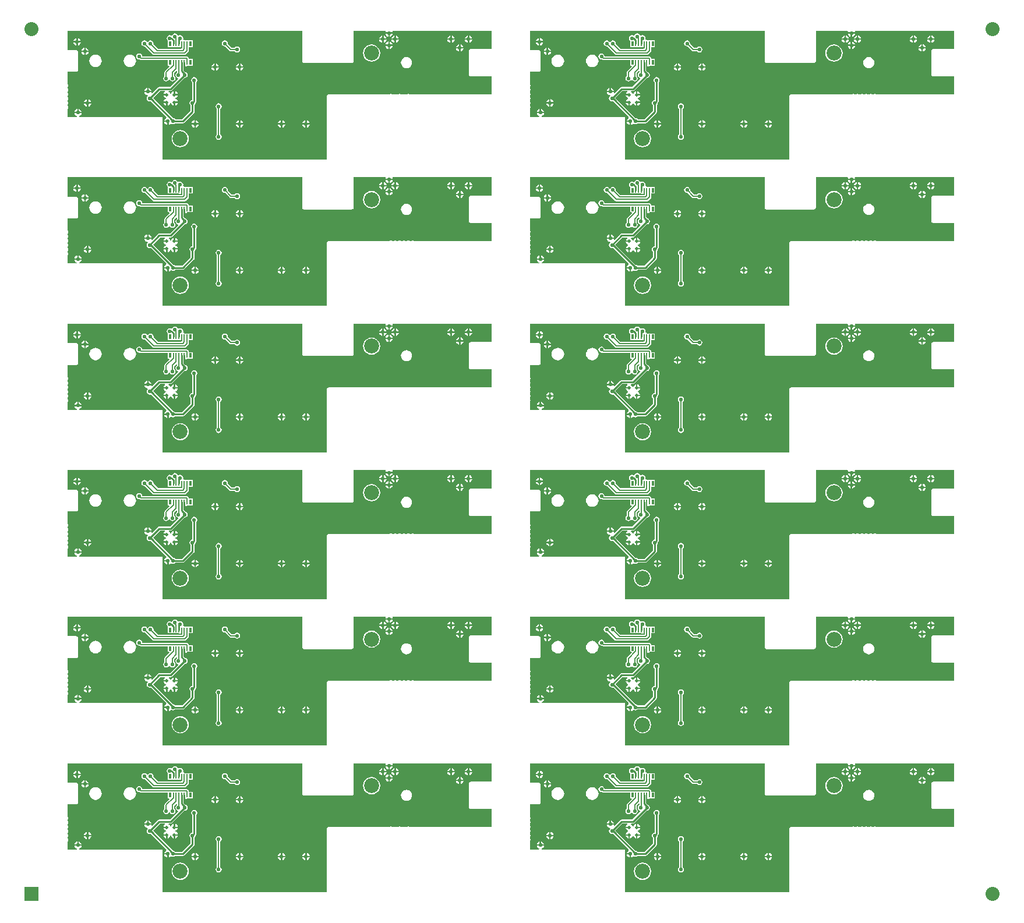
<source format=gbl>
G04 Layer_Physical_Order=2*
G04 Layer_Color=16711680*
%FSLAX24Y24*%
%MOIN*%
G70*
G01*
G75*
%ADD10C,0.0800*%
%ADD11R,0.0800X0.0800*%
%ADD23C,0.0080*%
%ADD24C,0.0100*%
%ADD26C,0.0220*%
%ADD27C,0.0197*%
%ADD28C,0.0860*%
%ADD29R,0.0138X0.0260*%
%ADD30R,0.0091X0.0260*%
G36*
X54774Y52305D02*
X53577D01*
X53534Y52297D01*
X53498Y52273D01*
X53474Y52236D01*
X53465Y52193D01*
Y50855D01*
X53474Y50812D01*
X53498Y50775D01*
X53534Y50751D01*
X53577Y50743D01*
X54774D01*
Y49711D01*
X50329D01*
X50308Y49725D01*
X50246Y49737D01*
X50184Y49725D01*
X50163Y49711D01*
X50079D01*
X50058Y49725D01*
X49996Y49737D01*
X49934Y49725D01*
X49913Y49711D01*
X49829D01*
X49808Y49725D01*
X49746Y49737D01*
X49684Y49725D01*
X49663Y49711D01*
X49579D01*
X49558Y49725D01*
X49496Y49737D01*
X49434Y49725D01*
X49413Y49711D01*
X49329D01*
X49308Y49725D01*
X49246Y49737D01*
X49184Y49725D01*
X49163Y49711D01*
X49079D01*
X49058Y49725D01*
X48996Y49737D01*
X48934Y49725D01*
X48913Y49711D01*
X45437D01*
X45394Y49702D01*
X45357Y49678D01*
X45333Y49642D01*
X45324Y49599D01*
Y45986D01*
X35946D01*
X35946Y48424D01*
X31172D01*
X31167Y48474D01*
X31178Y48476D01*
X31247Y48523D01*
X31294Y48592D01*
X31302Y48634D01*
X30890D01*
X30898Y48592D01*
X30945Y48523D01*
X31014Y48476D01*
X31025Y48474D01*
X31020Y48424D01*
X30508D01*
Y48891D01*
X30522Y48912D01*
X30534Y48974D01*
X30522Y49036D01*
X30508Y49057D01*
Y49141D01*
X30522Y49162D01*
X30534Y49224D01*
X30522Y49286D01*
X30508Y49307D01*
Y49391D01*
X30522Y49412D01*
X30534Y49474D01*
X30522Y49536D01*
X30508Y49557D01*
Y49641D01*
X30522Y49662D01*
X30534Y49724D01*
X30522Y49786D01*
X30508Y49807D01*
Y49891D01*
X30522Y49912D01*
X30534Y49974D01*
X30522Y50036D01*
X30508Y50057D01*
Y50141D01*
X30522Y50162D01*
X30534Y50224D01*
X30522Y50286D01*
X30508Y50307D01*
Y51000D01*
X30996D01*
X31039Y51009D01*
X31075Y51033D01*
X31100Y51069D01*
X31108Y51112D01*
Y52136D01*
X31100Y52179D01*
X31075Y52215D01*
X31039Y52239D01*
X30996Y52248D01*
X30508D01*
Y53362D01*
X43934D01*
Y51624D01*
X43942Y51581D01*
X43967Y51545D01*
X44003Y51520D01*
X44046Y51512D01*
X46746D01*
X46789Y51520D01*
X46825Y51545D01*
X46850Y51581D01*
X46858Y51624D01*
Y53362D01*
X48683D01*
X48706Y53318D01*
X48698Y53306D01*
X48690Y53264D01*
X49102D01*
X49094Y53306D01*
X49086Y53318D01*
X49110Y53362D01*
X54774D01*
Y52305D01*
D02*
G37*
G36*
X28315D02*
X27118D01*
X27075Y52297D01*
X27039Y52273D01*
X27014Y52236D01*
X27006Y52193D01*
Y50855D01*
X27014Y50812D01*
X27039Y50775D01*
X27075Y50751D01*
X27118Y50743D01*
X28315D01*
Y49711D01*
X23870D01*
X23849Y49725D01*
X23787Y49737D01*
X23725Y49725D01*
X23704Y49711D01*
X23620D01*
X23599Y49725D01*
X23537Y49737D01*
X23475Y49725D01*
X23454Y49711D01*
X23370D01*
X23349Y49725D01*
X23287Y49737D01*
X23225Y49725D01*
X23204Y49711D01*
X23120D01*
X23099Y49725D01*
X23037Y49737D01*
X22975Y49725D01*
X22954Y49711D01*
X22870D01*
X22849Y49725D01*
X22787Y49737D01*
X22725Y49725D01*
X22704Y49711D01*
X22620D01*
X22599Y49725D01*
X22537Y49737D01*
X22475Y49725D01*
X22454Y49711D01*
X18978D01*
X18935Y49702D01*
X18898Y49678D01*
X18874Y49642D01*
X18865Y49599D01*
Y45986D01*
X9487D01*
X9487Y48424D01*
X4713D01*
X4708Y48474D01*
X4719Y48476D01*
X4788Y48523D01*
X4835Y48592D01*
X4843Y48634D01*
X4431D01*
X4439Y48592D01*
X4486Y48523D01*
X4555Y48476D01*
X4566Y48474D01*
X4561Y48424D01*
X4049D01*
Y48891D01*
X4063Y48912D01*
X4075Y48974D01*
X4063Y49036D01*
X4049Y49057D01*
Y49141D01*
X4063Y49162D01*
X4075Y49224D01*
X4063Y49286D01*
X4049Y49307D01*
Y49391D01*
X4063Y49412D01*
X4075Y49474D01*
X4063Y49536D01*
X4049Y49557D01*
Y49641D01*
X4063Y49662D01*
X4075Y49724D01*
X4063Y49786D01*
X4049Y49807D01*
Y49891D01*
X4063Y49912D01*
X4075Y49974D01*
X4063Y50036D01*
X4049Y50057D01*
Y50141D01*
X4063Y50162D01*
X4075Y50224D01*
X4063Y50286D01*
X4049Y50307D01*
Y51000D01*
X4537D01*
X4580Y51009D01*
X4616Y51033D01*
X4641Y51069D01*
X4649Y51112D01*
Y52136D01*
X4641Y52179D01*
X4616Y52215D01*
X4580Y52239D01*
X4537Y52248D01*
X4049D01*
Y53362D01*
X17475D01*
Y51624D01*
X17483Y51581D01*
X17508Y51545D01*
X17544Y51520D01*
X17587Y51512D01*
X20287D01*
X20330Y51520D01*
X20366Y51545D01*
X20391Y51581D01*
X20399Y51624D01*
Y53362D01*
X22224D01*
X22247Y53318D01*
X22239Y53306D01*
X22231Y53264D01*
X22643D01*
X22635Y53306D01*
X22627Y53318D01*
X22650Y53362D01*
X28315D01*
Y52305D01*
D02*
G37*
G36*
X54774Y43918D02*
X53577D01*
X53534Y43910D01*
X53498Y43885D01*
X53474Y43849D01*
X53465Y43806D01*
Y42467D01*
X53474Y42424D01*
X53498Y42388D01*
X53534Y42364D01*
X53577Y42355D01*
X54774D01*
Y41324D01*
X50329D01*
X50308Y41337D01*
X50246Y41350D01*
X50184Y41337D01*
X50163Y41324D01*
X50079D01*
X50058Y41337D01*
X49996Y41350D01*
X49934Y41337D01*
X49913Y41324D01*
X49829D01*
X49808Y41337D01*
X49746Y41350D01*
X49684Y41337D01*
X49663Y41324D01*
X49579D01*
X49558Y41337D01*
X49496Y41350D01*
X49434Y41337D01*
X49413Y41324D01*
X49329D01*
X49308Y41337D01*
X49246Y41350D01*
X49184Y41337D01*
X49163Y41324D01*
X49079D01*
X49058Y41337D01*
X48996Y41350D01*
X48934Y41337D01*
X48913Y41324D01*
X45437D01*
X45394Y41315D01*
X45357Y41291D01*
X45333Y41254D01*
X45324Y41211D01*
Y37599D01*
X35946D01*
X35946Y40037D01*
X31172D01*
X31167Y40087D01*
X31178Y40089D01*
X31247Y40135D01*
X31294Y40205D01*
X31302Y40247D01*
X30890D01*
X30898Y40205D01*
X30945Y40135D01*
X31014Y40089D01*
X31025Y40087D01*
X31020Y40037D01*
X30508D01*
Y40504D01*
X30522Y40524D01*
X30534Y40587D01*
X30522Y40649D01*
X30508Y40669D01*
Y40754D01*
X30522Y40774D01*
X30534Y40837D01*
X30522Y40899D01*
X30508Y40919D01*
Y41004D01*
X30522Y41024D01*
X30534Y41087D01*
X30522Y41149D01*
X30508Y41169D01*
Y41254D01*
X30522Y41274D01*
X30534Y41337D01*
X30522Y41399D01*
X30508Y41419D01*
Y41504D01*
X30522Y41524D01*
X30534Y41587D01*
X30522Y41649D01*
X30508Y41669D01*
Y41754D01*
X30522Y41774D01*
X30534Y41837D01*
X30522Y41899D01*
X30508Y41919D01*
Y42613D01*
X30996D01*
X31039Y42621D01*
X31075Y42646D01*
X31100Y42682D01*
X31108Y42725D01*
Y43748D01*
X31100Y43791D01*
X31075Y43828D01*
X31039Y43852D01*
X30996Y43861D01*
X30508D01*
Y44974D01*
X43934D01*
Y43237D01*
X43942Y43194D01*
X43967Y43157D01*
X44003Y43133D01*
X44046Y43124D01*
X46746D01*
X46789Y43133D01*
X46825Y43157D01*
X46850Y43194D01*
X46858Y43237D01*
Y44974D01*
X48683D01*
X48706Y44930D01*
X48698Y44919D01*
X48690Y44877D01*
X49102D01*
X49094Y44919D01*
X49086Y44930D01*
X49110Y44974D01*
X54774D01*
Y43918D01*
D02*
G37*
G36*
X28315D02*
X27118D01*
X27075Y43910D01*
X27039Y43885D01*
X27014Y43849D01*
X27006Y43806D01*
Y42467D01*
X27014Y42424D01*
X27039Y42388D01*
X27075Y42364D01*
X27118Y42355D01*
X28315D01*
Y41324D01*
X23870D01*
X23849Y41337D01*
X23787Y41350D01*
X23725Y41337D01*
X23704Y41324D01*
X23620D01*
X23599Y41337D01*
X23537Y41350D01*
X23475Y41337D01*
X23454Y41324D01*
X23370D01*
X23349Y41337D01*
X23287Y41350D01*
X23225Y41337D01*
X23204Y41324D01*
X23120D01*
X23099Y41337D01*
X23037Y41350D01*
X22975Y41337D01*
X22954Y41324D01*
X22870D01*
X22849Y41337D01*
X22787Y41350D01*
X22725Y41337D01*
X22704Y41324D01*
X22620D01*
X22599Y41337D01*
X22537Y41350D01*
X22475Y41337D01*
X22454Y41324D01*
X18978D01*
X18935Y41315D01*
X18898Y41291D01*
X18874Y41254D01*
X18865Y41211D01*
Y37599D01*
X9487D01*
X9487Y40037D01*
X4713D01*
X4708Y40087D01*
X4719Y40089D01*
X4788Y40135D01*
X4835Y40205D01*
X4843Y40247D01*
X4431D01*
X4439Y40205D01*
X4486Y40135D01*
X4555Y40089D01*
X4566Y40087D01*
X4561Y40037D01*
X4049D01*
Y40504D01*
X4063Y40524D01*
X4075Y40587D01*
X4063Y40649D01*
X4049Y40669D01*
Y40754D01*
X4063Y40774D01*
X4075Y40837D01*
X4063Y40899D01*
X4049Y40919D01*
Y41004D01*
X4063Y41024D01*
X4075Y41087D01*
X4063Y41149D01*
X4049Y41169D01*
Y41254D01*
X4063Y41274D01*
X4075Y41337D01*
X4063Y41399D01*
X4049Y41419D01*
Y41504D01*
X4063Y41524D01*
X4075Y41587D01*
X4063Y41649D01*
X4049Y41669D01*
Y41754D01*
X4063Y41774D01*
X4075Y41837D01*
X4063Y41899D01*
X4049Y41919D01*
Y42613D01*
X4537D01*
X4580Y42621D01*
X4616Y42646D01*
X4641Y42682D01*
X4649Y42725D01*
Y43748D01*
X4641Y43791D01*
X4616Y43828D01*
X4580Y43852D01*
X4537Y43861D01*
X4049D01*
Y44974D01*
X17475D01*
Y43237D01*
X17483Y43194D01*
X17508Y43157D01*
X17544Y43133D01*
X17587Y43124D01*
X20287D01*
X20330Y43133D01*
X20366Y43157D01*
X20391Y43194D01*
X20399Y43237D01*
Y44974D01*
X22224D01*
X22247Y44930D01*
X22239Y44919D01*
X22231Y44877D01*
X22643D01*
X22635Y44919D01*
X22627Y44930D01*
X22650Y44974D01*
X28315D01*
Y43918D01*
D02*
G37*
G36*
X54774Y35531D02*
X53577D01*
X53534Y35522D01*
X53498Y35498D01*
X53474Y35461D01*
X53465Y35419D01*
Y34080D01*
X53474Y34037D01*
X53498Y34001D01*
X53534Y33976D01*
X53577Y33968D01*
X54774D01*
Y32936D01*
X50329D01*
X50308Y32950D01*
X50246Y32962D01*
X50184Y32950D01*
X50163Y32936D01*
X50079D01*
X50058Y32950D01*
X49996Y32962D01*
X49934Y32950D01*
X49913Y32936D01*
X49829D01*
X49808Y32950D01*
X49746Y32962D01*
X49684Y32950D01*
X49663Y32936D01*
X49579D01*
X49558Y32950D01*
X49496Y32962D01*
X49434Y32950D01*
X49413Y32936D01*
X49329D01*
X49308Y32950D01*
X49246Y32962D01*
X49184Y32950D01*
X49163Y32936D01*
X49079D01*
X49058Y32950D01*
X48996Y32962D01*
X48934Y32950D01*
X48913Y32936D01*
X45437D01*
X45394Y32928D01*
X45357Y32903D01*
X45333Y32867D01*
X45324Y32824D01*
Y29211D01*
X35946D01*
X35946Y31649D01*
X31172D01*
X31167Y31699D01*
X31178Y31701D01*
X31247Y31748D01*
X31294Y31817D01*
X31302Y31859D01*
X30890D01*
X30898Y31817D01*
X30945Y31748D01*
X31014Y31701D01*
X31025Y31699D01*
X31020Y31649D01*
X30508D01*
Y32116D01*
X30522Y32137D01*
X30534Y32199D01*
X30522Y32262D01*
X30508Y32282D01*
Y32366D01*
X30522Y32387D01*
X30534Y32449D01*
X30522Y32512D01*
X30508Y32532D01*
Y32616D01*
X30522Y32637D01*
X30534Y32699D01*
X30522Y32762D01*
X30508Y32782D01*
Y32866D01*
X30522Y32887D01*
X30534Y32949D01*
X30522Y33012D01*
X30508Y33032D01*
Y33116D01*
X30522Y33137D01*
X30534Y33199D01*
X30522Y33262D01*
X30508Y33282D01*
Y33366D01*
X30522Y33387D01*
X30534Y33449D01*
X30522Y33512D01*
X30508Y33532D01*
Y34225D01*
X30996D01*
X31039Y34234D01*
X31075Y34258D01*
X31100Y34294D01*
X31108Y34337D01*
Y35361D01*
X31100Y35404D01*
X31075Y35440D01*
X31039Y35465D01*
X30996Y35473D01*
X30508D01*
Y36587D01*
X43934D01*
Y34849D01*
X43942Y34806D01*
X43967Y34770D01*
X44003Y34746D01*
X44046Y34737D01*
X46746D01*
X46789Y34746D01*
X46825Y34770D01*
X46850Y34806D01*
X46858Y34849D01*
Y36587D01*
X48683D01*
X48706Y36543D01*
X48698Y36531D01*
X48690Y36489D01*
X49102D01*
X49094Y36531D01*
X49086Y36543D01*
X49110Y36587D01*
X54774D01*
Y35531D01*
D02*
G37*
G36*
X28315D02*
X27118D01*
X27075Y35522D01*
X27039Y35498D01*
X27014Y35461D01*
X27006Y35419D01*
Y34080D01*
X27014Y34037D01*
X27039Y34001D01*
X27075Y33976D01*
X27118Y33968D01*
X28315D01*
Y32936D01*
X23870D01*
X23849Y32950D01*
X23787Y32962D01*
X23725Y32950D01*
X23704Y32936D01*
X23620D01*
X23599Y32950D01*
X23537Y32962D01*
X23475Y32950D01*
X23454Y32936D01*
X23370D01*
X23349Y32950D01*
X23287Y32962D01*
X23225Y32950D01*
X23204Y32936D01*
X23120D01*
X23099Y32950D01*
X23037Y32962D01*
X22975Y32950D01*
X22954Y32936D01*
X22870D01*
X22849Y32950D01*
X22787Y32962D01*
X22725Y32950D01*
X22704Y32936D01*
X22620D01*
X22599Y32950D01*
X22537Y32962D01*
X22475Y32950D01*
X22454Y32936D01*
X18978D01*
X18935Y32928D01*
X18898Y32903D01*
X18874Y32867D01*
X18865Y32824D01*
Y29211D01*
X9487D01*
X9487Y31649D01*
X4713D01*
X4708Y31699D01*
X4719Y31701D01*
X4788Y31748D01*
X4835Y31817D01*
X4843Y31859D01*
X4431D01*
X4439Y31817D01*
X4486Y31748D01*
X4555Y31701D01*
X4566Y31699D01*
X4561Y31649D01*
X4049D01*
Y32116D01*
X4063Y32137D01*
X4075Y32199D01*
X4063Y32262D01*
X4049Y32282D01*
Y32366D01*
X4063Y32387D01*
X4075Y32449D01*
X4063Y32512D01*
X4049Y32532D01*
Y32616D01*
X4063Y32637D01*
X4075Y32699D01*
X4063Y32762D01*
X4049Y32782D01*
Y32866D01*
X4063Y32887D01*
X4075Y32949D01*
X4063Y33012D01*
X4049Y33032D01*
Y33116D01*
X4063Y33137D01*
X4075Y33199D01*
X4063Y33262D01*
X4049Y33282D01*
Y33366D01*
X4063Y33387D01*
X4075Y33449D01*
X4063Y33512D01*
X4049Y33532D01*
Y34225D01*
X4537D01*
X4580Y34234D01*
X4616Y34258D01*
X4641Y34294D01*
X4649Y34337D01*
Y35361D01*
X4641Y35404D01*
X4616Y35440D01*
X4580Y35465D01*
X4537Y35473D01*
X4049D01*
Y36587D01*
X17475D01*
Y34849D01*
X17483Y34806D01*
X17508Y34770D01*
X17544Y34746D01*
X17587Y34737D01*
X20287D01*
X20330Y34746D01*
X20366Y34770D01*
X20391Y34806D01*
X20399Y34849D01*
Y36587D01*
X22224D01*
X22247Y36543D01*
X22239Y36531D01*
X22231Y36489D01*
X22643D01*
X22635Y36531D01*
X22627Y36543D01*
X22650Y36587D01*
X28315D01*
Y35531D01*
D02*
G37*
G36*
X54774Y27143D02*
X53577D01*
X53534Y27135D01*
X53498Y27110D01*
X53474Y27074D01*
X53465Y27031D01*
Y25693D01*
X53474Y25650D01*
X53498Y25613D01*
X53534Y25589D01*
X53577Y25580D01*
X54774D01*
Y24549D01*
X50329D01*
X50308Y24563D01*
X50246Y24575D01*
X50184Y24563D01*
X50163Y24549D01*
X50079D01*
X50058Y24563D01*
X49996Y24575D01*
X49934Y24563D01*
X49913Y24549D01*
X49829D01*
X49808Y24563D01*
X49746Y24575D01*
X49684Y24563D01*
X49663Y24549D01*
X49579D01*
X49558Y24563D01*
X49496Y24575D01*
X49434Y24563D01*
X49413Y24549D01*
X49329D01*
X49308Y24563D01*
X49246Y24575D01*
X49184Y24563D01*
X49163Y24549D01*
X49079D01*
X49058Y24563D01*
X48996Y24575D01*
X48934Y24563D01*
X48913Y24549D01*
X45437D01*
X45394Y24540D01*
X45357Y24516D01*
X45333Y24480D01*
X45324Y24437D01*
Y20824D01*
X35946D01*
X35946Y23262D01*
X31172D01*
X31167Y23312D01*
X31178Y23314D01*
X31247Y23360D01*
X31294Y23430D01*
X31302Y23472D01*
X30890D01*
X30898Y23430D01*
X30945Y23360D01*
X31014Y23314D01*
X31025Y23312D01*
X31020Y23262D01*
X30508D01*
Y23729D01*
X30522Y23749D01*
X30534Y23812D01*
X30522Y23874D01*
X30508Y23895D01*
Y23979D01*
X30522Y23999D01*
X30534Y24062D01*
X30522Y24124D01*
X30508Y24145D01*
Y24229D01*
X30522Y24249D01*
X30534Y24312D01*
X30522Y24374D01*
X30508Y24395D01*
Y24479D01*
X30522Y24499D01*
X30534Y24562D01*
X30522Y24624D01*
X30508Y24645D01*
Y24729D01*
X30522Y24749D01*
X30534Y24812D01*
X30522Y24874D01*
X30508Y24895D01*
Y24979D01*
X30522Y24999D01*
X30534Y25062D01*
X30522Y25124D01*
X30508Y25145D01*
Y25838D01*
X30996D01*
X31039Y25846D01*
X31075Y25871D01*
X31100Y25907D01*
X31108Y25950D01*
Y26974D01*
X31100Y27017D01*
X31075Y27053D01*
X31039Y27077D01*
X30996Y27086D01*
X30508D01*
Y28200D01*
X43934D01*
Y26462D01*
X43942Y26419D01*
X43967Y26383D01*
X44003Y26358D01*
X44046Y26350D01*
X46746D01*
X46789Y26358D01*
X46825Y26383D01*
X46850Y26419D01*
X46858Y26462D01*
Y28200D01*
X48683D01*
X48706Y28156D01*
X48698Y28144D01*
X48690Y28102D01*
X49102D01*
X49094Y28144D01*
X49086Y28156D01*
X49110Y28200D01*
X54774D01*
Y27143D01*
D02*
G37*
G36*
X28315D02*
X27118D01*
X27075Y27135D01*
X27039Y27110D01*
X27014Y27074D01*
X27006Y27031D01*
Y25693D01*
X27014Y25650D01*
X27039Y25613D01*
X27075Y25589D01*
X27118Y25580D01*
X28315D01*
Y24549D01*
X23870D01*
X23849Y24563D01*
X23787Y24575D01*
X23725Y24563D01*
X23704Y24549D01*
X23620D01*
X23599Y24563D01*
X23537Y24575D01*
X23475Y24563D01*
X23454Y24549D01*
X23370D01*
X23349Y24563D01*
X23287Y24575D01*
X23225Y24563D01*
X23204Y24549D01*
X23120D01*
X23099Y24563D01*
X23037Y24575D01*
X22975Y24563D01*
X22954Y24549D01*
X22870D01*
X22849Y24563D01*
X22787Y24575D01*
X22725Y24563D01*
X22704Y24549D01*
X22620D01*
X22599Y24563D01*
X22537Y24575D01*
X22475Y24563D01*
X22454Y24549D01*
X18978D01*
X18935Y24540D01*
X18898Y24516D01*
X18874Y24480D01*
X18865Y24437D01*
Y20824D01*
X9487D01*
X9487Y23262D01*
X4713D01*
X4708Y23312D01*
X4719Y23314D01*
X4788Y23360D01*
X4835Y23430D01*
X4843Y23472D01*
X4431D01*
X4439Y23430D01*
X4486Y23360D01*
X4555Y23314D01*
X4566Y23312D01*
X4561Y23262D01*
X4049D01*
Y23729D01*
X4063Y23749D01*
X4075Y23812D01*
X4063Y23874D01*
X4049Y23895D01*
Y23979D01*
X4063Y23999D01*
X4075Y24062D01*
X4063Y24124D01*
X4049Y24145D01*
Y24229D01*
X4063Y24249D01*
X4075Y24312D01*
X4063Y24374D01*
X4049Y24395D01*
Y24479D01*
X4063Y24499D01*
X4075Y24562D01*
X4063Y24624D01*
X4049Y24645D01*
Y24729D01*
X4063Y24749D01*
X4075Y24812D01*
X4063Y24874D01*
X4049Y24895D01*
Y24979D01*
X4063Y24999D01*
X4075Y25062D01*
X4063Y25124D01*
X4049Y25145D01*
Y25838D01*
X4537D01*
X4580Y25846D01*
X4616Y25871D01*
X4641Y25907D01*
X4649Y25950D01*
Y26974D01*
X4641Y27017D01*
X4616Y27053D01*
X4580Y27077D01*
X4537Y27086D01*
X4049D01*
Y28200D01*
X17475D01*
Y26462D01*
X17483Y26419D01*
X17508Y26383D01*
X17544Y26358D01*
X17587Y26350D01*
X20287D01*
X20330Y26358D01*
X20366Y26383D01*
X20391Y26419D01*
X20399Y26462D01*
Y28200D01*
X22224D01*
X22247Y28156D01*
X22239Y28144D01*
X22231Y28102D01*
X22643D01*
X22635Y28144D01*
X22627Y28156D01*
X22650Y28200D01*
X28315D01*
Y27143D01*
D02*
G37*
G36*
X54774Y18756D02*
X53577D01*
X53534Y18747D01*
X53498Y18723D01*
X53474Y18687D01*
X53465Y18644D01*
Y17305D01*
X53474Y17262D01*
X53498Y17226D01*
X53534Y17201D01*
X53577Y17193D01*
X54774D01*
Y16161D01*
X50329D01*
X50308Y16175D01*
X50246Y16188D01*
X50184Y16175D01*
X50163Y16161D01*
X50079D01*
X50058Y16175D01*
X49996Y16188D01*
X49934Y16175D01*
X49913Y16161D01*
X49829D01*
X49808Y16175D01*
X49746Y16188D01*
X49684Y16175D01*
X49663Y16161D01*
X49579D01*
X49558Y16175D01*
X49496Y16188D01*
X49434Y16175D01*
X49413Y16161D01*
X49329D01*
X49308Y16175D01*
X49246Y16188D01*
X49184Y16175D01*
X49163Y16161D01*
X49079D01*
X49058Y16175D01*
X48996Y16188D01*
X48934Y16175D01*
X48913Y16161D01*
X45437D01*
X45394Y16153D01*
X45357Y16129D01*
X45333Y16092D01*
X45324Y16049D01*
Y12437D01*
X35946D01*
X35946Y14874D01*
X31172D01*
X31167Y14924D01*
X31178Y14927D01*
X31247Y14973D01*
X31294Y15042D01*
X31302Y15084D01*
X30890D01*
X30898Y15042D01*
X30945Y14973D01*
X31014Y14927D01*
X31025Y14924D01*
X31020Y14874D01*
X30508D01*
Y15342D01*
X30522Y15362D01*
X30534Y15424D01*
X30522Y15487D01*
X30508Y15507D01*
Y15592D01*
X30522Y15612D01*
X30534Y15674D01*
X30522Y15737D01*
X30508Y15757D01*
Y15842D01*
X30522Y15862D01*
X30534Y15924D01*
X30522Y15987D01*
X30508Y16007D01*
Y16092D01*
X30522Y16112D01*
X30534Y16174D01*
X30522Y16237D01*
X30508Y16257D01*
Y16342D01*
X30522Y16362D01*
X30534Y16424D01*
X30522Y16487D01*
X30508Y16507D01*
Y16592D01*
X30522Y16612D01*
X30534Y16674D01*
X30522Y16737D01*
X30508Y16757D01*
Y17450D01*
X30996D01*
X31039Y17459D01*
X31075Y17483D01*
X31100Y17520D01*
X31108Y17563D01*
Y18586D01*
X31100Y18629D01*
X31075Y18666D01*
X31039Y18690D01*
X30996Y18698D01*
X30508D01*
Y19812D01*
X43934D01*
Y18074D01*
X43942Y18031D01*
X43967Y17995D01*
X44003Y17971D01*
X44046Y17962D01*
X46746D01*
X46789Y17971D01*
X46825Y17995D01*
X46850Y18031D01*
X46858Y18074D01*
Y19812D01*
X48683D01*
X48706Y19768D01*
X48698Y19756D01*
X48690Y19714D01*
X49102D01*
X49094Y19756D01*
X49086Y19768D01*
X49110Y19812D01*
X54774D01*
Y18756D01*
D02*
G37*
G36*
X28315D02*
X27118D01*
X27075Y18747D01*
X27039Y18723D01*
X27014Y18687D01*
X27006Y18644D01*
Y17305D01*
X27014Y17262D01*
X27039Y17226D01*
X27075Y17201D01*
X27118Y17193D01*
X28315D01*
Y16161D01*
X23870D01*
X23849Y16175D01*
X23787Y16188D01*
X23725Y16175D01*
X23704Y16161D01*
X23620D01*
X23599Y16175D01*
X23537Y16188D01*
X23475Y16175D01*
X23454Y16161D01*
X23370D01*
X23349Y16175D01*
X23287Y16188D01*
X23225Y16175D01*
X23204Y16161D01*
X23120D01*
X23099Y16175D01*
X23037Y16188D01*
X22975Y16175D01*
X22954Y16161D01*
X22870D01*
X22849Y16175D01*
X22787Y16188D01*
X22725Y16175D01*
X22704Y16161D01*
X22620D01*
X22599Y16175D01*
X22537Y16188D01*
X22475Y16175D01*
X22454Y16161D01*
X18978D01*
X18935Y16153D01*
X18898Y16129D01*
X18874Y16092D01*
X18865Y16049D01*
Y12437D01*
X9487D01*
X9487Y14874D01*
X4713D01*
X4708Y14924D01*
X4719Y14927D01*
X4788Y14973D01*
X4835Y15042D01*
X4843Y15084D01*
X4431D01*
X4439Y15042D01*
X4486Y14973D01*
X4555Y14927D01*
X4566Y14924D01*
X4561Y14874D01*
X4049D01*
Y15342D01*
X4063Y15362D01*
X4075Y15424D01*
X4063Y15487D01*
X4049Y15507D01*
Y15592D01*
X4063Y15612D01*
X4075Y15674D01*
X4063Y15737D01*
X4049Y15757D01*
Y15842D01*
X4063Y15862D01*
X4075Y15924D01*
X4063Y15987D01*
X4049Y16007D01*
Y16092D01*
X4063Y16112D01*
X4075Y16174D01*
X4063Y16237D01*
X4049Y16257D01*
Y16342D01*
X4063Y16362D01*
X4075Y16424D01*
X4063Y16487D01*
X4049Y16507D01*
Y16592D01*
X4063Y16612D01*
X4075Y16674D01*
X4063Y16737D01*
X4049Y16757D01*
Y17450D01*
X4537D01*
X4580Y17459D01*
X4616Y17483D01*
X4641Y17520D01*
X4649Y17563D01*
Y18586D01*
X4641Y18629D01*
X4616Y18666D01*
X4580Y18690D01*
X4537Y18698D01*
X4049D01*
Y19812D01*
X17475D01*
Y18074D01*
X17483Y18031D01*
X17508Y17995D01*
X17544Y17971D01*
X17587Y17962D01*
X20287D01*
X20330Y17971D01*
X20366Y17995D01*
X20391Y18031D01*
X20399Y18074D01*
Y19812D01*
X22224D01*
X22247Y19768D01*
X22239Y19756D01*
X22231Y19714D01*
X22643D01*
X22635Y19756D01*
X22627Y19768D01*
X22650Y19812D01*
X28315D01*
Y18756D01*
D02*
G37*
G36*
X54774Y10368D02*
X53577D01*
X53534Y10360D01*
X53498Y10336D01*
X53474Y10299D01*
X53465Y10256D01*
Y8918D01*
X53474Y8875D01*
X53498Y8838D01*
X53534Y8814D01*
X53577Y8806D01*
X54774D01*
Y7774D01*
X50329D01*
X50308Y7788D01*
X50246Y7800D01*
X50184Y7788D01*
X50163Y7774D01*
X50079D01*
X50058Y7788D01*
X49996Y7800D01*
X49934Y7788D01*
X49913Y7774D01*
X49829D01*
X49808Y7788D01*
X49746Y7800D01*
X49684Y7788D01*
X49663Y7774D01*
X49579D01*
X49558Y7788D01*
X49496Y7800D01*
X49434Y7788D01*
X49413Y7774D01*
X49329D01*
X49308Y7788D01*
X49246Y7800D01*
X49184Y7788D01*
X49163Y7774D01*
X49079D01*
X49058Y7788D01*
X48996Y7800D01*
X48934Y7788D01*
X48913Y7774D01*
X45437D01*
X45394Y7765D01*
X45357Y7741D01*
X45333Y7705D01*
X45324Y7662D01*
Y4049D01*
X35946D01*
X35946Y6487D01*
X31172D01*
X31167Y6537D01*
X31178Y6539D01*
X31247Y6586D01*
X31294Y6655D01*
X31302Y6697D01*
X30890D01*
X30898Y6655D01*
X30945Y6586D01*
X31014Y6539D01*
X31025Y6537D01*
X31020Y6487D01*
X30508D01*
Y6954D01*
X30522Y6975D01*
X30534Y7037D01*
X30522Y7099D01*
X30508Y7120D01*
Y7204D01*
X30522Y7225D01*
X30534Y7287D01*
X30522Y7349D01*
X30508Y7370D01*
Y7454D01*
X30522Y7475D01*
X30534Y7537D01*
X30522Y7599D01*
X30508Y7620D01*
Y7704D01*
X30522Y7725D01*
X30534Y7787D01*
X30522Y7849D01*
X30508Y7870D01*
Y7954D01*
X30522Y7975D01*
X30534Y8037D01*
X30522Y8099D01*
X30508Y8120D01*
Y8204D01*
X30522Y8225D01*
X30534Y8287D01*
X30522Y8349D01*
X30508Y8370D01*
Y9063D01*
X30996D01*
X31039Y9072D01*
X31075Y9096D01*
X31100Y9132D01*
X31108Y9175D01*
Y10199D01*
X31100Y10242D01*
X31075Y10278D01*
X31039Y10302D01*
X30996Y10311D01*
X30508D01*
Y11425D01*
X43934D01*
Y9687D01*
X43942Y9644D01*
X43967Y9608D01*
X44003Y9583D01*
X44046Y9575D01*
X46746D01*
X46789Y9583D01*
X46825Y9608D01*
X46850Y9644D01*
X46858Y9687D01*
Y11425D01*
X48683D01*
X48706Y11381D01*
X48698Y11369D01*
X48690Y11327D01*
X49102D01*
X49094Y11369D01*
X49086Y11381D01*
X49110Y11425D01*
X54774D01*
Y10368D01*
D02*
G37*
G36*
X28315D02*
X27118D01*
X27075Y10360D01*
X27039Y10336D01*
X27014Y10299D01*
X27006Y10256D01*
Y8918D01*
X27014Y8875D01*
X27039Y8838D01*
X27075Y8814D01*
X27118Y8806D01*
X28315D01*
Y7774D01*
X23870D01*
X23849Y7788D01*
X23787Y7800D01*
X23725Y7788D01*
X23704Y7774D01*
X23620D01*
X23599Y7788D01*
X23537Y7800D01*
X23475Y7788D01*
X23454Y7774D01*
X23370D01*
X23349Y7788D01*
X23287Y7800D01*
X23225Y7788D01*
X23204Y7774D01*
X23120D01*
X23099Y7788D01*
X23037Y7800D01*
X22975Y7788D01*
X22954Y7774D01*
X22870D01*
X22849Y7788D01*
X22787Y7800D01*
X22725Y7788D01*
X22704Y7774D01*
X22620D01*
X22599Y7788D01*
X22537Y7800D01*
X22475Y7788D01*
X22454Y7774D01*
X18978D01*
X18935Y7765D01*
X18898Y7741D01*
X18874Y7705D01*
X18865Y7662D01*
Y4049D01*
X9487D01*
X9487Y6487D01*
X4713D01*
X4708Y6537D01*
X4719Y6539D01*
X4788Y6586D01*
X4835Y6655D01*
X4843Y6697D01*
X4431D01*
X4439Y6655D01*
X4486Y6586D01*
X4555Y6539D01*
X4566Y6537D01*
X4561Y6487D01*
X4049D01*
Y6954D01*
X4063Y6975D01*
X4075Y7037D01*
X4063Y7099D01*
X4049Y7120D01*
Y7204D01*
X4063Y7225D01*
X4075Y7287D01*
X4063Y7349D01*
X4049Y7370D01*
Y7454D01*
X4063Y7475D01*
X4075Y7537D01*
X4063Y7599D01*
X4049Y7620D01*
Y7704D01*
X4063Y7725D01*
X4075Y7787D01*
X4063Y7849D01*
X4049Y7870D01*
Y7954D01*
X4063Y7975D01*
X4075Y8037D01*
X4063Y8099D01*
X4049Y8120D01*
Y8204D01*
X4063Y8225D01*
X4075Y8287D01*
X4063Y8349D01*
X4049Y8370D01*
Y9063D01*
X4537D01*
X4580Y9072D01*
X4616Y9096D01*
X4641Y9132D01*
X4649Y9175D01*
Y10199D01*
X4641Y10242D01*
X4616Y10278D01*
X4580Y10302D01*
X4537Y10311D01*
X4049D01*
Y11425D01*
X17475D01*
Y9687D01*
X17483Y9644D01*
X17508Y9608D01*
X17544Y9583D01*
X17587Y9575D01*
X20287D01*
X20330Y9583D01*
X20366Y9608D01*
X20391Y9644D01*
X20399Y9687D01*
Y11425D01*
X22224D01*
X22247Y11381D01*
X22239Y11369D01*
X22231Y11327D01*
X22643D01*
X22635Y11369D01*
X22627Y11381D01*
X22650Y11425D01*
X28315D01*
Y10368D01*
D02*
G37*
%LPC*%
G36*
X36646Y53197D02*
X36580Y53184D01*
X36523Y53147D01*
X36486Y53090D01*
X36431Y53072D01*
X36412Y53084D01*
X36346Y53097D01*
X36280Y53084D01*
X36223Y53047D01*
X36186Y52990D01*
X36173Y52924D01*
X36186Y52858D01*
X36223Y52801D01*
X36236Y52793D01*
Y52418D01*
X36447D01*
Y52418D01*
X36880D01*
Y52378D01*
X36976D01*
X37003Y52328D01*
X37002Y52326D01*
X35688D01*
X35415Y52600D01*
X35419Y52624D01*
X35406Y52690D01*
X35369Y52747D01*
X35312Y52784D01*
X35246Y52797D01*
X35180Y52784D01*
X35124Y52747D01*
X35099Y52710D01*
X35043D01*
X35019Y52747D01*
X34962Y52784D01*
X34896Y52797D01*
X34830Y52784D01*
X34773Y52747D01*
X34736Y52690D01*
X34723Y52624D01*
X34736Y52558D01*
X34773Y52501D01*
X34830Y52464D01*
X34896Y52451D01*
X34920Y52456D01*
X35364Y52012D01*
X35397Y51990D01*
X35436Y51982D01*
X37206D01*
X37245Y51990D01*
X37278Y52012D01*
X37412Y52146D01*
X37434Y52179D01*
X37442Y52218D01*
Y52418D01*
X37445D01*
Y52418D01*
X37656D01*
Y52797D01*
X37398D01*
Y52797D01*
X37170D01*
Y52837D01*
X37148D01*
X37112Y52887D01*
X37119Y52924D01*
X37106Y52990D01*
X37069Y53047D01*
X37012Y53084D01*
X36946Y53097D01*
X36880Y53084D01*
X36861Y53072D01*
X36806Y53090D01*
X36769Y53147D01*
X36712Y53184D01*
X36646Y53197D01*
D02*
G37*
G36*
X49102Y53184D02*
X48936D01*
Y53018D01*
X48978Y53026D01*
X49047Y53073D01*
X49094Y53142D01*
X49102Y53184D01*
D02*
G37*
G36*
X48856D02*
X48690D01*
X48698Y53142D01*
X48745Y53073D01*
X48814Y53026D01*
X48856Y53018D01*
Y53184D01*
D02*
G37*
G36*
X53486Y53080D02*
Y52914D01*
X53652D01*
X53644Y52956D01*
X53597Y53025D01*
X53528Y53072D01*
X53486Y53080D01*
D02*
G37*
G36*
X53406D02*
X53364Y53072D01*
X53295Y53025D01*
X53248Y52956D01*
X53240Y52914D01*
X53406D01*
Y53080D01*
D02*
G37*
G36*
X52486D02*
Y52914D01*
X52652D01*
X52644Y52956D01*
X52597Y53025D01*
X52528Y53072D01*
X52486Y53080D01*
D02*
G37*
G36*
X52406D02*
X52364Y53072D01*
X52295Y53025D01*
X52248Y52956D01*
X52240Y52914D01*
X52406D01*
Y53080D01*
D02*
G37*
G36*
X49286D02*
Y52914D01*
X49452D01*
X49444Y52956D01*
X49397Y53025D01*
X49328Y53072D01*
X49286Y53080D01*
D02*
G37*
G36*
X49206D02*
X49164Y53072D01*
X49095Y53025D01*
X49048Y52956D01*
X49040Y52914D01*
X49206D01*
Y53080D01*
D02*
G37*
G36*
X48586D02*
Y52914D01*
X48752D01*
X48744Y52956D01*
X48697Y53025D01*
X48628Y53072D01*
X48586Y53080D01*
D02*
G37*
G36*
X48506D02*
X48464Y53072D01*
X48395Y53025D01*
X48348Y52956D01*
X48340Y52914D01*
X48506D01*
Y53080D01*
D02*
G37*
G36*
X31086Y52930D02*
Y52764D01*
X31252D01*
X31244Y52806D01*
X31197Y52875D01*
X31128Y52922D01*
X31086Y52930D01*
D02*
G37*
G36*
X31006D02*
X30964Y52922D01*
X30895Y52875D01*
X30848Y52806D01*
X30840Y52764D01*
X31006D01*
Y52930D01*
D02*
G37*
G36*
X53652Y52834D02*
X53486D01*
Y52668D01*
X53528Y52676D01*
X53597Y52723D01*
X53644Y52792D01*
X53652Y52834D01*
D02*
G37*
G36*
X53406D02*
X53240D01*
X53248Y52792D01*
X53295Y52723D01*
X53364Y52676D01*
X53406Y52668D01*
Y52834D01*
D02*
G37*
G36*
X52652D02*
X52486D01*
Y52668D01*
X52528Y52676D01*
X52597Y52723D01*
X52644Y52792D01*
X52652Y52834D01*
D02*
G37*
G36*
X52406D02*
X52240D01*
X52248Y52792D01*
X52295Y52723D01*
X52364Y52676D01*
X52406Y52668D01*
Y52834D01*
D02*
G37*
G36*
X49452D02*
X49286D01*
Y52668D01*
X49328Y52676D01*
X49397Y52723D01*
X49444Y52792D01*
X49452Y52834D01*
D02*
G37*
G36*
X49206D02*
X49040D01*
X49048Y52792D01*
X49095Y52723D01*
X49164Y52676D01*
X49206Y52668D01*
Y52834D01*
D02*
G37*
G36*
X48752D02*
X48586D01*
Y52668D01*
X48628Y52676D01*
X48697Y52723D01*
X48744Y52792D01*
X48752Y52834D01*
D02*
G37*
G36*
X48506D02*
X48340D01*
X48348Y52792D01*
X48395Y52723D01*
X48464Y52676D01*
X48506Y52668D01*
Y52834D01*
D02*
G37*
G36*
X48936Y52730D02*
Y52564D01*
X49102D01*
X49094Y52606D01*
X49047Y52675D01*
X48978Y52722D01*
X48936Y52730D01*
D02*
G37*
G36*
X48856D02*
X48814Y52722D01*
X48745Y52675D01*
X48698Y52606D01*
X48690Y52564D01*
X48856D01*
Y52730D01*
D02*
G37*
G36*
X31252Y52684D02*
X31086D01*
Y52518D01*
X31128Y52526D01*
X31197Y52573D01*
X31244Y52642D01*
X31252Y52684D01*
D02*
G37*
G36*
X31006D02*
X30840D01*
X30848Y52642D01*
X30895Y52573D01*
X30964Y52526D01*
X31006Y52518D01*
Y52684D01*
D02*
G37*
G36*
X52986Y52580D02*
Y52414D01*
X53152D01*
X53144Y52456D01*
X53097Y52525D01*
X53028Y52572D01*
X52986Y52580D01*
D02*
G37*
G36*
X52906D02*
X52864Y52572D01*
X52795Y52525D01*
X52748Y52456D01*
X52740Y52414D01*
X52906D01*
Y52580D01*
D02*
G37*
G36*
X49102Y52484D02*
X48936D01*
Y52318D01*
X48978Y52326D01*
X49047Y52373D01*
X49094Y52442D01*
X49102Y52484D01*
D02*
G37*
G36*
X48856D02*
X48690D01*
X48698Y52442D01*
X48745Y52373D01*
X48814Y52326D01*
X48856Y52318D01*
Y52484D01*
D02*
G37*
G36*
X31536Y52380D02*
Y52214D01*
X31702D01*
X31694Y52256D01*
X31647Y52325D01*
X31578Y52372D01*
X31536Y52380D01*
D02*
G37*
G36*
X31456D02*
X31414Y52372D01*
X31345Y52325D01*
X31298Y52256D01*
X31290Y52214D01*
X31456D01*
Y52380D01*
D02*
G37*
G36*
X53152Y52334D02*
X52986D01*
Y52168D01*
X53028Y52176D01*
X53097Y52223D01*
X53144Y52292D01*
X53152Y52334D01*
D02*
G37*
G36*
X52906D02*
X52740D01*
X52748Y52292D01*
X52795Y52223D01*
X52864Y52176D01*
X52906Y52168D01*
Y52334D01*
D02*
G37*
G36*
X39496Y52797D02*
X39430Y52784D01*
X39374Y52747D01*
X39336Y52690D01*
X39323Y52624D01*
X39336Y52558D01*
X39374Y52501D01*
X39430Y52464D01*
X39496Y52451D01*
X39520Y52456D01*
X39774Y52202D01*
X39807Y52180D01*
X39846Y52172D01*
X40060D01*
X40073Y52151D01*
X40130Y52114D01*
X40196Y52101D01*
X40262Y52114D01*
X40319Y52151D01*
X40356Y52208D01*
X40369Y52274D01*
X40356Y52340D01*
X40319Y52397D01*
X40262Y52434D01*
X40196Y52447D01*
X40130Y52434D01*
X40073Y52397D01*
X40060Y52376D01*
X39888D01*
X39665Y52600D01*
X39669Y52624D01*
X39656Y52690D01*
X39619Y52747D01*
X39562Y52784D01*
X39496Y52797D01*
D02*
G37*
G36*
X31702Y52134D02*
X31536D01*
Y51968D01*
X31578Y51976D01*
X31647Y52023D01*
X31694Y52092D01*
X31702Y52134D01*
D02*
G37*
G36*
X31456D02*
X31290D01*
X31298Y52092D01*
X31345Y52023D01*
X31414Y51976D01*
X31456Y51968D01*
Y52134D01*
D02*
G37*
G36*
X47896Y52568D02*
X47768Y52551D01*
X47649Y52502D01*
X47547Y52423D01*
X47468Y52321D01*
X47419Y52202D01*
X47402Y52074D01*
X47419Y51946D01*
X47468Y51827D01*
X47547Y51725D01*
X47649Y51646D01*
X47768Y51597D01*
X47896Y51580D01*
X48024Y51597D01*
X48143Y51646D01*
X48246Y51725D01*
X48324Y51827D01*
X48373Y51946D01*
X48390Y52074D01*
X48373Y52202D01*
X48324Y52321D01*
X48246Y52423D01*
X48143Y52502D01*
X48024Y52551D01*
X47896Y52568D01*
D02*
G37*
G36*
X40386Y51480D02*
Y51314D01*
X40552D01*
X40544Y51356D01*
X40497Y51425D01*
X40428Y51472D01*
X40386Y51480D01*
D02*
G37*
G36*
X40306D02*
X40264Y51472D01*
X40195Y51425D01*
X40148Y51356D01*
X40140Y51314D01*
X40306D01*
Y51480D01*
D02*
G37*
G36*
X38986D02*
Y51314D01*
X39152D01*
X39144Y51356D01*
X39097Y51425D01*
X39028Y51472D01*
X38986Y51480D01*
D02*
G37*
G36*
X38906D02*
X38864Y51472D01*
X38795Y51425D01*
X38748Y51356D01*
X38740Y51314D01*
X38906D01*
Y51480D01*
D02*
G37*
G36*
X34596Y52047D02*
X34530Y52034D01*
X34474Y51997D01*
X34436Y51940D01*
X34423Y51874D01*
X34436Y51808D01*
X34474Y51751D01*
X34530Y51714D01*
X34596Y51701D01*
X34620Y51706D01*
X34624Y51702D01*
X34657Y51680D01*
X34696Y51672D01*
X36236D01*
Y51351D01*
X36313D01*
X36332Y51304D01*
X36074Y51046D01*
X36052Y51013D01*
X36044Y50974D01*
Y50760D01*
X36023Y50747D01*
X35986Y50690D01*
X35973Y50624D01*
X35986Y50558D01*
X36023Y50501D01*
X36080Y50464D01*
X36146Y50451D01*
X36212Y50464D01*
X36269Y50501D01*
X36293Y50538D01*
X36349D01*
X36374Y50501D01*
X36430Y50464D01*
X36496Y50451D01*
X36562Y50464D01*
X36619Y50501D01*
X36656Y50558D01*
X36669Y50624D01*
X36656Y50690D01*
X36619Y50747D01*
X36598Y50760D01*
Y50932D01*
X36719Y51053D01*
X36765Y51034D01*
Y50975D01*
X36723Y50947D01*
X36686Y50890D01*
X36673Y50824D01*
X36686Y50758D01*
X36723Y50701D01*
X36780Y50664D01*
X36802Y50659D01*
X36819Y50605D01*
X36350Y50136D01*
X35746D01*
X35703Y50128D01*
X35667Y50103D01*
X35667Y50103D01*
X35337Y49774D01*
X35336Y49774D01*
X35296Y49803D01*
X35302Y49834D01*
X34890D01*
X34898Y49792D01*
X34945Y49723D01*
X35014Y49676D01*
X35082Y49663D01*
X35097Y49617D01*
X35097Y49613D01*
X35073Y49597D01*
X35036Y49540D01*
X35023Y49474D01*
X35036Y49408D01*
X35073Y49351D01*
X35130Y49314D01*
X35196Y49301D01*
X35259Y49313D01*
X36155Y48417D01*
X36144Y48358D01*
X36095Y48325D01*
X36048Y48256D01*
X36040Y48214D01*
X36246D01*
Y48174D01*
X36286D01*
Y47968D01*
X36328Y47976D01*
X36397Y48023D01*
X36402Y48030D01*
X36423Y48051D01*
X36480Y48014D01*
X36546Y48001D01*
X36612Y48014D01*
X36669Y48051D01*
X36676Y48062D01*
X37096D01*
X37096Y48062D01*
X37139Y48070D01*
X37175Y48095D01*
X37725Y48645D01*
X37725Y48645D01*
X37750Y48681D01*
X37758Y48724D01*
Y49095D01*
X37769Y49101D01*
X37806Y49158D01*
X37819Y49224D01*
X37817Y49236D01*
X37825Y49245D01*
X37825Y49245D01*
X37850Y49281D01*
X37858Y49324D01*
Y50395D01*
X37869Y50401D01*
X37906Y50458D01*
X37919Y50524D01*
X37906Y50590D01*
X37869Y50647D01*
X37812Y50684D01*
X37746Y50697D01*
X37680Y50684D01*
X37624Y50647D01*
X37586Y50590D01*
X37573Y50524D01*
X37586Y50458D01*
X37624Y50401D01*
X37634Y50395D01*
Y49395D01*
X37580Y49384D01*
X37524Y49347D01*
X37486Y49290D01*
X37473Y49224D01*
X37486Y49158D01*
X37524Y49101D01*
X37534Y49095D01*
Y48770D01*
X37050Y48286D01*
X36676D01*
X36669Y48297D01*
X36612Y48334D01*
X36546Y48347D01*
X36543Y48347D01*
X35385Y49505D01*
X35793Y49912D01*
X36064D01*
X36079Y49862D01*
X36036Y49834D01*
X35993Y49768D01*
X35985Y49731D01*
X36180D01*
Y49651D01*
X35985D01*
X35993Y49613D01*
X36036Y49548D01*
X36102Y49504D01*
X36123Y49500D01*
Y49449D01*
X36102Y49444D01*
X36036Y49401D01*
X35993Y49335D01*
X35985Y49297D01*
X36180D01*
Y49257D01*
X36220D01*
Y49063D01*
X36257Y49071D01*
X36323Y49114D01*
X36366Y49180D01*
X36371Y49201D01*
X36422D01*
X36426Y49180D01*
X36470Y49114D01*
X36535Y49071D01*
X36573Y49063D01*
Y49257D01*
X36613D01*
Y49297D01*
X36807D01*
X36800Y49335D01*
X36756Y49401D01*
X36690Y49444D01*
X36669Y49449D01*
Y49500D01*
X36690Y49504D01*
X36756Y49548D01*
X36800Y49613D01*
X36807Y49651D01*
X36613D01*
Y49691D01*
X36573D01*
Y49885D01*
X36535Y49877D01*
X36470Y49834D01*
X36426Y49768D01*
X36422Y49747D01*
X36371D01*
X36366Y49768D01*
X36323Y49834D01*
X36280Y49862D01*
X36295Y49912D01*
X36396D01*
X36396Y49912D01*
X36439Y49920D01*
X36475Y49945D01*
X37184Y50653D01*
X37196Y50651D01*
X37262Y50664D01*
X37319Y50701D01*
X37356Y50758D01*
X37369Y50824D01*
X37356Y50890D01*
X37319Y50947D01*
X37262Y50984D01*
X37240Y50989D01*
X37137Y51092D01*
Y51311D01*
X37142D01*
Y51541D01*
X37222D01*
Y51311D01*
X37328D01*
Y51351D01*
X37656D01*
Y51730D01*
X37442D01*
Y51770D01*
X37434Y51809D01*
X37412Y51843D01*
X37379Y51865D01*
X37340Y51872D01*
X36514D01*
X36496Y51876D01*
X34769D01*
X34756Y51940D01*
X34719Y51997D01*
X34662Y52034D01*
X34596Y52047D01*
D02*
G37*
G36*
X34067Y51982D02*
X33974Y51970D01*
X33888Y51934D01*
X33814Y51877D01*
X33757Y51803D01*
X33721Y51717D01*
X33709Y51624D01*
X33721Y51531D01*
X33757Y51445D01*
X33814Y51371D01*
X33888Y51314D01*
X33974Y51278D01*
X34067Y51266D01*
X34160Y51278D01*
X34246Y51314D01*
X34320Y51371D01*
X34377Y51445D01*
X34413Y51531D01*
X34425Y51624D01*
X34413Y51717D01*
X34377Y51803D01*
X34320Y51877D01*
X34246Y51934D01*
X34160Y51970D01*
X34067Y51982D01*
D02*
G37*
G36*
X32098D02*
X32006Y51970D01*
X31919Y51934D01*
X31845Y51877D01*
X31788Y51803D01*
X31752Y51717D01*
X31740Y51624D01*
X31752Y51531D01*
X31788Y51445D01*
X31845Y51371D01*
X31919Y51314D01*
X32006Y51278D01*
X32098Y51266D01*
X32191Y51278D01*
X32278Y51314D01*
X32352Y51371D01*
X32409Y51445D01*
X32445Y51531D01*
X32457Y51624D01*
X32445Y51717D01*
X32409Y51803D01*
X32352Y51877D01*
X32278Y51934D01*
X32191Y51970D01*
X32098Y51982D01*
D02*
G37*
G36*
X49896Y51843D02*
X49814Y51832D01*
X49737Y51800D01*
X49671Y51749D01*
X49620Y51683D01*
X49588Y51606D01*
X49577Y51524D01*
X49588Y51442D01*
X49620Y51365D01*
X49671Y51299D01*
X49737Y51248D01*
X49814Y51216D01*
X49896Y51205D01*
X49979Y51216D01*
X50055Y51248D01*
X50121Y51299D01*
X50172Y51365D01*
X50204Y51442D01*
X50215Y51524D01*
X50204Y51606D01*
X50172Y51683D01*
X50121Y51749D01*
X50055Y51800D01*
X49979Y51832D01*
X49896Y51843D01*
D02*
G37*
G36*
X40552Y51234D02*
X40386D01*
Y51068D01*
X40428Y51076D01*
X40497Y51123D01*
X40544Y51192D01*
X40552Y51234D01*
D02*
G37*
G36*
X40306D02*
X40140D01*
X40148Y51192D01*
X40195Y51123D01*
X40264Y51076D01*
X40306Y51068D01*
Y51234D01*
D02*
G37*
G36*
X39152D02*
X38986D01*
Y51068D01*
X39028Y51076D01*
X39097Y51123D01*
X39144Y51192D01*
X39152Y51234D01*
D02*
G37*
G36*
X38906D02*
X38740D01*
X38748Y51192D01*
X38795Y51123D01*
X38864Y51076D01*
X38906Y51068D01*
Y51234D01*
D02*
G37*
G36*
X35136Y50080D02*
Y49914D01*
X35302D01*
X35294Y49956D01*
X35247Y50025D01*
X35178Y50072D01*
X35136Y50080D01*
D02*
G37*
G36*
X35056D02*
X35014Y50072D01*
X34945Y50025D01*
X34898Y49956D01*
X34890Y49914D01*
X35056D01*
Y50080D01*
D02*
G37*
G36*
X36653Y49885D02*
Y49731D01*
X36807D01*
X36800Y49768D01*
X36756Y49834D01*
X36690Y49877D01*
X36653Y49885D01*
D02*
G37*
G36*
X31686Y49430D02*
Y49264D01*
X31852D01*
X31844Y49306D01*
X31797Y49375D01*
X31728Y49422D01*
X31686Y49430D01*
D02*
G37*
G36*
X31606D02*
X31564Y49422D01*
X31495Y49375D01*
X31448Y49306D01*
X31440Y49264D01*
X31606D01*
Y49430D01*
D02*
G37*
G36*
X36807Y49217D02*
X36653D01*
Y49063D01*
X36690Y49071D01*
X36756Y49114D01*
X36800Y49180D01*
X36807Y49217D01*
D02*
G37*
G36*
X36140D02*
X35985D01*
X35993Y49180D01*
X36036Y49114D01*
X36102Y49071D01*
X36140Y49063D01*
Y49217D01*
D02*
G37*
G36*
X31852Y49184D02*
X31686D01*
Y49018D01*
X31728Y49026D01*
X31797Y49073D01*
X31844Y49142D01*
X31852Y49184D01*
D02*
G37*
G36*
X31606D02*
X31440D01*
X31448Y49142D01*
X31495Y49073D01*
X31564Y49026D01*
X31606Y49018D01*
Y49184D01*
D02*
G37*
G36*
X31136Y48880D02*
Y48714D01*
X31302D01*
X31294Y48756D01*
X31247Y48825D01*
X31178Y48872D01*
X31136Y48880D01*
D02*
G37*
G36*
X31056D02*
X31014Y48872D01*
X30945Y48825D01*
X30898Y48756D01*
X30890Y48714D01*
X31056D01*
Y48880D01*
D02*
G37*
G36*
X44186Y48230D02*
Y48064D01*
X44352D01*
X44344Y48106D01*
X44297Y48175D01*
X44228Y48222D01*
X44186Y48230D01*
D02*
G37*
G36*
X44106D02*
X44064Y48222D01*
X43995Y48175D01*
X43948Y48106D01*
X43940Y48064D01*
X44106D01*
Y48230D01*
D02*
G37*
G36*
X42786D02*
Y48064D01*
X42952D01*
X42944Y48106D01*
X42897Y48175D01*
X42828Y48222D01*
X42786Y48230D01*
D02*
G37*
G36*
X42706D02*
X42664Y48222D01*
X42595Y48175D01*
X42548Y48106D01*
X42540Y48064D01*
X42706D01*
Y48230D01*
D02*
G37*
G36*
X40386D02*
Y48064D01*
X40552D01*
X40544Y48106D01*
X40497Y48175D01*
X40428Y48222D01*
X40386Y48230D01*
D02*
G37*
G36*
X40306D02*
X40264Y48222D01*
X40195Y48175D01*
X40148Y48106D01*
X40140Y48064D01*
X40306D01*
Y48230D01*
D02*
G37*
G36*
X37836D02*
Y48064D01*
X38002D01*
X37994Y48106D01*
X37947Y48175D01*
X37878Y48222D01*
X37836Y48230D01*
D02*
G37*
G36*
X37756D02*
X37714Y48222D01*
X37645Y48175D01*
X37598Y48106D01*
X37590Y48064D01*
X37756D01*
Y48230D01*
D02*
G37*
G36*
X36206Y48134D02*
X36040D01*
X36048Y48092D01*
X36095Y48023D01*
X36164Y47976D01*
X36206Y47968D01*
Y48134D01*
D02*
G37*
G36*
X44352Y47984D02*
X44186D01*
Y47818D01*
X44228Y47826D01*
X44297Y47873D01*
X44344Y47942D01*
X44352Y47984D01*
D02*
G37*
G36*
X44106D02*
X43940D01*
X43948Y47942D01*
X43995Y47873D01*
X44064Y47826D01*
X44106Y47818D01*
Y47984D01*
D02*
G37*
G36*
X42952D02*
X42786D01*
Y47818D01*
X42828Y47826D01*
X42897Y47873D01*
X42944Y47942D01*
X42952Y47984D01*
D02*
G37*
G36*
X42706D02*
X42540D01*
X42548Y47942D01*
X42595Y47873D01*
X42664Y47826D01*
X42706Y47818D01*
Y47984D01*
D02*
G37*
G36*
X40552D02*
X40386D01*
Y47818D01*
X40428Y47826D01*
X40497Y47873D01*
X40544Y47942D01*
X40552Y47984D01*
D02*
G37*
G36*
X40306D02*
X40140D01*
X40148Y47942D01*
X40195Y47873D01*
X40264Y47826D01*
X40306Y47818D01*
Y47984D01*
D02*
G37*
G36*
X38002D02*
X37836D01*
Y47818D01*
X37878Y47826D01*
X37947Y47873D01*
X37994Y47942D01*
X38002Y47984D01*
D02*
G37*
G36*
X37756D02*
X37590D01*
X37598Y47942D01*
X37645Y47873D01*
X37714Y47826D01*
X37756Y47818D01*
Y47984D01*
D02*
G37*
G36*
X39146Y49197D02*
X39080Y49184D01*
X39023Y49147D01*
X38986Y49090D01*
X38973Y49024D01*
X38986Y48958D01*
X39023Y48901D01*
X39044Y48888D01*
Y47410D01*
X39023Y47397D01*
X38986Y47340D01*
X38973Y47274D01*
X38986Y47208D01*
X39023Y47151D01*
X39080Y47114D01*
X39146Y47101D01*
X39212Y47114D01*
X39269Y47151D01*
X39306Y47208D01*
X39319Y47274D01*
X39306Y47340D01*
X39269Y47397D01*
X39248Y47410D01*
Y48888D01*
X39269Y48901D01*
X39306Y48958D01*
X39319Y49024D01*
X39306Y49090D01*
X39269Y49147D01*
X39212Y49184D01*
X39146Y49197D01*
D02*
G37*
G36*
X36946Y47668D02*
X36818Y47651D01*
X36699Y47602D01*
X36597Y47523D01*
X36518Y47421D01*
X36469Y47302D01*
X36452Y47174D01*
X36469Y47046D01*
X36518Y46927D01*
X36597Y46825D01*
X36699Y46746D01*
X36818Y46697D01*
X36946Y46680D01*
X37074Y46697D01*
X37193Y46746D01*
X37296Y46825D01*
X37374Y46927D01*
X37423Y47046D01*
X37440Y47174D01*
X37423Y47302D01*
X37374Y47421D01*
X37296Y47523D01*
X37193Y47602D01*
X37074Y47651D01*
X36946Y47668D01*
D02*
G37*
G36*
X10187Y53197D02*
X10121Y53184D01*
X10064Y53147D01*
X10027Y53090D01*
X9972Y53072D01*
X9953Y53084D01*
X9887Y53097D01*
X9821Y53084D01*
X9764Y53047D01*
X9727Y52990D01*
X9714Y52924D01*
X9727Y52858D01*
X9764Y52801D01*
X9777Y52793D01*
Y52418D01*
X9988D01*
Y52418D01*
X10420D01*
Y52378D01*
X10517D01*
X10544Y52328D01*
X10543Y52326D01*
X9229D01*
X8956Y52600D01*
X8960Y52624D01*
X8947Y52690D01*
X8910Y52747D01*
X8853Y52784D01*
X8787Y52797D01*
X8721Y52784D01*
X8664Y52747D01*
X8640Y52710D01*
X8584D01*
X8560Y52747D01*
X8503Y52784D01*
X8437Y52797D01*
X8371Y52784D01*
X8314Y52747D01*
X8277Y52690D01*
X8264Y52624D01*
X8277Y52558D01*
X8314Y52501D01*
X8371Y52464D01*
X8437Y52451D01*
X8461Y52456D01*
X8905Y52012D01*
X8938Y51990D01*
X8977Y51982D01*
X10747D01*
X10786Y51990D01*
X10819Y52012D01*
X10953Y52146D01*
X10975Y52179D01*
X10983Y52218D01*
Y52418D01*
X10986D01*
Y52418D01*
X11197D01*
Y52797D01*
X10939D01*
Y52797D01*
X10711D01*
Y52837D01*
X10689D01*
X10653Y52887D01*
X10660Y52924D01*
X10647Y52990D01*
X10610Y53047D01*
X10553Y53084D01*
X10487Y53097D01*
X10421Y53084D01*
X10402Y53072D01*
X10347Y53090D01*
X10310Y53147D01*
X10253Y53184D01*
X10187Y53197D01*
D02*
G37*
G36*
X22643Y53184D02*
X22477D01*
Y53018D01*
X22519Y53026D01*
X22588Y53073D01*
X22635Y53142D01*
X22643Y53184D01*
D02*
G37*
G36*
X22397D02*
X22231D01*
X22239Y53142D01*
X22286Y53073D01*
X22355Y53026D01*
X22397Y53018D01*
Y53184D01*
D02*
G37*
G36*
X27027Y53080D02*
Y52914D01*
X27193D01*
X27185Y52956D01*
X27138Y53025D01*
X27069Y53072D01*
X27027Y53080D01*
D02*
G37*
G36*
X26947D02*
X26905Y53072D01*
X26836Y53025D01*
X26789Y52956D01*
X26781Y52914D01*
X26947D01*
Y53080D01*
D02*
G37*
G36*
X26027D02*
Y52914D01*
X26193D01*
X26185Y52956D01*
X26138Y53025D01*
X26069Y53072D01*
X26027Y53080D01*
D02*
G37*
G36*
X25947D02*
X25905Y53072D01*
X25836Y53025D01*
X25789Y52956D01*
X25781Y52914D01*
X25947D01*
Y53080D01*
D02*
G37*
G36*
X22827D02*
Y52914D01*
X22993D01*
X22985Y52956D01*
X22938Y53025D01*
X22869Y53072D01*
X22827Y53080D01*
D02*
G37*
G36*
X22747D02*
X22705Y53072D01*
X22636Y53025D01*
X22589Y52956D01*
X22581Y52914D01*
X22747D01*
Y53080D01*
D02*
G37*
G36*
X22127D02*
Y52914D01*
X22293D01*
X22285Y52956D01*
X22238Y53025D01*
X22169Y53072D01*
X22127Y53080D01*
D02*
G37*
G36*
X22047D02*
X22005Y53072D01*
X21936Y53025D01*
X21889Y52956D01*
X21881Y52914D01*
X22047D01*
Y53080D01*
D02*
G37*
G36*
X4627Y52930D02*
Y52764D01*
X4793D01*
X4785Y52806D01*
X4738Y52875D01*
X4669Y52922D01*
X4627Y52930D01*
D02*
G37*
G36*
X4547D02*
X4505Y52922D01*
X4436Y52875D01*
X4389Y52806D01*
X4381Y52764D01*
X4547D01*
Y52930D01*
D02*
G37*
G36*
X27193Y52834D02*
X27027D01*
Y52668D01*
X27069Y52676D01*
X27138Y52723D01*
X27185Y52792D01*
X27193Y52834D01*
D02*
G37*
G36*
X26947D02*
X26781D01*
X26789Y52792D01*
X26836Y52723D01*
X26905Y52676D01*
X26947Y52668D01*
Y52834D01*
D02*
G37*
G36*
X26193D02*
X26027D01*
Y52668D01*
X26069Y52676D01*
X26138Y52723D01*
X26185Y52792D01*
X26193Y52834D01*
D02*
G37*
G36*
X25947D02*
X25781D01*
X25789Y52792D01*
X25836Y52723D01*
X25905Y52676D01*
X25947Y52668D01*
Y52834D01*
D02*
G37*
G36*
X22993D02*
X22827D01*
Y52668D01*
X22869Y52676D01*
X22938Y52723D01*
X22985Y52792D01*
X22993Y52834D01*
D02*
G37*
G36*
X22747D02*
X22581D01*
X22589Y52792D01*
X22636Y52723D01*
X22705Y52676D01*
X22747Y52668D01*
Y52834D01*
D02*
G37*
G36*
X22293D02*
X22127D01*
Y52668D01*
X22169Y52676D01*
X22238Y52723D01*
X22285Y52792D01*
X22293Y52834D01*
D02*
G37*
G36*
X22047D02*
X21881D01*
X21889Y52792D01*
X21936Y52723D01*
X22005Y52676D01*
X22047Y52668D01*
Y52834D01*
D02*
G37*
G36*
X22477Y52730D02*
Y52564D01*
X22643D01*
X22635Y52606D01*
X22588Y52675D01*
X22519Y52722D01*
X22477Y52730D01*
D02*
G37*
G36*
X22397D02*
X22355Y52722D01*
X22286Y52675D01*
X22239Y52606D01*
X22231Y52564D01*
X22397D01*
Y52730D01*
D02*
G37*
G36*
X4793Y52684D02*
X4627D01*
Y52518D01*
X4669Y52526D01*
X4738Y52573D01*
X4785Y52642D01*
X4793Y52684D01*
D02*
G37*
G36*
X4547D02*
X4381D01*
X4389Y52642D01*
X4436Y52573D01*
X4505Y52526D01*
X4547Y52518D01*
Y52684D01*
D02*
G37*
G36*
X26527Y52580D02*
Y52414D01*
X26693D01*
X26685Y52456D01*
X26638Y52525D01*
X26569Y52572D01*
X26527Y52580D01*
D02*
G37*
G36*
X26447D02*
X26405Y52572D01*
X26336Y52525D01*
X26289Y52456D01*
X26281Y52414D01*
X26447D01*
Y52580D01*
D02*
G37*
G36*
X22643Y52484D02*
X22477D01*
Y52318D01*
X22519Y52326D01*
X22588Y52373D01*
X22635Y52442D01*
X22643Y52484D01*
D02*
G37*
G36*
X22397D02*
X22231D01*
X22239Y52442D01*
X22286Y52373D01*
X22355Y52326D01*
X22397Y52318D01*
Y52484D01*
D02*
G37*
G36*
X5077Y52380D02*
Y52214D01*
X5243D01*
X5235Y52256D01*
X5188Y52325D01*
X5119Y52372D01*
X5077Y52380D01*
D02*
G37*
G36*
X4997D02*
X4955Y52372D01*
X4886Y52325D01*
X4839Y52256D01*
X4831Y52214D01*
X4997D01*
Y52380D01*
D02*
G37*
G36*
X26693Y52334D02*
X26527D01*
Y52168D01*
X26569Y52176D01*
X26638Y52223D01*
X26685Y52292D01*
X26693Y52334D01*
D02*
G37*
G36*
X26447D02*
X26281D01*
X26289Y52292D01*
X26336Y52223D01*
X26405Y52176D01*
X26447Y52168D01*
Y52334D01*
D02*
G37*
G36*
X13037Y52797D02*
X12971Y52784D01*
X12914Y52747D01*
X12877Y52690D01*
X12864Y52624D01*
X12877Y52558D01*
X12914Y52501D01*
X12971Y52464D01*
X13037Y52451D01*
X13061Y52456D01*
X13315Y52202D01*
X13348Y52180D01*
X13387Y52172D01*
X13601D01*
X13614Y52151D01*
X13671Y52114D01*
X13737Y52101D01*
X13803Y52114D01*
X13860Y52151D01*
X13897Y52208D01*
X13910Y52274D01*
X13897Y52340D01*
X13860Y52397D01*
X13803Y52434D01*
X13737Y52447D01*
X13671Y52434D01*
X13614Y52397D01*
X13601Y52376D01*
X13429D01*
X13205Y52600D01*
X13210Y52624D01*
X13197Y52690D01*
X13160Y52747D01*
X13103Y52784D01*
X13037Y52797D01*
D02*
G37*
G36*
X5243Y52134D02*
X5077D01*
Y51968D01*
X5119Y51976D01*
X5188Y52023D01*
X5235Y52092D01*
X5243Y52134D01*
D02*
G37*
G36*
X4997D02*
X4831D01*
X4839Y52092D01*
X4886Y52023D01*
X4955Y51976D01*
X4997Y51968D01*
Y52134D01*
D02*
G37*
G36*
X21437Y52568D02*
X21309Y52551D01*
X21190Y52502D01*
X21088Y52423D01*
X21009Y52321D01*
X20960Y52202D01*
X20943Y52074D01*
X20960Y51946D01*
X21009Y51827D01*
X21088Y51725D01*
X21190Y51646D01*
X21309Y51597D01*
X21437Y51580D01*
X21565Y51597D01*
X21684Y51646D01*
X21786Y51725D01*
X21865Y51827D01*
X21914Y51946D01*
X21931Y52074D01*
X21914Y52202D01*
X21865Y52321D01*
X21786Y52423D01*
X21684Y52502D01*
X21565Y52551D01*
X21437Y52568D01*
D02*
G37*
G36*
X13927Y51480D02*
Y51314D01*
X14093D01*
X14085Y51356D01*
X14038Y51425D01*
X13969Y51472D01*
X13927Y51480D01*
D02*
G37*
G36*
X13847D02*
X13805Y51472D01*
X13736Y51425D01*
X13689Y51356D01*
X13681Y51314D01*
X13847D01*
Y51480D01*
D02*
G37*
G36*
X12527D02*
Y51314D01*
X12693D01*
X12685Y51356D01*
X12638Y51425D01*
X12569Y51472D01*
X12527Y51480D01*
D02*
G37*
G36*
X12447D02*
X12405Y51472D01*
X12336Y51425D01*
X12289Y51356D01*
X12281Y51314D01*
X12447D01*
Y51480D01*
D02*
G37*
G36*
X8137Y52047D02*
X8071Y52034D01*
X8014Y51997D01*
X7977Y51940D01*
X7964Y51874D01*
X7977Y51808D01*
X8014Y51751D01*
X8071Y51714D01*
X8137Y51701D01*
X8161Y51706D01*
X8165Y51702D01*
X8198Y51680D01*
X8237Y51672D01*
X9777D01*
Y51351D01*
X9854D01*
X9873Y51304D01*
X9615Y51046D01*
X9593Y51013D01*
X9585Y50974D01*
Y50760D01*
X9564Y50747D01*
X9527Y50690D01*
X9514Y50624D01*
X9527Y50558D01*
X9564Y50501D01*
X9621Y50464D01*
X9687Y50451D01*
X9753Y50464D01*
X9810Y50501D01*
X9834Y50538D01*
X9890D01*
X9914Y50501D01*
X9971Y50464D01*
X10037Y50451D01*
X10103Y50464D01*
X10160Y50501D01*
X10197Y50558D01*
X10210Y50624D01*
X10197Y50690D01*
X10160Y50747D01*
X10139Y50760D01*
Y50932D01*
X10260Y51053D01*
X10306Y51034D01*
Y50975D01*
X10264Y50947D01*
X10227Y50890D01*
X10214Y50824D01*
X10227Y50758D01*
X10264Y50701D01*
X10321Y50664D01*
X10343Y50659D01*
X10360Y50605D01*
X9891Y50136D01*
X9287D01*
X9244Y50128D01*
X9208Y50103D01*
X9208Y50103D01*
X8878Y49774D01*
X8877Y49774D01*
X8837Y49803D01*
X8843Y49834D01*
X8431D01*
X8439Y49792D01*
X8486Y49723D01*
X8555Y49676D01*
X8623Y49663D01*
X8638Y49617D01*
X8638Y49613D01*
X8614Y49597D01*
X8577Y49540D01*
X8564Y49474D01*
X8577Y49408D01*
X8614Y49351D01*
X8671Y49314D01*
X8737Y49301D01*
X8800Y49313D01*
X9696Y48417D01*
X9685Y48358D01*
X9636Y48325D01*
X9589Y48256D01*
X9581Y48214D01*
X9787D01*
Y48174D01*
X9827D01*
Y47968D01*
X9869Y47976D01*
X9938Y48023D01*
X9943Y48030D01*
X9964Y48051D01*
X10021Y48014D01*
X10087Y48001D01*
X10153Y48014D01*
X10210Y48051D01*
X10217Y48062D01*
X10637D01*
X10637Y48062D01*
X10680Y48070D01*
X10716Y48095D01*
X11266Y48645D01*
X11266Y48645D01*
X11291Y48681D01*
X11299Y48724D01*
Y49095D01*
X11310Y49101D01*
X11347Y49158D01*
X11360Y49224D01*
X11358Y49236D01*
X11366Y49245D01*
X11366Y49245D01*
X11391Y49281D01*
X11399Y49324D01*
Y50395D01*
X11410Y50401D01*
X11447Y50458D01*
X11460Y50524D01*
X11447Y50590D01*
X11410Y50647D01*
X11353Y50684D01*
X11287Y50697D01*
X11221Y50684D01*
X11164Y50647D01*
X11127Y50590D01*
X11114Y50524D01*
X11127Y50458D01*
X11164Y50401D01*
X11175Y50395D01*
Y49395D01*
X11121Y49384D01*
X11064Y49347D01*
X11027Y49290D01*
X11014Y49224D01*
X11027Y49158D01*
X11064Y49101D01*
X11075Y49095D01*
Y48770D01*
X10591Y48286D01*
X10217D01*
X10210Y48297D01*
X10153Y48334D01*
X10087Y48347D01*
X10084Y48347D01*
X8926Y49505D01*
X9333Y49912D01*
X9605D01*
X9620Y49862D01*
X9577Y49834D01*
X9534Y49768D01*
X9526Y49731D01*
X9720D01*
Y49651D01*
X9526D01*
X9534Y49613D01*
X9577Y49548D01*
X9643Y49504D01*
X9664Y49500D01*
Y49449D01*
X9643Y49444D01*
X9577Y49401D01*
X9534Y49335D01*
X9526Y49297D01*
X9720D01*
Y49257D01*
X9760D01*
Y49063D01*
X9798Y49071D01*
X9864Y49114D01*
X9907Y49180D01*
X9912Y49201D01*
X9962D01*
X9967Y49180D01*
X10010Y49114D01*
X10076Y49071D01*
X10114Y49063D01*
Y49257D01*
X10154D01*
Y49297D01*
X10348D01*
X10340Y49335D01*
X10297Y49401D01*
X10231Y49444D01*
X10210Y49449D01*
Y49500D01*
X10231Y49504D01*
X10297Y49548D01*
X10340Y49613D01*
X10348Y49651D01*
X10154D01*
Y49691D01*
X10114D01*
Y49885D01*
X10076Y49877D01*
X10010Y49834D01*
X9967Y49768D01*
X9962Y49747D01*
X9912D01*
X9907Y49768D01*
X9864Y49834D01*
X9821Y49862D01*
X9836Y49912D01*
X9937D01*
X9937Y49912D01*
X9980Y49920D01*
X10016Y49945D01*
X10725Y50653D01*
X10737Y50651D01*
X10803Y50664D01*
X10860Y50701D01*
X10897Y50758D01*
X10910Y50824D01*
X10897Y50890D01*
X10860Y50947D01*
X10803Y50984D01*
X10781Y50989D01*
X10678Y51092D01*
Y51311D01*
X10683D01*
Y51541D01*
X10763D01*
Y51311D01*
X10869D01*
Y51351D01*
X11197D01*
Y51730D01*
X10983D01*
Y51770D01*
X10975Y51809D01*
X10953Y51843D01*
X10920Y51865D01*
X10881Y51872D01*
X10055D01*
X10037Y51876D01*
X8310D01*
X8297Y51940D01*
X8260Y51997D01*
X8203Y52034D01*
X8137Y52047D01*
D02*
G37*
G36*
X7608Y51982D02*
X7515Y51970D01*
X7429Y51934D01*
X7354Y51877D01*
X7298Y51803D01*
X7262Y51717D01*
X7250Y51624D01*
X7262Y51531D01*
X7298Y51445D01*
X7354Y51371D01*
X7429Y51314D01*
X7515Y51278D01*
X7608Y51266D01*
X7701Y51278D01*
X7787Y51314D01*
X7861Y51371D01*
X7918Y51445D01*
X7954Y51531D01*
X7966Y51624D01*
X7954Y51717D01*
X7918Y51803D01*
X7861Y51877D01*
X7787Y51934D01*
X7701Y51970D01*
X7608Y51982D01*
D02*
G37*
G36*
X5639D02*
X5547Y51970D01*
X5460Y51934D01*
X5386Y51877D01*
X5329Y51803D01*
X5293Y51717D01*
X5281Y51624D01*
X5293Y51531D01*
X5329Y51445D01*
X5386Y51371D01*
X5460Y51314D01*
X5547Y51278D01*
X5639Y51266D01*
X5732Y51278D01*
X5819Y51314D01*
X5893Y51371D01*
X5950Y51445D01*
X5986Y51531D01*
X5998Y51624D01*
X5986Y51717D01*
X5950Y51803D01*
X5893Y51877D01*
X5819Y51934D01*
X5732Y51970D01*
X5639Y51982D01*
D02*
G37*
G36*
X23437Y51843D02*
X23355Y51832D01*
X23278Y51800D01*
X23212Y51749D01*
X23161Y51683D01*
X23129Y51606D01*
X23118Y51524D01*
X23129Y51442D01*
X23161Y51365D01*
X23212Y51299D01*
X23278Y51248D01*
X23355Y51216D01*
X23437Y51205D01*
X23519Y51216D01*
X23596Y51248D01*
X23662Y51299D01*
X23713Y51365D01*
X23745Y51442D01*
X23756Y51524D01*
X23745Y51606D01*
X23713Y51683D01*
X23662Y51749D01*
X23596Y51800D01*
X23519Y51832D01*
X23437Y51843D01*
D02*
G37*
G36*
X14093Y51234D02*
X13927D01*
Y51068D01*
X13969Y51076D01*
X14038Y51123D01*
X14085Y51192D01*
X14093Y51234D01*
D02*
G37*
G36*
X13847D02*
X13681D01*
X13689Y51192D01*
X13736Y51123D01*
X13805Y51076D01*
X13847Y51068D01*
Y51234D01*
D02*
G37*
G36*
X12693D02*
X12527D01*
Y51068D01*
X12569Y51076D01*
X12638Y51123D01*
X12685Y51192D01*
X12693Y51234D01*
D02*
G37*
G36*
X12447D02*
X12281D01*
X12289Y51192D01*
X12336Y51123D01*
X12405Y51076D01*
X12447Y51068D01*
Y51234D01*
D02*
G37*
G36*
X8677Y50080D02*
Y49914D01*
X8843D01*
X8835Y49956D01*
X8788Y50025D01*
X8719Y50072D01*
X8677Y50080D01*
D02*
G37*
G36*
X8597D02*
X8555Y50072D01*
X8486Y50025D01*
X8439Y49956D01*
X8431Y49914D01*
X8597D01*
Y50080D01*
D02*
G37*
G36*
X10194Y49885D02*
Y49731D01*
X10348D01*
X10340Y49768D01*
X10297Y49834D01*
X10231Y49877D01*
X10194Y49885D01*
D02*
G37*
G36*
X5227Y49430D02*
Y49264D01*
X5393D01*
X5385Y49306D01*
X5338Y49375D01*
X5269Y49422D01*
X5227Y49430D01*
D02*
G37*
G36*
X5147D02*
X5105Y49422D01*
X5036Y49375D01*
X4989Y49306D01*
X4981Y49264D01*
X5147D01*
Y49430D01*
D02*
G37*
G36*
X10348Y49217D02*
X10194D01*
Y49063D01*
X10231Y49071D01*
X10297Y49114D01*
X10340Y49180D01*
X10348Y49217D01*
D02*
G37*
G36*
X9680D02*
X9526D01*
X9534Y49180D01*
X9577Y49114D01*
X9643Y49071D01*
X9680Y49063D01*
Y49217D01*
D02*
G37*
G36*
X5393Y49184D02*
X5227D01*
Y49018D01*
X5269Y49026D01*
X5338Y49073D01*
X5385Y49142D01*
X5393Y49184D01*
D02*
G37*
G36*
X5147D02*
X4981D01*
X4989Y49142D01*
X5036Y49073D01*
X5105Y49026D01*
X5147Y49018D01*
Y49184D01*
D02*
G37*
G36*
X4677Y48880D02*
Y48714D01*
X4843D01*
X4835Y48756D01*
X4788Y48825D01*
X4719Y48872D01*
X4677Y48880D01*
D02*
G37*
G36*
X4597D02*
X4555Y48872D01*
X4486Y48825D01*
X4439Y48756D01*
X4431Y48714D01*
X4597D01*
Y48880D01*
D02*
G37*
G36*
X17727Y48230D02*
Y48064D01*
X17893D01*
X17885Y48106D01*
X17838Y48175D01*
X17769Y48222D01*
X17727Y48230D01*
D02*
G37*
G36*
X17647D02*
X17605Y48222D01*
X17536Y48175D01*
X17489Y48106D01*
X17481Y48064D01*
X17647D01*
Y48230D01*
D02*
G37*
G36*
X16327D02*
Y48064D01*
X16493D01*
X16485Y48106D01*
X16438Y48175D01*
X16369Y48222D01*
X16327Y48230D01*
D02*
G37*
G36*
X16247D02*
X16205Y48222D01*
X16136Y48175D01*
X16089Y48106D01*
X16081Y48064D01*
X16247D01*
Y48230D01*
D02*
G37*
G36*
X13927D02*
Y48064D01*
X14093D01*
X14085Y48106D01*
X14038Y48175D01*
X13969Y48222D01*
X13927Y48230D01*
D02*
G37*
G36*
X13847D02*
X13805Y48222D01*
X13736Y48175D01*
X13689Y48106D01*
X13681Y48064D01*
X13847D01*
Y48230D01*
D02*
G37*
G36*
X11377D02*
Y48064D01*
X11543D01*
X11535Y48106D01*
X11488Y48175D01*
X11419Y48222D01*
X11377Y48230D01*
D02*
G37*
G36*
X11297D02*
X11255Y48222D01*
X11186Y48175D01*
X11139Y48106D01*
X11131Y48064D01*
X11297D01*
Y48230D01*
D02*
G37*
G36*
X9747Y48134D02*
X9581D01*
X9589Y48092D01*
X9636Y48023D01*
X9705Y47976D01*
X9747Y47968D01*
Y48134D01*
D02*
G37*
G36*
X17893Y47984D02*
X17727D01*
Y47818D01*
X17769Y47826D01*
X17838Y47873D01*
X17885Y47942D01*
X17893Y47984D01*
D02*
G37*
G36*
X17647D02*
X17481D01*
X17489Y47942D01*
X17536Y47873D01*
X17605Y47826D01*
X17647Y47818D01*
Y47984D01*
D02*
G37*
G36*
X16493D02*
X16327D01*
Y47818D01*
X16369Y47826D01*
X16438Y47873D01*
X16485Y47942D01*
X16493Y47984D01*
D02*
G37*
G36*
X16247D02*
X16081D01*
X16089Y47942D01*
X16136Y47873D01*
X16205Y47826D01*
X16247Y47818D01*
Y47984D01*
D02*
G37*
G36*
X14093D02*
X13927D01*
Y47818D01*
X13969Y47826D01*
X14038Y47873D01*
X14085Y47942D01*
X14093Y47984D01*
D02*
G37*
G36*
X13847D02*
X13681D01*
X13689Y47942D01*
X13736Y47873D01*
X13805Y47826D01*
X13847Y47818D01*
Y47984D01*
D02*
G37*
G36*
X11543D02*
X11377D01*
Y47818D01*
X11419Y47826D01*
X11488Y47873D01*
X11535Y47942D01*
X11543Y47984D01*
D02*
G37*
G36*
X11297D02*
X11131D01*
X11139Y47942D01*
X11186Y47873D01*
X11255Y47826D01*
X11297Y47818D01*
Y47984D01*
D02*
G37*
G36*
X12687Y49197D02*
X12621Y49184D01*
X12564Y49147D01*
X12527Y49090D01*
X12514Y49024D01*
X12527Y48958D01*
X12564Y48901D01*
X12585Y48888D01*
Y47410D01*
X12564Y47397D01*
X12527Y47340D01*
X12514Y47274D01*
X12527Y47208D01*
X12564Y47151D01*
X12621Y47114D01*
X12687Y47101D01*
X12753Y47114D01*
X12810Y47151D01*
X12847Y47208D01*
X12860Y47274D01*
X12847Y47340D01*
X12810Y47397D01*
X12789Y47410D01*
Y48888D01*
X12810Y48901D01*
X12847Y48958D01*
X12860Y49024D01*
X12847Y49090D01*
X12810Y49147D01*
X12753Y49184D01*
X12687Y49197D01*
D02*
G37*
G36*
X10487Y47668D02*
X10359Y47651D01*
X10240Y47602D01*
X10138Y47523D01*
X10059Y47421D01*
X10010Y47302D01*
X9993Y47174D01*
X10010Y47046D01*
X10059Y46927D01*
X10138Y46825D01*
X10240Y46746D01*
X10359Y46697D01*
X10487Y46680D01*
X10615Y46697D01*
X10734Y46746D01*
X10836Y46825D01*
X10915Y46927D01*
X10964Y47046D01*
X10981Y47174D01*
X10964Y47302D01*
X10915Y47421D01*
X10836Y47523D01*
X10734Y47602D01*
X10615Y47651D01*
X10487Y47668D01*
D02*
G37*
G36*
X36646Y44810D02*
X36580Y44797D01*
X36523Y44759D01*
X36486Y44703D01*
X36431Y44684D01*
X36412Y44697D01*
X36346Y44710D01*
X36280Y44697D01*
X36223Y44659D01*
X36186Y44603D01*
X36173Y44537D01*
X36186Y44470D01*
X36223Y44414D01*
X36236Y44405D01*
Y44030D01*
X36447D01*
Y44030D01*
X36880D01*
Y43990D01*
X36976D01*
X37003Y43940D01*
X37002Y43939D01*
X35688D01*
X35415Y44212D01*
X35419Y44237D01*
X35406Y44303D01*
X35369Y44359D01*
X35312Y44397D01*
X35246Y44410D01*
X35180Y44397D01*
X35124Y44359D01*
X35099Y44323D01*
X35043D01*
X35019Y44359D01*
X34962Y44397D01*
X34896Y44410D01*
X34830Y44397D01*
X34773Y44359D01*
X34736Y44303D01*
X34723Y44237D01*
X34736Y44170D01*
X34773Y44114D01*
X34830Y44076D01*
X34896Y44063D01*
X34920Y44068D01*
X35364Y43625D01*
X35397Y43602D01*
X35436Y43595D01*
X37206D01*
X37245Y43602D01*
X37278Y43625D01*
X37412Y43758D01*
X37434Y43791D01*
X37442Y43830D01*
Y44030D01*
X37445D01*
Y44030D01*
X37656D01*
Y44410D01*
X37398D01*
Y44410D01*
X37170D01*
Y44450D01*
X37148D01*
X37112Y44500D01*
X37119Y44537D01*
X37106Y44603D01*
X37069Y44659D01*
X37012Y44697D01*
X36946Y44710D01*
X36880Y44697D01*
X36861Y44684D01*
X36806Y44703D01*
X36769Y44759D01*
X36712Y44797D01*
X36646Y44810D01*
D02*
G37*
G36*
X49102Y44797D02*
X48936D01*
Y44630D01*
X48978Y44639D01*
X49047Y44685D01*
X49094Y44755D01*
X49102Y44797D01*
D02*
G37*
G36*
X48856D02*
X48690D01*
X48698Y44755D01*
X48745Y44685D01*
X48814Y44639D01*
X48856Y44630D01*
Y44797D01*
D02*
G37*
G36*
X53486Y44693D02*
Y44527D01*
X53652D01*
X53644Y44569D01*
X53597Y44638D01*
X53528Y44684D01*
X53486Y44693D01*
D02*
G37*
G36*
X53406D02*
X53364Y44684D01*
X53295Y44638D01*
X53248Y44569D01*
X53240Y44527D01*
X53406D01*
Y44693D01*
D02*
G37*
G36*
X52486D02*
Y44527D01*
X52652D01*
X52644Y44569D01*
X52597Y44638D01*
X52528Y44684D01*
X52486Y44693D01*
D02*
G37*
G36*
X52406D02*
X52364Y44684D01*
X52295Y44638D01*
X52248Y44569D01*
X52240Y44527D01*
X52406D01*
Y44693D01*
D02*
G37*
G36*
X49286D02*
Y44527D01*
X49452D01*
X49444Y44569D01*
X49397Y44638D01*
X49328Y44684D01*
X49286Y44693D01*
D02*
G37*
G36*
X49206D02*
X49164Y44684D01*
X49095Y44638D01*
X49048Y44569D01*
X49040Y44527D01*
X49206D01*
Y44693D01*
D02*
G37*
G36*
X48586D02*
Y44527D01*
X48752D01*
X48744Y44569D01*
X48697Y44638D01*
X48628Y44684D01*
X48586Y44693D01*
D02*
G37*
G36*
X48506D02*
X48464Y44684D01*
X48395Y44638D01*
X48348Y44569D01*
X48340Y44527D01*
X48506D01*
Y44693D01*
D02*
G37*
G36*
X31086Y44543D02*
Y44377D01*
X31252D01*
X31244Y44419D01*
X31197Y44488D01*
X31128Y44534D01*
X31086Y44543D01*
D02*
G37*
G36*
X31006D02*
X30964Y44534D01*
X30895Y44488D01*
X30848Y44419D01*
X30840Y44377D01*
X31006D01*
Y44543D01*
D02*
G37*
G36*
X53652Y44447D02*
X53486D01*
Y44280D01*
X53528Y44289D01*
X53597Y44335D01*
X53644Y44405D01*
X53652Y44447D01*
D02*
G37*
G36*
X53406D02*
X53240D01*
X53248Y44405D01*
X53295Y44335D01*
X53364Y44289D01*
X53406Y44280D01*
Y44447D01*
D02*
G37*
G36*
X52652D02*
X52486D01*
Y44280D01*
X52528Y44289D01*
X52597Y44335D01*
X52644Y44405D01*
X52652Y44447D01*
D02*
G37*
G36*
X52406D02*
X52240D01*
X52248Y44405D01*
X52295Y44335D01*
X52364Y44289D01*
X52406Y44280D01*
Y44447D01*
D02*
G37*
G36*
X49452D02*
X49286D01*
Y44280D01*
X49328Y44289D01*
X49397Y44335D01*
X49444Y44405D01*
X49452Y44447D01*
D02*
G37*
G36*
X49206D02*
X49040D01*
X49048Y44405D01*
X49095Y44335D01*
X49164Y44289D01*
X49206Y44280D01*
Y44447D01*
D02*
G37*
G36*
X48752D02*
X48586D01*
Y44280D01*
X48628Y44289D01*
X48697Y44335D01*
X48744Y44405D01*
X48752Y44447D01*
D02*
G37*
G36*
X48506D02*
X48340D01*
X48348Y44405D01*
X48395Y44335D01*
X48464Y44289D01*
X48506Y44280D01*
Y44447D01*
D02*
G37*
G36*
X48936Y44343D02*
Y44177D01*
X49102D01*
X49094Y44219D01*
X49047Y44288D01*
X48978Y44334D01*
X48936Y44343D01*
D02*
G37*
G36*
X48856D02*
X48814Y44334D01*
X48745Y44288D01*
X48698Y44219D01*
X48690Y44177D01*
X48856D01*
Y44343D01*
D02*
G37*
G36*
X31252Y44297D02*
X31086D01*
Y44130D01*
X31128Y44139D01*
X31197Y44185D01*
X31244Y44255D01*
X31252Y44297D01*
D02*
G37*
G36*
X31006D02*
X30840D01*
X30848Y44255D01*
X30895Y44185D01*
X30964Y44139D01*
X31006Y44130D01*
Y44297D01*
D02*
G37*
G36*
X52986Y44193D02*
Y44027D01*
X53152D01*
X53144Y44069D01*
X53097Y44138D01*
X53028Y44184D01*
X52986Y44193D01*
D02*
G37*
G36*
X52906D02*
X52864Y44184D01*
X52795Y44138D01*
X52748Y44069D01*
X52740Y44027D01*
X52906D01*
Y44193D01*
D02*
G37*
G36*
X49102Y44097D02*
X48936D01*
Y43930D01*
X48978Y43939D01*
X49047Y43985D01*
X49094Y44055D01*
X49102Y44097D01*
D02*
G37*
G36*
X48856D02*
X48690D01*
X48698Y44055D01*
X48745Y43985D01*
X48814Y43939D01*
X48856Y43930D01*
Y44097D01*
D02*
G37*
G36*
X31536Y43993D02*
Y43827D01*
X31702D01*
X31694Y43869D01*
X31647Y43938D01*
X31578Y43984D01*
X31536Y43993D01*
D02*
G37*
G36*
X31456D02*
X31414Y43984D01*
X31345Y43938D01*
X31298Y43869D01*
X31290Y43827D01*
X31456D01*
Y43993D01*
D02*
G37*
G36*
X53152Y43947D02*
X52986D01*
Y43780D01*
X53028Y43789D01*
X53097Y43835D01*
X53144Y43905D01*
X53152Y43947D01*
D02*
G37*
G36*
X52906D02*
X52740D01*
X52748Y43905D01*
X52795Y43835D01*
X52864Y43789D01*
X52906Y43780D01*
Y43947D01*
D02*
G37*
G36*
X39496Y44410D02*
X39430Y44397D01*
X39374Y44359D01*
X39336Y44303D01*
X39323Y44237D01*
X39336Y44170D01*
X39374Y44114D01*
X39430Y44076D01*
X39496Y44063D01*
X39520Y44068D01*
X39774Y43815D01*
X39807Y43792D01*
X39846Y43785D01*
X40060D01*
X40073Y43764D01*
X40130Y43726D01*
X40196Y43713D01*
X40262Y43726D01*
X40319Y43764D01*
X40356Y43820D01*
X40369Y43887D01*
X40356Y43953D01*
X40319Y44009D01*
X40262Y44047D01*
X40196Y44060D01*
X40130Y44047D01*
X40073Y44009D01*
X40060Y43989D01*
X39888D01*
X39665Y44212D01*
X39669Y44237D01*
X39656Y44303D01*
X39619Y44359D01*
X39562Y44397D01*
X39496Y44410D01*
D02*
G37*
G36*
X31702Y43747D02*
X31536D01*
Y43580D01*
X31578Y43589D01*
X31647Y43635D01*
X31694Y43705D01*
X31702Y43747D01*
D02*
G37*
G36*
X31456D02*
X31290D01*
X31298Y43705D01*
X31345Y43635D01*
X31414Y43589D01*
X31456Y43580D01*
Y43747D01*
D02*
G37*
G36*
X47896Y44181D02*
X47768Y44164D01*
X47649Y44115D01*
X47547Y44036D01*
X47468Y43934D01*
X47419Y43815D01*
X47402Y43687D01*
X47419Y43559D01*
X47468Y43439D01*
X47547Y43337D01*
X47649Y43259D01*
X47768Y43209D01*
X47896Y43192D01*
X48024Y43209D01*
X48143Y43259D01*
X48246Y43337D01*
X48324Y43439D01*
X48373Y43559D01*
X48390Y43687D01*
X48373Y43815D01*
X48324Y43934D01*
X48246Y44036D01*
X48143Y44115D01*
X48024Y44164D01*
X47896Y44181D01*
D02*
G37*
G36*
X40386Y43093D02*
Y42927D01*
X40552D01*
X40544Y42969D01*
X40497Y43038D01*
X40428Y43084D01*
X40386Y43093D01*
D02*
G37*
G36*
X40306D02*
X40264Y43084D01*
X40195Y43038D01*
X40148Y42969D01*
X40140Y42927D01*
X40306D01*
Y43093D01*
D02*
G37*
G36*
X38986D02*
Y42927D01*
X39152D01*
X39144Y42969D01*
X39097Y43038D01*
X39028Y43084D01*
X38986Y43093D01*
D02*
G37*
G36*
X38906D02*
X38864Y43084D01*
X38795Y43038D01*
X38748Y42969D01*
X38740Y42927D01*
X38906D01*
Y43093D01*
D02*
G37*
G36*
X34596Y43660D02*
X34530Y43647D01*
X34474Y43609D01*
X34436Y43553D01*
X34423Y43487D01*
X34436Y43420D01*
X34474Y43364D01*
X34530Y43326D01*
X34596Y43313D01*
X34620Y43318D01*
X34624Y43315D01*
X34657Y43292D01*
X34696Y43285D01*
X36236D01*
Y42963D01*
X36313D01*
X36332Y42917D01*
X36074Y42659D01*
X36052Y42626D01*
X36044Y42587D01*
Y42373D01*
X36023Y42359D01*
X35986Y42303D01*
X35973Y42237D01*
X35986Y42170D01*
X36023Y42114D01*
X36080Y42076D01*
X36146Y42063D01*
X36212Y42076D01*
X36269Y42114D01*
X36293Y42150D01*
X36349D01*
X36374Y42114D01*
X36430Y42076D01*
X36496Y42063D01*
X36562Y42076D01*
X36619Y42114D01*
X36656Y42170D01*
X36669Y42237D01*
X36656Y42303D01*
X36619Y42359D01*
X36598Y42373D01*
Y42544D01*
X36719Y42666D01*
X36765Y42646D01*
Y42587D01*
X36723Y42559D01*
X36686Y42503D01*
X36673Y42437D01*
X36686Y42370D01*
X36723Y42314D01*
X36780Y42276D01*
X36802Y42272D01*
X36819Y42218D01*
X36350Y41749D01*
X35746D01*
X35703Y41740D01*
X35667Y41716D01*
X35667Y41716D01*
X35337Y41387D01*
X35336Y41387D01*
X35296Y41416D01*
X35302Y41447D01*
X34890D01*
X34898Y41405D01*
X34945Y41335D01*
X35014Y41289D01*
X35082Y41275D01*
X35097Y41230D01*
X35097Y41225D01*
X35073Y41209D01*
X35036Y41153D01*
X35023Y41087D01*
X35036Y41020D01*
X35073Y40964D01*
X35130Y40926D01*
X35196Y40913D01*
X35259Y40926D01*
X36155Y40030D01*
X36144Y39971D01*
X36095Y39938D01*
X36048Y39869D01*
X36040Y39827D01*
X36246D01*
Y39787D01*
X36286D01*
Y39580D01*
X36328Y39589D01*
X36397Y39635D01*
X36402Y39643D01*
X36423Y39664D01*
X36480Y39626D01*
X36546Y39613D01*
X36612Y39626D01*
X36669Y39664D01*
X36676Y39674D01*
X37096D01*
X37096Y39674D01*
X37139Y39683D01*
X37175Y39707D01*
X37725Y40257D01*
X37725Y40257D01*
X37750Y40294D01*
X37758Y40337D01*
Y40707D01*
X37769Y40714D01*
X37806Y40770D01*
X37819Y40837D01*
X37817Y40849D01*
X37825Y40857D01*
X37825Y40857D01*
X37850Y40894D01*
X37858Y40937D01*
Y42007D01*
X37869Y42014D01*
X37906Y42070D01*
X37919Y42137D01*
X37906Y42203D01*
X37869Y42259D01*
X37812Y42297D01*
X37746Y42310D01*
X37680Y42297D01*
X37624Y42259D01*
X37586Y42203D01*
X37573Y42137D01*
X37586Y42070D01*
X37624Y42014D01*
X37634Y42007D01*
Y41008D01*
X37580Y40997D01*
X37524Y40959D01*
X37486Y40903D01*
X37473Y40837D01*
X37486Y40770D01*
X37524Y40714D01*
X37534Y40707D01*
Y40383D01*
X37050Y39899D01*
X36676D01*
X36669Y39909D01*
X36612Y39947D01*
X36546Y39960D01*
X36543Y39959D01*
X35385Y41117D01*
X35793Y41524D01*
X36064D01*
X36079Y41474D01*
X36036Y41446D01*
X35993Y41381D01*
X35985Y41343D01*
X36180D01*
Y41263D01*
X35985D01*
X35993Y41226D01*
X36036Y41160D01*
X36102Y41116D01*
X36123Y41112D01*
Y41061D01*
X36102Y41057D01*
X36036Y41013D01*
X35993Y40947D01*
X35985Y40910D01*
X36180D01*
Y40870D01*
X36220D01*
Y40676D01*
X36257Y40683D01*
X36323Y40727D01*
X36366Y40793D01*
X36371Y40813D01*
X36422D01*
X36426Y40793D01*
X36470Y40727D01*
X36535Y40683D01*
X36573Y40676D01*
Y40870D01*
X36613D01*
Y40910D01*
X36807D01*
X36800Y40947D01*
X36756Y41013D01*
X36690Y41057D01*
X36669Y41061D01*
Y41112D01*
X36690Y41116D01*
X36756Y41160D01*
X36800Y41226D01*
X36807Y41263D01*
X36613D01*
Y41303D01*
X36573D01*
Y41498D01*
X36535Y41490D01*
X36470Y41446D01*
X36426Y41381D01*
X36422Y41360D01*
X36371D01*
X36366Y41381D01*
X36323Y41446D01*
X36280Y41474D01*
X36295Y41524D01*
X36396D01*
X36396Y41524D01*
X36439Y41533D01*
X36475Y41557D01*
X37184Y42266D01*
X37196Y42263D01*
X37262Y42276D01*
X37319Y42314D01*
X37356Y42370D01*
X37369Y42437D01*
X37356Y42503D01*
X37319Y42559D01*
X37262Y42597D01*
X37240Y42601D01*
X37137Y42704D01*
Y42923D01*
X37142D01*
Y43153D01*
X37222D01*
Y42923D01*
X37328D01*
Y42963D01*
X37656D01*
Y43343D01*
X37442D01*
Y43383D01*
X37434Y43422D01*
X37412Y43455D01*
X37379Y43477D01*
X37340Y43485D01*
X36514D01*
X36496Y43489D01*
X34769D01*
X34756Y43553D01*
X34719Y43609D01*
X34662Y43647D01*
X34596Y43660D01*
D02*
G37*
G36*
X34067Y43595D02*
X33974Y43583D01*
X33888Y43547D01*
X33814Y43490D01*
X33757Y43416D01*
X33721Y43329D01*
X33709Y43237D01*
X33721Y43144D01*
X33757Y43057D01*
X33814Y42983D01*
X33888Y42926D01*
X33974Y42890D01*
X34067Y42878D01*
X34160Y42890D01*
X34246Y42926D01*
X34320Y42983D01*
X34377Y43057D01*
X34413Y43144D01*
X34425Y43237D01*
X34413Y43329D01*
X34377Y43416D01*
X34320Y43490D01*
X34246Y43547D01*
X34160Y43583D01*
X34067Y43595D01*
D02*
G37*
G36*
X32098D02*
X32006Y43583D01*
X31919Y43547D01*
X31845Y43490D01*
X31788Y43416D01*
X31752Y43329D01*
X31740Y43237D01*
X31752Y43144D01*
X31788Y43057D01*
X31845Y42983D01*
X31919Y42926D01*
X32006Y42890D01*
X32098Y42878D01*
X32191Y42890D01*
X32278Y42926D01*
X32352Y42983D01*
X32409Y43057D01*
X32445Y43144D01*
X32457Y43237D01*
X32445Y43329D01*
X32409Y43416D01*
X32352Y43490D01*
X32278Y43547D01*
X32191Y43583D01*
X32098Y43595D01*
D02*
G37*
G36*
X49896Y43455D02*
X49814Y43444D01*
X49737Y43413D01*
X49671Y43362D01*
X49620Y43296D01*
X49588Y43219D01*
X49577Y43137D01*
X49588Y43054D01*
X49620Y42977D01*
X49671Y42911D01*
X49737Y42861D01*
X49814Y42829D01*
X49896Y42818D01*
X49979Y42829D01*
X50055Y42861D01*
X50121Y42911D01*
X50172Y42977D01*
X50204Y43054D01*
X50215Y43137D01*
X50204Y43219D01*
X50172Y43296D01*
X50121Y43362D01*
X50055Y43413D01*
X49979Y43444D01*
X49896Y43455D01*
D02*
G37*
G36*
X40552Y42847D02*
X40386D01*
Y42680D01*
X40428Y42689D01*
X40497Y42735D01*
X40544Y42805D01*
X40552Y42847D01*
D02*
G37*
G36*
X40306D02*
X40140D01*
X40148Y42805D01*
X40195Y42735D01*
X40264Y42689D01*
X40306Y42680D01*
Y42847D01*
D02*
G37*
G36*
X39152D02*
X38986D01*
Y42680D01*
X39028Y42689D01*
X39097Y42735D01*
X39144Y42805D01*
X39152Y42847D01*
D02*
G37*
G36*
X38906D02*
X38740D01*
X38748Y42805D01*
X38795Y42735D01*
X38864Y42689D01*
X38906Y42680D01*
Y42847D01*
D02*
G37*
G36*
X35136Y41693D02*
Y41527D01*
X35302D01*
X35294Y41569D01*
X35247Y41638D01*
X35178Y41684D01*
X35136Y41693D01*
D02*
G37*
G36*
X35056D02*
X35014Y41684D01*
X34945Y41638D01*
X34898Y41569D01*
X34890Y41527D01*
X35056D01*
Y41693D01*
D02*
G37*
G36*
X36653Y41498D02*
Y41343D01*
X36807D01*
X36800Y41381D01*
X36756Y41446D01*
X36690Y41490D01*
X36653Y41498D01*
D02*
G37*
G36*
X31686Y41043D02*
Y40877D01*
X31852D01*
X31844Y40919D01*
X31797Y40988D01*
X31728Y41034D01*
X31686Y41043D01*
D02*
G37*
G36*
X31606D02*
X31564Y41034D01*
X31495Y40988D01*
X31448Y40919D01*
X31440Y40877D01*
X31606D01*
Y41043D01*
D02*
G37*
G36*
X36807Y40830D02*
X36653D01*
Y40676D01*
X36690Y40683D01*
X36756Y40727D01*
X36800Y40793D01*
X36807Y40830D01*
D02*
G37*
G36*
X36140D02*
X35985D01*
X35993Y40793D01*
X36036Y40727D01*
X36102Y40683D01*
X36140Y40676D01*
Y40830D01*
D02*
G37*
G36*
X31852Y40797D02*
X31686D01*
Y40630D01*
X31728Y40639D01*
X31797Y40685D01*
X31844Y40755D01*
X31852Y40797D01*
D02*
G37*
G36*
X31606D02*
X31440D01*
X31448Y40755D01*
X31495Y40685D01*
X31564Y40639D01*
X31606Y40630D01*
Y40797D01*
D02*
G37*
G36*
X31136Y40493D02*
Y40327D01*
X31302D01*
X31294Y40369D01*
X31247Y40438D01*
X31178Y40484D01*
X31136Y40493D01*
D02*
G37*
G36*
X31056D02*
X31014Y40484D01*
X30945Y40438D01*
X30898Y40369D01*
X30890Y40327D01*
X31056D01*
Y40493D01*
D02*
G37*
G36*
X44186Y39843D02*
Y39677D01*
X44352D01*
X44344Y39719D01*
X44297Y39788D01*
X44228Y39834D01*
X44186Y39843D01*
D02*
G37*
G36*
X44106D02*
X44064Y39834D01*
X43995Y39788D01*
X43948Y39719D01*
X43940Y39677D01*
X44106D01*
Y39843D01*
D02*
G37*
G36*
X42786D02*
Y39677D01*
X42952D01*
X42944Y39719D01*
X42897Y39788D01*
X42828Y39834D01*
X42786Y39843D01*
D02*
G37*
G36*
X42706D02*
X42664Y39834D01*
X42595Y39788D01*
X42548Y39719D01*
X42540Y39677D01*
X42706D01*
Y39843D01*
D02*
G37*
G36*
X40386D02*
Y39677D01*
X40552D01*
X40544Y39719D01*
X40497Y39788D01*
X40428Y39834D01*
X40386Y39843D01*
D02*
G37*
G36*
X40306D02*
X40264Y39834D01*
X40195Y39788D01*
X40148Y39719D01*
X40140Y39677D01*
X40306D01*
Y39843D01*
D02*
G37*
G36*
X37836D02*
Y39677D01*
X38002D01*
X37994Y39719D01*
X37947Y39788D01*
X37878Y39834D01*
X37836Y39843D01*
D02*
G37*
G36*
X37756D02*
X37714Y39834D01*
X37645Y39788D01*
X37598Y39719D01*
X37590Y39677D01*
X37756D01*
Y39843D01*
D02*
G37*
G36*
X36206Y39747D02*
X36040D01*
X36048Y39705D01*
X36095Y39635D01*
X36164Y39589D01*
X36206Y39580D01*
Y39747D01*
D02*
G37*
G36*
X44352Y39597D02*
X44186D01*
Y39430D01*
X44228Y39439D01*
X44297Y39485D01*
X44344Y39555D01*
X44352Y39597D01*
D02*
G37*
G36*
X44106D02*
X43940D01*
X43948Y39555D01*
X43995Y39485D01*
X44064Y39439D01*
X44106Y39430D01*
Y39597D01*
D02*
G37*
G36*
X42952D02*
X42786D01*
Y39430D01*
X42828Y39439D01*
X42897Y39485D01*
X42944Y39555D01*
X42952Y39597D01*
D02*
G37*
G36*
X42706D02*
X42540D01*
X42548Y39555D01*
X42595Y39485D01*
X42664Y39439D01*
X42706Y39430D01*
Y39597D01*
D02*
G37*
G36*
X40552D02*
X40386D01*
Y39430D01*
X40428Y39439D01*
X40497Y39485D01*
X40544Y39555D01*
X40552Y39597D01*
D02*
G37*
G36*
X40306D02*
X40140D01*
X40148Y39555D01*
X40195Y39485D01*
X40264Y39439D01*
X40306Y39430D01*
Y39597D01*
D02*
G37*
G36*
X38002D02*
X37836D01*
Y39430D01*
X37878Y39439D01*
X37947Y39485D01*
X37994Y39555D01*
X38002Y39597D01*
D02*
G37*
G36*
X37756D02*
X37590D01*
X37598Y39555D01*
X37645Y39485D01*
X37714Y39439D01*
X37756Y39430D01*
Y39597D01*
D02*
G37*
G36*
X39146Y40810D02*
X39080Y40797D01*
X39023Y40759D01*
X38986Y40703D01*
X38973Y40637D01*
X38986Y40570D01*
X39023Y40514D01*
X39044Y40500D01*
Y39023D01*
X39023Y39009D01*
X38986Y38953D01*
X38973Y38887D01*
X38986Y38820D01*
X39023Y38764D01*
X39080Y38726D01*
X39146Y38713D01*
X39212Y38726D01*
X39269Y38764D01*
X39306Y38820D01*
X39319Y38887D01*
X39306Y38953D01*
X39269Y39009D01*
X39248Y39023D01*
Y40500D01*
X39269Y40514D01*
X39306Y40570D01*
X39319Y40637D01*
X39306Y40703D01*
X39269Y40759D01*
X39212Y40797D01*
X39146Y40810D01*
D02*
G37*
G36*
X36946Y39281D02*
X36818Y39264D01*
X36699Y39215D01*
X36597Y39136D01*
X36518Y39034D01*
X36469Y38915D01*
X36452Y38787D01*
X36469Y38659D01*
X36518Y38540D01*
X36597Y38437D01*
X36699Y38359D01*
X36818Y38309D01*
X36946Y38292D01*
X37074Y38309D01*
X37193Y38359D01*
X37296Y38437D01*
X37374Y38540D01*
X37423Y38659D01*
X37440Y38787D01*
X37423Y38915D01*
X37374Y39034D01*
X37296Y39136D01*
X37193Y39215D01*
X37074Y39264D01*
X36946Y39281D01*
D02*
G37*
G36*
X10187Y44810D02*
X10121Y44797D01*
X10064Y44759D01*
X10027Y44703D01*
X9972Y44684D01*
X9953Y44697D01*
X9887Y44710D01*
X9821Y44697D01*
X9764Y44659D01*
X9727Y44603D01*
X9714Y44537D01*
X9727Y44470D01*
X9764Y44414D01*
X9777Y44405D01*
Y44030D01*
X9988D01*
Y44030D01*
X10420D01*
Y43990D01*
X10517D01*
X10544Y43940D01*
X10543Y43939D01*
X9229D01*
X8956Y44212D01*
X8960Y44237D01*
X8947Y44303D01*
X8910Y44359D01*
X8853Y44397D01*
X8787Y44410D01*
X8721Y44397D01*
X8664Y44359D01*
X8640Y44323D01*
X8584D01*
X8560Y44359D01*
X8503Y44397D01*
X8437Y44410D01*
X8371Y44397D01*
X8314Y44359D01*
X8277Y44303D01*
X8264Y44237D01*
X8277Y44170D01*
X8314Y44114D01*
X8371Y44076D01*
X8437Y44063D01*
X8461Y44068D01*
X8905Y43625D01*
X8938Y43602D01*
X8977Y43595D01*
X10747D01*
X10786Y43602D01*
X10819Y43625D01*
X10953Y43758D01*
X10975Y43791D01*
X10983Y43830D01*
Y44030D01*
X10986D01*
Y44030D01*
X11197D01*
Y44410D01*
X10939D01*
Y44410D01*
X10711D01*
Y44450D01*
X10689D01*
X10653Y44500D01*
X10660Y44537D01*
X10647Y44603D01*
X10610Y44659D01*
X10553Y44697D01*
X10487Y44710D01*
X10421Y44697D01*
X10402Y44684D01*
X10347Y44703D01*
X10310Y44759D01*
X10253Y44797D01*
X10187Y44810D01*
D02*
G37*
G36*
X22643Y44797D02*
X22477D01*
Y44630D01*
X22519Y44639D01*
X22588Y44685D01*
X22635Y44755D01*
X22643Y44797D01*
D02*
G37*
G36*
X22397D02*
X22231D01*
X22239Y44755D01*
X22286Y44685D01*
X22355Y44639D01*
X22397Y44630D01*
Y44797D01*
D02*
G37*
G36*
X27027Y44693D02*
Y44527D01*
X27193D01*
X27185Y44569D01*
X27138Y44638D01*
X27069Y44684D01*
X27027Y44693D01*
D02*
G37*
G36*
X26947D02*
X26905Y44684D01*
X26836Y44638D01*
X26789Y44569D01*
X26781Y44527D01*
X26947D01*
Y44693D01*
D02*
G37*
G36*
X26027D02*
Y44527D01*
X26193D01*
X26185Y44569D01*
X26138Y44638D01*
X26069Y44684D01*
X26027Y44693D01*
D02*
G37*
G36*
X25947D02*
X25905Y44684D01*
X25836Y44638D01*
X25789Y44569D01*
X25781Y44527D01*
X25947D01*
Y44693D01*
D02*
G37*
G36*
X22827D02*
Y44527D01*
X22993D01*
X22985Y44569D01*
X22938Y44638D01*
X22869Y44684D01*
X22827Y44693D01*
D02*
G37*
G36*
X22747D02*
X22705Y44684D01*
X22636Y44638D01*
X22589Y44569D01*
X22581Y44527D01*
X22747D01*
Y44693D01*
D02*
G37*
G36*
X22127D02*
Y44527D01*
X22293D01*
X22285Y44569D01*
X22238Y44638D01*
X22169Y44684D01*
X22127Y44693D01*
D02*
G37*
G36*
X22047D02*
X22005Y44684D01*
X21936Y44638D01*
X21889Y44569D01*
X21881Y44527D01*
X22047D01*
Y44693D01*
D02*
G37*
G36*
X4627Y44543D02*
Y44377D01*
X4793D01*
X4785Y44419D01*
X4738Y44488D01*
X4669Y44534D01*
X4627Y44543D01*
D02*
G37*
G36*
X4547D02*
X4505Y44534D01*
X4436Y44488D01*
X4389Y44419D01*
X4381Y44377D01*
X4547D01*
Y44543D01*
D02*
G37*
G36*
X27193Y44447D02*
X27027D01*
Y44280D01*
X27069Y44289D01*
X27138Y44335D01*
X27185Y44405D01*
X27193Y44447D01*
D02*
G37*
G36*
X26947D02*
X26781D01*
X26789Y44405D01*
X26836Y44335D01*
X26905Y44289D01*
X26947Y44280D01*
Y44447D01*
D02*
G37*
G36*
X26193D02*
X26027D01*
Y44280D01*
X26069Y44289D01*
X26138Y44335D01*
X26185Y44405D01*
X26193Y44447D01*
D02*
G37*
G36*
X25947D02*
X25781D01*
X25789Y44405D01*
X25836Y44335D01*
X25905Y44289D01*
X25947Y44280D01*
Y44447D01*
D02*
G37*
G36*
X22993D02*
X22827D01*
Y44280D01*
X22869Y44289D01*
X22938Y44335D01*
X22985Y44405D01*
X22993Y44447D01*
D02*
G37*
G36*
X22747D02*
X22581D01*
X22589Y44405D01*
X22636Y44335D01*
X22705Y44289D01*
X22747Y44280D01*
Y44447D01*
D02*
G37*
G36*
X22293D02*
X22127D01*
Y44280D01*
X22169Y44289D01*
X22238Y44335D01*
X22285Y44405D01*
X22293Y44447D01*
D02*
G37*
G36*
X22047D02*
X21881D01*
X21889Y44405D01*
X21936Y44335D01*
X22005Y44289D01*
X22047Y44280D01*
Y44447D01*
D02*
G37*
G36*
X22477Y44343D02*
Y44177D01*
X22643D01*
X22635Y44219D01*
X22588Y44288D01*
X22519Y44334D01*
X22477Y44343D01*
D02*
G37*
G36*
X22397D02*
X22355Y44334D01*
X22286Y44288D01*
X22239Y44219D01*
X22231Y44177D01*
X22397D01*
Y44343D01*
D02*
G37*
G36*
X4793Y44297D02*
X4627D01*
Y44130D01*
X4669Y44139D01*
X4738Y44185D01*
X4785Y44255D01*
X4793Y44297D01*
D02*
G37*
G36*
X4547D02*
X4381D01*
X4389Y44255D01*
X4436Y44185D01*
X4505Y44139D01*
X4547Y44130D01*
Y44297D01*
D02*
G37*
G36*
X26527Y44193D02*
Y44027D01*
X26693D01*
X26685Y44069D01*
X26638Y44138D01*
X26569Y44184D01*
X26527Y44193D01*
D02*
G37*
G36*
X26447D02*
X26405Y44184D01*
X26336Y44138D01*
X26289Y44069D01*
X26281Y44027D01*
X26447D01*
Y44193D01*
D02*
G37*
G36*
X22643Y44097D02*
X22477D01*
Y43930D01*
X22519Y43939D01*
X22588Y43985D01*
X22635Y44055D01*
X22643Y44097D01*
D02*
G37*
G36*
X22397D02*
X22231D01*
X22239Y44055D01*
X22286Y43985D01*
X22355Y43939D01*
X22397Y43930D01*
Y44097D01*
D02*
G37*
G36*
X5077Y43993D02*
Y43827D01*
X5243D01*
X5235Y43869D01*
X5188Y43938D01*
X5119Y43984D01*
X5077Y43993D01*
D02*
G37*
G36*
X4997D02*
X4955Y43984D01*
X4886Y43938D01*
X4839Y43869D01*
X4831Y43827D01*
X4997D01*
Y43993D01*
D02*
G37*
G36*
X26693Y43947D02*
X26527D01*
Y43780D01*
X26569Y43789D01*
X26638Y43835D01*
X26685Y43905D01*
X26693Y43947D01*
D02*
G37*
G36*
X26447D02*
X26281D01*
X26289Y43905D01*
X26336Y43835D01*
X26405Y43789D01*
X26447Y43780D01*
Y43947D01*
D02*
G37*
G36*
X13037Y44410D02*
X12971Y44397D01*
X12914Y44359D01*
X12877Y44303D01*
X12864Y44237D01*
X12877Y44170D01*
X12914Y44114D01*
X12971Y44076D01*
X13037Y44063D01*
X13061Y44068D01*
X13315Y43815D01*
X13348Y43792D01*
X13387Y43785D01*
X13601D01*
X13614Y43764D01*
X13671Y43726D01*
X13737Y43713D01*
X13803Y43726D01*
X13860Y43764D01*
X13897Y43820D01*
X13910Y43887D01*
X13897Y43953D01*
X13860Y44009D01*
X13803Y44047D01*
X13737Y44060D01*
X13671Y44047D01*
X13614Y44009D01*
X13601Y43989D01*
X13429D01*
X13205Y44212D01*
X13210Y44237D01*
X13197Y44303D01*
X13160Y44359D01*
X13103Y44397D01*
X13037Y44410D01*
D02*
G37*
G36*
X5243Y43747D02*
X5077D01*
Y43580D01*
X5119Y43589D01*
X5188Y43635D01*
X5235Y43705D01*
X5243Y43747D01*
D02*
G37*
G36*
X4997D02*
X4831D01*
X4839Y43705D01*
X4886Y43635D01*
X4955Y43589D01*
X4997Y43580D01*
Y43747D01*
D02*
G37*
G36*
X21437Y44181D02*
X21309Y44164D01*
X21190Y44115D01*
X21088Y44036D01*
X21009Y43934D01*
X20960Y43815D01*
X20943Y43687D01*
X20960Y43559D01*
X21009Y43439D01*
X21088Y43337D01*
X21190Y43259D01*
X21309Y43209D01*
X21437Y43192D01*
X21565Y43209D01*
X21684Y43259D01*
X21786Y43337D01*
X21865Y43439D01*
X21914Y43559D01*
X21931Y43687D01*
X21914Y43815D01*
X21865Y43934D01*
X21786Y44036D01*
X21684Y44115D01*
X21565Y44164D01*
X21437Y44181D01*
D02*
G37*
G36*
X13927Y43093D02*
Y42927D01*
X14093D01*
X14085Y42969D01*
X14038Y43038D01*
X13969Y43084D01*
X13927Y43093D01*
D02*
G37*
G36*
X13847D02*
X13805Y43084D01*
X13736Y43038D01*
X13689Y42969D01*
X13681Y42927D01*
X13847D01*
Y43093D01*
D02*
G37*
G36*
X12527D02*
Y42927D01*
X12693D01*
X12685Y42969D01*
X12638Y43038D01*
X12569Y43084D01*
X12527Y43093D01*
D02*
G37*
G36*
X12447D02*
X12405Y43084D01*
X12336Y43038D01*
X12289Y42969D01*
X12281Y42927D01*
X12447D01*
Y43093D01*
D02*
G37*
G36*
X8137Y43660D02*
X8071Y43647D01*
X8014Y43609D01*
X7977Y43553D01*
X7964Y43487D01*
X7977Y43420D01*
X8014Y43364D01*
X8071Y43326D01*
X8137Y43313D01*
X8161Y43318D01*
X8165Y43315D01*
X8198Y43292D01*
X8237Y43285D01*
X9777D01*
Y42963D01*
X9854D01*
X9873Y42917D01*
X9615Y42659D01*
X9593Y42626D01*
X9585Y42587D01*
Y42373D01*
X9564Y42359D01*
X9527Y42303D01*
X9514Y42237D01*
X9527Y42170D01*
X9564Y42114D01*
X9621Y42076D01*
X9687Y42063D01*
X9753Y42076D01*
X9810Y42114D01*
X9834Y42150D01*
X9890D01*
X9914Y42114D01*
X9971Y42076D01*
X10037Y42063D01*
X10103Y42076D01*
X10160Y42114D01*
X10197Y42170D01*
X10210Y42237D01*
X10197Y42303D01*
X10160Y42359D01*
X10139Y42373D01*
Y42544D01*
X10260Y42666D01*
X10306Y42646D01*
Y42587D01*
X10264Y42559D01*
X10227Y42503D01*
X10214Y42437D01*
X10227Y42370D01*
X10264Y42314D01*
X10321Y42276D01*
X10343Y42272D01*
X10360Y42218D01*
X9891Y41749D01*
X9287D01*
X9244Y41740D01*
X9208Y41716D01*
X9208Y41716D01*
X8878Y41387D01*
X8877Y41387D01*
X8837Y41416D01*
X8843Y41447D01*
X8431D01*
X8439Y41405D01*
X8486Y41335D01*
X8555Y41289D01*
X8623Y41275D01*
X8638Y41230D01*
X8638Y41225D01*
X8614Y41209D01*
X8577Y41153D01*
X8564Y41087D01*
X8577Y41020D01*
X8614Y40964D01*
X8671Y40926D01*
X8737Y40913D01*
X8800Y40926D01*
X9696Y40030D01*
X9685Y39971D01*
X9636Y39938D01*
X9589Y39869D01*
X9581Y39827D01*
X9787D01*
Y39787D01*
X9827D01*
Y39580D01*
X9869Y39589D01*
X9938Y39635D01*
X9943Y39643D01*
X9964Y39664D01*
X10021Y39626D01*
X10087Y39613D01*
X10153Y39626D01*
X10210Y39664D01*
X10217Y39674D01*
X10637D01*
X10637Y39674D01*
X10680Y39683D01*
X10716Y39707D01*
X11266Y40257D01*
X11266Y40257D01*
X11291Y40294D01*
X11299Y40337D01*
Y40707D01*
X11310Y40714D01*
X11347Y40770D01*
X11360Y40837D01*
X11358Y40849D01*
X11366Y40857D01*
X11366Y40857D01*
X11391Y40894D01*
X11399Y40937D01*
Y42007D01*
X11410Y42014D01*
X11447Y42070D01*
X11460Y42137D01*
X11447Y42203D01*
X11410Y42259D01*
X11353Y42297D01*
X11287Y42310D01*
X11221Y42297D01*
X11164Y42259D01*
X11127Y42203D01*
X11114Y42137D01*
X11127Y42070D01*
X11164Y42014D01*
X11175Y42007D01*
Y41008D01*
X11121Y40997D01*
X11064Y40959D01*
X11027Y40903D01*
X11014Y40837D01*
X11027Y40770D01*
X11064Y40714D01*
X11075Y40707D01*
Y40383D01*
X10591Y39899D01*
X10217D01*
X10210Y39909D01*
X10153Y39947D01*
X10087Y39960D01*
X10084Y39959D01*
X8926Y41117D01*
X9333Y41524D01*
X9605D01*
X9620Y41474D01*
X9577Y41446D01*
X9534Y41381D01*
X9526Y41343D01*
X9720D01*
Y41263D01*
X9526D01*
X9534Y41226D01*
X9577Y41160D01*
X9643Y41116D01*
X9664Y41112D01*
Y41061D01*
X9643Y41057D01*
X9577Y41013D01*
X9534Y40947D01*
X9526Y40910D01*
X9720D01*
Y40870D01*
X9760D01*
Y40676D01*
X9798Y40683D01*
X9864Y40727D01*
X9907Y40793D01*
X9912Y40813D01*
X9962D01*
X9967Y40793D01*
X10010Y40727D01*
X10076Y40683D01*
X10114Y40676D01*
Y40870D01*
X10154D01*
Y40910D01*
X10348D01*
X10340Y40947D01*
X10297Y41013D01*
X10231Y41057D01*
X10210Y41061D01*
Y41112D01*
X10231Y41116D01*
X10297Y41160D01*
X10340Y41226D01*
X10348Y41263D01*
X10154D01*
Y41303D01*
X10114D01*
Y41498D01*
X10076Y41490D01*
X10010Y41446D01*
X9967Y41381D01*
X9962Y41360D01*
X9912D01*
X9907Y41381D01*
X9864Y41446D01*
X9821Y41474D01*
X9836Y41524D01*
X9937D01*
X9937Y41524D01*
X9980Y41533D01*
X10016Y41557D01*
X10725Y42266D01*
X10737Y42263D01*
X10803Y42276D01*
X10860Y42314D01*
X10897Y42370D01*
X10910Y42437D01*
X10897Y42503D01*
X10860Y42559D01*
X10803Y42597D01*
X10781Y42601D01*
X10678Y42704D01*
Y42923D01*
X10683D01*
Y43153D01*
X10763D01*
Y42923D01*
X10869D01*
Y42963D01*
X11197D01*
Y43343D01*
X10983D01*
Y43383D01*
X10975Y43422D01*
X10953Y43455D01*
X10920Y43477D01*
X10881Y43485D01*
X10055D01*
X10037Y43489D01*
X8310D01*
X8297Y43553D01*
X8260Y43609D01*
X8203Y43647D01*
X8137Y43660D01*
D02*
G37*
G36*
X7608Y43595D02*
X7515Y43583D01*
X7429Y43547D01*
X7354Y43490D01*
X7298Y43416D01*
X7262Y43329D01*
X7250Y43237D01*
X7262Y43144D01*
X7298Y43057D01*
X7354Y42983D01*
X7429Y42926D01*
X7515Y42890D01*
X7608Y42878D01*
X7701Y42890D01*
X7787Y42926D01*
X7861Y42983D01*
X7918Y43057D01*
X7954Y43144D01*
X7966Y43237D01*
X7954Y43329D01*
X7918Y43416D01*
X7861Y43490D01*
X7787Y43547D01*
X7701Y43583D01*
X7608Y43595D01*
D02*
G37*
G36*
X5639D02*
X5547Y43583D01*
X5460Y43547D01*
X5386Y43490D01*
X5329Y43416D01*
X5293Y43329D01*
X5281Y43237D01*
X5293Y43144D01*
X5329Y43057D01*
X5386Y42983D01*
X5460Y42926D01*
X5547Y42890D01*
X5639Y42878D01*
X5732Y42890D01*
X5819Y42926D01*
X5893Y42983D01*
X5950Y43057D01*
X5986Y43144D01*
X5998Y43237D01*
X5986Y43329D01*
X5950Y43416D01*
X5893Y43490D01*
X5819Y43547D01*
X5732Y43583D01*
X5639Y43595D01*
D02*
G37*
G36*
X23437Y43455D02*
X23355Y43444D01*
X23278Y43413D01*
X23212Y43362D01*
X23161Y43296D01*
X23129Y43219D01*
X23118Y43137D01*
X23129Y43054D01*
X23161Y42977D01*
X23212Y42911D01*
X23278Y42861D01*
X23355Y42829D01*
X23437Y42818D01*
X23519Y42829D01*
X23596Y42861D01*
X23662Y42911D01*
X23713Y42977D01*
X23745Y43054D01*
X23756Y43137D01*
X23745Y43219D01*
X23713Y43296D01*
X23662Y43362D01*
X23596Y43413D01*
X23519Y43444D01*
X23437Y43455D01*
D02*
G37*
G36*
X14093Y42847D02*
X13927D01*
Y42680D01*
X13969Y42689D01*
X14038Y42735D01*
X14085Y42805D01*
X14093Y42847D01*
D02*
G37*
G36*
X13847D02*
X13681D01*
X13689Y42805D01*
X13736Y42735D01*
X13805Y42689D01*
X13847Y42680D01*
Y42847D01*
D02*
G37*
G36*
X12693D02*
X12527D01*
Y42680D01*
X12569Y42689D01*
X12638Y42735D01*
X12685Y42805D01*
X12693Y42847D01*
D02*
G37*
G36*
X12447D02*
X12281D01*
X12289Y42805D01*
X12336Y42735D01*
X12405Y42689D01*
X12447Y42680D01*
Y42847D01*
D02*
G37*
G36*
X8677Y41693D02*
Y41527D01*
X8843D01*
X8835Y41569D01*
X8788Y41638D01*
X8719Y41684D01*
X8677Y41693D01*
D02*
G37*
G36*
X8597D02*
X8555Y41684D01*
X8486Y41638D01*
X8439Y41569D01*
X8431Y41527D01*
X8597D01*
Y41693D01*
D02*
G37*
G36*
X10194Y41498D02*
Y41343D01*
X10348D01*
X10340Y41381D01*
X10297Y41446D01*
X10231Y41490D01*
X10194Y41498D01*
D02*
G37*
G36*
X5227Y41043D02*
Y40877D01*
X5393D01*
X5385Y40919D01*
X5338Y40988D01*
X5269Y41034D01*
X5227Y41043D01*
D02*
G37*
G36*
X5147D02*
X5105Y41034D01*
X5036Y40988D01*
X4989Y40919D01*
X4981Y40877D01*
X5147D01*
Y41043D01*
D02*
G37*
G36*
X10348Y40830D02*
X10194D01*
Y40676D01*
X10231Y40683D01*
X10297Y40727D01*
X10340Y40793D01*
X10348Y40830D01*
D02*
G37*
G36*
X9680D02*
X9526D01*
X9534Y40793D01*
X9577Y40727D01*
X9643Y40683D01*
X9680Y40676D01*
Y40830D01*
D02*
G37*
G36*
X5393Y40797D02*
X5227D01*
Y40630D01*
X5269Y40639D01*
X5338Y40685D01*
X5385Y40755D01*
X5393Y40797D01*
D02*
G37*
G36*
X5147D02*
X4981D01*
X4989Y40755D01*
X5036Y40685D01*
X5105Y40639D01*
X5147Y40630D01*
Y40797D01*
D02*
G37*
G36*
X4677Y40493D02*
Y40327D01*
X4843D01*
X4835Y40369D01*
X4788Y40438D01*
X4719Y40484D01*
X4677Y40493D01*
D02*
G37*
G36*
X4597D02*
X4555Y40484D01*
X4486Y40438D01*
X4439Y40369D01*
X4431Y40327D01*
X4597D01*
Y40493D01*
D02*
G37*
G36*
X17727Y39843D02*
Y39677D01*
X17893D01*
X17885Y39719D01*
X17838Y39788D01*
X17769Y39834D01*
X17727Y39843D01*
D02*
G37*
G36*
X17647D02*
X17605Y39834D01*
X17536Y39788D01*
X17489Y39719D01*
X17481Y39677D01*
X17647D01*
Y39843D01*
D02*
G37*
G36*
X16327D02*
Y39677D01*
X16493D01*
X16485Y39719D01*
X16438Y39788D01*
X16369Y39834D01*
X16327Y39843D01*
D02*
G37*
G36*
X16247D02*
X16205Y39834D01*
X16136Y39788D01*
X16089Y39719D01*
X16081Y39677D01*
X16247D01*
Y39843D01*
D02*
G37*
G36*
X13927D02*
Y39677D01*
X14093D01*
X14085Y39719D01*
X14038Y39788D01*
X13969Y39834D01*
X13927Y39843D01*
D02*
G37*
G36*
X13847D02*
X13805Y39834D01*
X13736Y39788D01*
X13689Y39719D01*
X13681Y39677D01*
X13847D01*
Y39843D01*
D02*
G37*
G36*
X11377D02*
Y39677D01*
X11543D01*
X11535Y39719D01*
X11488Y39788D01*
X11419Y39834D01*
X11377Y39843D01*
D02*
G37*
G36*
X11297D02*
X11255Y39834D01*
X11186Y39788D01*
X11139Y39719D01*
X11131Y39677D01*
X11297D01*
Y39843D01*
D02*
G37*
G36*
X9747Y39747D02*
X9581D01*
X9589Y39705D01*
X9636Y39635D01*
X9705Y39589D01*
X9747Y39580D01*
Y39747D01*
D02*
G37*
G36*
X17893Y39597D02*
X17727D01*
Y39430D01*
X17769Y39439D01*
X17838Y39485D01*
X17885Y39555D01*
X17893Y39597D01*
D02*
G37*
G36*
X17647D02*
X17481D01*
X17489Y39555D01*
X17536Y39485D01*
X17605Y39439D01*
X17647Y39430D01*
Y39597D01*
D02*
G37*
G36*
X16493D02*
X16327D01*
Y39430D01*
X16369Y39439D01*
X16438Y39485D01*
X16485Y39555D01*
X16493Y39597D01*
D02*
G37*
G36*
X16247D02*
X16081D01*
X16089Y39555D01*
X16136Y39485D01*
X16205Y39439D01*
X16247Y39430D01*
Y39597D01*
D02*
G37*
G36*
X14093D02*
X13927D01*
Y39430D01*
X13969Y39439D01*
X14038Y39485D01*
X14085Y39555D01*
X14093Y39597D01*
D02*
G37*
G36*
X13847D02*
X13681D01*
X13689Y39555D01*
X13736Y39485D01*
X13805Y39439D01*
X13847Y39430D01*
Y39597D01*
D02*
G37*
G36*
X11543D02*
X11377D01*
Y39430D01*
X11419Y39439D01*
X11488Y39485D01*
X11535Y39555D01*
X11543Y39597D01*
D02*
G37*
G36*
X11297D02*
X11131D01*
X11139Y39555D01*
X11186Y39485D01*
X11255Y39439D01*
X11297Y39430D01*
Y39597D01*
D02*
G37*
G36*
X12687Y40810D02*
X12621Y40797D01*
X12564Y40759D01*
X12527Y40703D01*
X12514Y40637D01*
X12527Y40570D01*
X12564Y40514D01*
X12585Y40500D01*
Y39023D01*
X12564Y39009D01*
X12527Y38953D01*
X12514Y38887D01*
X12527Y38820D01*
X12564Y38764D01*
X12621Y38726D01*
X12687Y38713D01*
X12753Y38726D01*
X12810Y38764D01*
X12847Y38820D01*
X12860Y38887D01*
X12847Y38953D01*
X12810Y39009D01*
X12789Y39023D01*
Y40500D01*
X12810Y40514D01*
X12847Y40570D01*
X12860Y40637D01*
X12847Y40703D01*
X12810Y40759D01*
X12753Y40797D01*
X12687Y40810D01*
D02*
G37*
G36*
X10487Y39281D02*
X10359Y39264D01*
X10240Y39215D01*
X10138Y39136D01*
X10059Y39034D01*
X10010Y38915D01*
X9993Y38787D01*
X10010Y38659D01*
X10059Y38540D01*
X10138Y38437D01*
X10240Y38359D01*
X10359Y38309D01*
X10487Y38292D01*
X10615Y38309D01*
X10734Y38359D01*
X10836Y38437D01*
X10915Y38540D01*
X10964Y38659D01*
X10981Y38787D01*
X10964Y38915D01*
X10915Y39034D01*
X10836Y39136D01*
X10734Y39215D01*
X10615Y39264D01*
X10487Y39281D01*
D02*
G37*
G36*
X36646Y36423D02*
X36580Y36409D01*
X36523Y36372D01*
X36486Y36316D01*
X36431Y36297D01*
X36412Y36309D01*
X36346Y36323D01*
X36280Y36309D01*
X36223Y36272D01*
X36186Y36216D01*
X36173Y36149D01*
X36186Y36083D01*
X36223Y36027D01*
X36236Y36018D01*
Y35643D01*
X36447D01*
Y35643D01*
X36880D01*
Y35603D01*
X36976D01*
X37003Y35553D01*
X37002Y35551D01*
X35688D01*
X35415Y35825D01*
X35419Y35849D01*
X35406Y35916D01*
X35369Y35972D01*
X35312Y36009D01*
X35246Y36023D01*
X35180Y36009D01*
X35124Y35972D01*
X35099Y35936D01*
X35043D01*
X35019Y35972D01*
X34962Y36009D01*
X34896Y36023D01*
X34830Y36009D01*
X34773Y35972D01*
X34736Y35916D01*
X34723Y35849D01*
X34736Y35783D01*
X34773Y35727D01*
X34830Y35689D01*
X34896Y35676D01*
X34920Y35681D01*
X35364Y35237D01*
X35397Y35215D01*
X35436Y35207D01*
X37206D01*
X37245Y35215D01*
X37278Y35237D01*
X37412Y35371D01*
X37434Y35404D01*
X37442Y35443D01*
Y35643D01*
X37445D01*
Y35643D01*
X37656D01*
Y36023D01*
X37398D01*
Y36023D01*
X37170D01*
Y36063D01*
X37148D01*
X37112Y36113D01*
X37119Y36149D01*
X37106Y36216D01*
X37069Y36272D01*
X37012Y36309D01*
X36946Y36323D01*
X36880Y36309D01*
X36861Y36297D01*
X36806Y36316D01*
X36769Y36372D01*
X36712Y36409D01*
X36646Y36423D01*
D02*
G37*
G36*
X49102Y36409D02*
X48936D01*
Y36243D01*
X48978Y36251D01*
X49047Y36298D01*
X49094Y36367D01*
X49102Y36409D01*
D02*
G37*
G36*
X48856D02*
X48690D01*
X48698Y36367D01*
X48745Y36298D01*
X48814Y36251D01*
X48856Y36243D01*
Y36409D01*
D02*
G37*
G36*
X53486Y36305D02*
Y36139D01*
X53652D01*
X53644Y36181D01*
X53597Y36251D01*
X53528Y36297D01*
X53486Y36305D01*
D02*
G37*
G36*
X53406D02*
X53364Y36297D01*
X53295Y36251D01*
X53248Y36181D01*
X53240Y36139D01*
X53406D01*
Y36305D01*
D02*
G37*
G36*
X52486D02*
Y36139D01*
X52652D01*
X52644Y36181D01*
X52597Y36251D01*
X52528Y36297D01*
X52486Y36305D01*
D02*
G37*
G36*
X52406D02*
X52364Y36297D01*
X52295Y36251D01*
X52248Y36181D01*
X52240Y36139D01*
X52406D01*
Y36305D01*
D02*
G37*
G36*
X49286D02*
Y36139D01*
X49452D01*
X49444Y36181D01*
X49397Y36251D01*
X49328Y36297D01*
X49286Y36305D01*
D02*
G37*
G36*
X49206D02*
X49164Y36297D01*
X49095Y36251D01*
X49048Y36181D01*
X49040Y36139D01*
X49206D01*
Y36305D01*
D02*
G37*
G36*
X48586D02*
Y36139D01*
X48752D01*
X48744Y36181D01*
X48697Y36251D01*
X48628Y36297D01*
X48586Y36305D01*
D02*
G37*
G36*
X48506D02*
X48464Y36297D01*
X48395Y36251D01*
X48348Y36181D01*
X48340Y36139D01*
X48506D01*
Y36305D01*
D02*
G37*
G36*
X31086Y36155D02*
Y35989D01*
X31252D01*
X31244Y36031D01*
X31197Y36101D01*
X31128Y36147D01*
X31086Y36155D01*
D02*
G37*
G36*
X31006D02*
X30964Y36147D01*
X30895Y36101D01*
X30848Y36031D01*
X30840Y35989D01*
X31006D01*
Y36155D01*
D02*
G37*
G36*
X53652Y36059D02*
X53486D01*
Y35893D01*
X53528Y35901D01*
X53597Y35948D01*
X53644Y36017D01*
X53652Y36059D01*
D02*
G37*
G36*
X53406D02*
X53240D01*
X53248Y36017D01*
X53295Y35948D01*
X53364Y35901D01*
X53406Y35893D01*
Y36059D01*
D02*
G37*
G36*
X52652D02*
X52486D01*
Y35893D01*
X52528Y35901D01*
X52597Y35948D01*
X52644Y36017D01*
X52652Y36059D01*
D02*
G37*
G36*
X52406D02*
X52240D01*
X52248Y36017D01*
X52295Y35948D01*
X52364Y35901D01*
X52406Y35893D01*
Y36059D01*
D02*
G37*
G36*
X49452D02*
X49286D01*
Y35893D01*
X49328Y35901D01*
X49397Y35948D01*
X49444Y36017D01*
X49452Y36059D01*
D02*
G37*
G36*
X49206D02*
X49040D01*
X49048Y36017D01*
X49095Y35948D01*
X49164Y35901D01*
X49206Y35893D01*
Y36059D01*
D02*
G37*
G36*
X48752D02*
X48586D01*
Y35893D01*
X48628Y35901D01*
X48697Y35948D01*
X48744Y36017D01*
X48752Y36059D01*
D02*
G37*
G36*
X48506D02*
X48340D01*
X48348Y36017D01*
X48395Y35948D01*
X48464Y35901D01*
X48506Y35893D01*
Y36059D01*
D02*
G37*
G36*
X48936Y35955D02*
Y35789D01*
X49102D01*
X49094Y35831D01*
X49047Y35901D01*
X48978Y35947D01*
X48936Y35955D01*
D02*
G37*
G36*
X48856D02*
X48814Y35947D01*
X48745Y35901D01*
X48698Y35831D01*
X48690Y35789D01*
X48856D01*
Y35955D01*
D02*
G37*
G36*
X31252Y35909D02*
X31086D01*
Y35743D01*
X31128Y35751D01*
X31197Y35798D01*
X31244Y35867D01*
X31252Y35909D01*
D02*
G37*
G36*
X31006D02*
X30840D01*
X30848Y35867D01*
X30895Y35798D01*
X30964Y35751D01*
X31006Y35743D01*
Y35909D01*
D02*
G37*
G36*
X52986Y35805D02*
Y35639D01*
X53152D01*
X53144Y35681D01*
X53097Y35751D01*
X53028Y35797D01*
X52986Y35805D01*
D02*
G37*
G36*
X52906D02*
X52864Y35797D01*
X52795Y35751D01*
X52748Y35681D01*
X52740Y35639D01*
X52906D01*
Y35805D01*
D02*
G37*
G36*
X49102Y35709D02*
X48936D01*
Y35543D01*
X48978Y35551D01*
X49047Y35598D01*
X49094Y35667D01*
X49102Y35709D01*
D02*
G37*
G36*
X48856D02*
X48690D01*
X48698Y35667D01*
X48745Y35598D01*
X48814Y35551D01*
X48856Y35543D01*
Y35709D01*
D02*
G37*
G36*
X31536Y35605D02*
Y35439D01*
X31702D01*
X31694Y35481D01*
X31647Y35551D01*
X31578Y35597D01*
X31536Y35605D01*
D02*
G37*
G36*
X31456D02*
X31414Y35597D01*
X31345Y35551D01*
X31298Y35481D01*
X31290Y35439D01*
X31456D01*
Y35605D01*
D02*
G37*
G36*
X53152Y35559D02*
X52986D01*
Y35393D01*
X53028Y35401D01*
X53097Y35448D01*
X53144Y35517D01*
X53152Y35559D01*
D02*
G37*
G36*
X52906D02*
X52740D01*
X52748Y35517D01*
X52795Y35448D01*
X52864Y35401D01*
X52906Y35393D01*
Y35559D01*
D02*
G37*
G36*
X39496Y36023D02*
X39430Y36009D01*
X39374Y35972D01*
X39336Y35916D01*
X39323Y35849D01*
X39336Y35783D01*
X39374Y35727D01*
X39430Y35689D01*
X39496Y35676D01*
X39520Y35681D01*
X39774Y35427D01*
X39807Y35405D01*
X39846Y35397D01*
X40060D01*
X40073Y35377D01*
X40130Y35339D01*
X40196Y35326D01*
X40262Y35339D01*
X40319Y35377D01*
X40356Y35433D01*
X40369Y35499D01*
X40356Y35566D01*
X40319Y35622D01*
X40262Y35659D01*
X40196Y35673D01*
X40130Y35659D01*
X40073Y35622D01*
X40060Y35601D01*
X39888D01*
X39665Y35825D01*
X39669Y35849D01*
X39656Y35916D01*
X39619Y35972D01*
X39562Y36009D01*
X39496Y36023D01*
D02*
G37*
G36*
X31702Y35359D02*
X31536D01*
Y35193D01*
X31578Y35201D01*
X31647Y35248D01*
X31694Y35317D01*
X31702Y35359D01*
D02*
G37*
G36*
X31456D02*
X31290D01*
X31298Y35317D01*
X31345Y35248D01*
X31414Y35201D01*
X31456Y35193D01*
Y35359D01*
D02*
G37*
G36*
X47896Y35793D02*
X47768Y35777D01*
X47649Y35727D01*
X47547Y35649D01*
X47468Y35546D01*
X47419Y35427D01*
X47402Y35299D01*
X47419Y35171D01*
X47468Y35052D01*
X47547Y34950D01*
X47649Y34871D01*
X47768Y34822D01*
X47896Y34805D01*
X48024Y34822D01*
X48143Y34871D01*
X48246Y34950D01*
X48324Y35052D01*
X48373Y35171D01*
X48390Y35299D01*
X48373Y35427D01*
X48324Y35546D01*
X48246Y35649D01*
X48143Y35727D01*
X48024Y35777D01*
X47896Y35793D01*
D02*
G37*
G36*
X40386Y34705D02*
Y34539D01*
X40552D01*
X40544Y34581D01*
X40497Y34651D01*
X40428Y34697D01*
X40386Y34705D01*
D02*
G37*
G36*
X40306D02*
X40264Y34697D01*
X40195Y34651D01*
X40148Y34581D01*
X40140Y34539D01*
X40306D01*
Y34705D01*
D02*
G37*
G36*
X38986D02*
Y34539D01*
X39152D01*
X39144Y34581D01*
X39097Y34651D01*
X39028Y34697D01*
X38986Y34705D01*
D02*
G37*
G36*
X38906D02*
X38864Y34697D01*
X38795Y34651D01*
X38748Y34581D01*
X38740Y34539D01*
X38906D01*
Y34705D01*
D02*
G37*
G36*
X34596Y35273D02*
X34530Y35259D01*
X34474Y35222D01*
X34436Y35166D01*
X34423Y35099D01*
X34436Y35033D01*
X34474Y34977D01*
X34530Y34939D01*
X34596Y34926D01*
X34620Y34931D01*
X34624Y34927D01*
X34657Y34905D01*
X34696Y34897D01*
X36236D01*
Y34576D01*
X36313D01*
X36332Y34530D01*
X36074Y34271D01*
X36052Y34238D01*
X36044Y34199D01*
Y33986D01*
X36023Y33972D01*
X35986Y33916D01*
X35973Y33849D01*
X35986Y33783D01*
X36023Y33727D01*
X36080Y33689D01*
X36146Y33676D01*
X36212Y33689D01*
X36269Y33727D01*
X36293Y33763D01*
X36349D01*
X36374Y33727D01*
X36430Y33689D01*
X36496Y33676D01*
X36562Y33689D01*
X36619Y33727D01*
X36656Y33783D01*
X36669Y33849D01*
X36656Y33916D01*
X36619Y33972D01*
X36598Y33986D01*
Y34157D01*
X36719Y34278D01*
X36765Y34259D01*
Y34200D01*
X36723Y34172D01*
X36686Y34116D01*
X36673Y34049D01*
X36686Y33983D01*
X36723Y33927D01*
X36780Y33889D01*
X36802Y33885D01*
X36819Y33830D01*
X36350Y33361D01*
X35746D01*
X35703Y33353D01*
X35667Y33329D01*
X35667Y33329D01*
X35337Y32999D01*
X35336Y33000D01*
X35296Y33029D01*
X35302Y33059D01*
X34890D01*
X34898Y33017D01*
X34945Y32948D01*
X35014Y32901D01*
X35082Y32888D01*
X35097Y32842D01*
X35097Y32838D01*
X35073Y32822D01*
X35036Y32766D01*
X35023Y32699D01*
X35036Y32633D01*
X35073Y32577D01*
X35130Y32539D01*
X35196Y32526D01*
X35259Y32538D01*
X36155Y31642D01*
X36144Y31583D01*
X36095Y31551D01*
X36048Y31481D01*
X36040Y31439D01*
X36246D01*
Y31399D01*
X36286D01*
Y31193D01*
X36328Y31201D01*
X36397Y31248D01*
X36402Y31255D01*
X36423Y31277D01*
X36480Y31239D01*
X36546Y31226D01*
X36612Y31239D01*
X36669Y31277D01*
X36676Y31287D01*
X37096D01*
X37096Y31287D01*
X37139Y31296D01*
X37175Y31320D01*
X37725Y31870D01*
X37725Y31870D01*
X37750Y31906D01*
X37758Y31949D01*
Y32320D01*
X37769Y32327D01*
X37806Y32383D01*
X37819Y32449D01*
X37817Y32461D01*
X37825Y32470D01*
X37825Y32470D01*
X37850Y32506D01*
X37858Y32549D01*
Y33620D01*
X37869Y33627D01*
X37906Y33683D01*
X37919Y33749D01*
X37906Y33816D01*
X37869Y33872D01*
X37812Y33909D01*
X37746Y33923D01*
X37680Y33909D01*
X37624Y33872D01*
X37586Y33816D01*
X37573Y33749D01*
X37586Y33683D01*
X37624Y33627D01*
X37634Y33620D01*
Y32620D01*
X37580Y32609D01*
X37524Y32572D01*
X37486Y32516D01*
X37473Y32449D01*
X37486Y32383D01*
X37524Y32327D01*
X37534Y32320D01*
Y31996D01*
X37050Y31511D01*
X36676D01*
X36669Y31522D01*
X36612Y31559D01*
X36546Y31573D01*
X36543Y31572D01*
X35385Y32730D01*
X35793Y33137D01*
X36064D01*
X36079Y33087D01*
X36036Y33059D01*
X35993Y32993D01*
X35985Y32956D01*
X36180D01*
Y32876D01*
X35985D01*
X35993Y32838D01*
X36036Y32773D01*
X36102Y32729D01*
X36123Y32725D01*
Y32674D01*
X36102Y32670D01*
X36036Y32626D01*
X35993Y32560D01*
X35985Y32523D01*
X36180D01*
Y32483D01*
X36220D01*
Y32288D01*
X36257Y32296D01*
X36323Y32340D01*
X36366Y32405D01*
X36371Y32426D01*
X36422D01*
X36426Y32405D01*
X36470Y32340D01*
X36535Y32296D01*
X36573Y32288D01*
Y32483D01*
X36613D01*
Y32523D01*
X36807D01*
X36800Y32560D01*
X36756Y32626D01*
X36690Y32670D01*
X36669Y32674D01*
Y32725D01*
X36690Y32729D01*
X36756Y32773D01*
X36800Y32838D01*
X36807Y32876D01*
X36613D01*
Y32916D01*
X36573D01*
Y33110D01*
X36535Y33103D01*
X36470Y33059D01*
X36426Y32993D01*
X36422Y32972D01*
X36371D01*
X36366Y32993D01*
X36323Y33059D01*
X36280Y33087D01*
X36295Y33137D01*
X36396D01*
X36396Y33137D01*
X36439Y33146D01*
X36475Y33170D01*
X37184Y33878D01*
X37196Y33876D01*
X37262Y33889D01*
X37319Y33927D01*
X37356Y33983D01*
X37369Y34049D01*
X37356Y34116D01*
X37319Y34172D01*
X37262Y34209D01*
X37240Y34214D01*
X37137Y34317D01*
Y34536D01*
X37142D01*
Y34766D01*
X37222D01*
Y34536D01*
X37328D01*
Y34576D01*
X37656D01*
Y34956D01*
X37442D01*
Y34996D01*
X37434Y35035D01*
X37412Y35068D01*
X37379Y35090D01*
X37340Y35098D01*
X36514D01*
X36496Y35101D01*
X34769D01*
X34756Y35166D01*
X34719Y35222D01*
X34662Y35259D01*
X34596Y35273D01*
D02*
G37*
G36*
X34067Y35208D02*
X33974Y35195D01*
X33888Y35160D01*
X33814Y35103D01*
X33757Y35028D01*
X33721Y34942D01*
X33709Y34849D01*
X33721Y34756D01*
X33757Y34670D01*
X33814Y34596D01*
X33888Y34539D01*
X33974Y34503D01*
X34067Y34491D01*
X34160Y34503D01*
X34246Y34539D01*
X34320Y34596D01*
X34377Y34670D01*
X34413Y34756D01*
X34425Y34849D01*
X34413Y34942D01*
X34377Y35028D01*
X34320Y35103D01*
X34246Y35160D01*
X34160Y35195D01*
X34067Y35208D01*
D02*
G37*
G36*
X32098D02*
X32006Y35195D01*
X31919Y35160D01*
X31845Y35103D01*
X31788Y35028D01*
X31752Y34942D01*
X31740Y34849D01*
X31752Y34756D01*
X31788Y34670D01*
X31845Y34596D01*
X31919Y34539D01*
X32006Y34503D01*
X32098Y34491D01*
X32191Y34503D01*
X32278Y34539D01*
X32352Y34596D01*
X32409Y34670D01*
X32445Y34756D01*
X32457Y34849D01*
X32445Y34942D01*
X32409Y35028D01*
X32352Y35103D01*
X32278Y35160D01*
X32191Y35195D01*
X32098Y35208D01*
D02*
G37*
G36*
X49896Y35068D02*
X49814Y35057D01*
X49737Y35025D01*
X49671Y34975D01*
X49620Y34909D01*
X49588Y34832D01*
X49577Y34749D01*
X49588Y34667D01*
X49620Y34590D01*
X49671Y34524D01*
X49737Y34473D01*
X49814Y34441D01*
X49896Y34431D01*
X49979Y34441D01*
X50055Y34473D01*
X50121Y34524D01*
X50172Y34590D01*
X50204Y34667D01*
X50215Y34749D01*
X50204Y34832D01*
X50172Y34909D01*
X50121Y34975D01*
X50055Y35025D01*
X49979Y35057D01*
X49896Y35068D01*
D02*
G37*
G36*
X40552Y34459D02*
X40386D01*
Y34293D01*
X40428Y34301D01*
X40497Y34348D01*
X40544Y34417D01*
X40552Y34459D01*
D02*
G37*
G36*
X40306D02*
X40140D01*
X40148Y34417D01*
X40195Y34348D01*
X40264Y34301D01*
X40306Y34293D01*
Y34459D01*
D02*
G37*
G36*
X39152D02*
X38986D01*
Y34293D01*
X39028Y34301D01*
X39097Y34348D01*
X39144Y34417D01*
X39152Y34459D01*
D02*
G37*
G36*
X38906D02*
X38740D01*
X38748Y34417D01*
X38795Y34348D01*
X38864Y34301D01*
X38906Y34293D01*
Y34459D01*
D02*
G37*
G36*
X35136Y33305D02*
Y33139D01*
X35302D01*
X35294Y33181D01*
X35247Y33251D01*
X35178Y33297D01*
X35136Y33305D01*
D02*
G37*
G36*
X35056D02*
X35014Y33297D01*
X34945Y33251D01*
X34898Y33181D01*
X34890Y33139D01*
X35056D01*
Y33305D01*
D02*
G37*
G36*
X36653Y33110D02*
Y32956D01*
X36807D01*
X36800Y32993D01*
X36756Y33059D01*
X36690Y33103D01*
X36653Y33110D01*
D02*
G37*
G36*
X31686Y32655D02*
Y32489D01*
X31852D01*
X31844Y32531D01*
X31797Y32601D01*
X31728Y32647D01*
X31686Y32655D01*
D02*
G37*
G36*
X31606D02*
X31564Y32647D01*
X31495Y32601D01*
X31448Y32531D01*
X31440Y32489D01*
X31606D01*
Y32655D01*
D02*
G37*
G36*
X36807Y32443D02*
X36653D01*
Y32288D01*
X36690Y32296D01*
X36756Y32340D01*
X36800Y32405D01*
X36807Y32443D01*
D02*
G37*
G36*
X36140D02*
X35985D01*
X35993Y32405D01*
X36036Y32340D01*
X36102Y32296D01*
X36140Y32288D01*
Y32443D01*
D02*
G37*
G36*
X31852Y32409D02*
X31686D01*
Y32243D01*
X31728Y32251D01*
X31797Y32298D01*
X31844Y32367D01*
X31852Y32409D01*
D02*
G37*
G36*
X31606D02*
X31440D01*
X31448Y32367D01*
X31495Y32298D01*
X31564Y32251D01*
X31606Y32243D01*
Y32409D01*
D02*
G37*
G36*
X31136Y32105D02*
Y31939D01*
X31302D01*
X31294Y31981D01*
X31247Y32051D01*
X31178Y32097D01*
X31136Y32105D01*
D02*
G37*
G36*
X31056D02*
X31014Y32097D01*
X30945Y32051D01*
X30898Y31981D01*
X30890Y31939D01*
X31056D01*
Y32105D01*
D02*
G37*
G36*
X44186Y31455D02*
Y31289D01*
X44352D01*
X44344Y31331D01*
X44297Y31401D01*
X44228Y31447D01*
X44186Y31455D01*
D02*
G37*
G36*
X44106D02*
X44064Y31447D01*
X43995Y31401D01*
X43948Y31331D01*
X43940Y31289D01*
X44106D01*
Y31455D01*
D02*
G37*
G36*
X42786D02*
Y31289D01*
X42952D01*
X42944Y31331D01*
X42897Y31401D01*
X42828Y31447D01*
X42786Y31455D01*
D02*
G37*
G36*
X42706D02*
X42664Y31447D01*
X42595Y31401D01*
X42548Y31331D01*
X42540Y31289D01*
X42706D01*
Y31455D01*
D02*
G37*
G36*
X40386D02*
Y31289D01*
X40552D01*
X40544Y31331D01*
X40497Y31401D01*
X40428Y31447D01*
X40386Y31455D01*
D02*
G37*
G36*
X40306D02*
X40264Y31447D01*
X40195Y31401D01*
X40148Y31331D01*
X40140Y31289D01*
X40306D01*
Y31455D01*
D02*
G37*
G36*
X37836D02*
Y31289D01*
X38002D01*
X37994Y31331D01*
X37947Y31401D01*
X37878Y31447D01*
X37836Y31455D01*
D02*
G37*
G36*
X37756D02*
X37714Y31447D01*
X37645Y31401D01*
X37598Y31331D01*
X37590Y31289D01*
X37756D01*
Y31455D01*
D02*
G37*
G36*
X36206Y31359D02*
X36040D01*
X36048Y31317D01*
X36095Y31248D01*
X36164Y31201D01*
X36206Y31193D01*
Y31359D01*
D02*
G37*
G36*
X44352Y31209D02*
X44186D01*
Y31043D01*
X44228Y31051D01*
X44297Y31098D01*
X44344Y31167D01*
X44352Y31209D01*
D02*
G37*
G36*
X44106D02*
X43940D01*
X43948Y31167D01*
X43995Y31098D01*
X44064Y31051D01*
X44106Y31043D01*
Y31209D01*
D02*
G37*
G36*
X42952D02*
X42786D01*
Y31043D01*
X42828Y31051D01*
X42897Y31098D01*
X42944Y31167D01*
X42952Y31209D01*
D02*
G37*
G36*
X42706D02*
X42540D01*
X42548Y31167D01*
X42595Y31098D01*
X42664Y31051D01*
X42706Y31043D01*
Y31209D01*
D02*
G37*
G36*
X40552D02*
X40386D01*
Y31043D01*
X40428Y31051D01*
X40497Y31098D01*
X40544Y31167D01*
X40552Y31209D01*
D02*
G37*
G36*
X40306D02*
X40140D01*
X40148Y31167D01*
X40195Y31098D01*
X40264Y31051D01*
X40306Y31043D01*
Y31209D01*
D02*
G37*
G36*
X38002D02*
X37836D01*
Y31043D01*
X37878Y31051D01*
X37947Y31098D01*
X37994Y31167D01*
X38002Y31209D01*
D02*
G37*
G36*
X37756D02*
X37590D01*
X37598Y31167D01*
X37645Y31098D01*
X37714Y31051D01*
X37756Y31043D01*
Y31209D01*
D02*
G37*
G36*
X39146Y32423D02*
X39080Y32409D01*
X39023Y32372D01*
X38986Y32316D01*
X38973Y32249D01*
X38986Y32183D01*
X39023Y32127D01*
X39044Y32113D01*
Y30636D01*
X39023Y30622D01*
X38986Y30566D01*
X38973Y30499D01*
X38986Y30433D01*
X39023Y30377D01*
X39080Y30339D01*
X39146Y30326D01*
X39212Y30339D01*
X39269Y30377D01*
X39306Y30433D01*
X39319Y30499D01*
X39306Y30566D01*
X39269Y30622D01*
X39248Y30636D01*
Y32113D01*
X39269Y32127D01*
X39306Y32183D01*
X39319Y32249D01*
X39306Y32316D01*
X39269Y32372D01*
X39212Y32409D01*
X39146Y32423D01*
D02*
G37*
G36*
X36946Y30893D02*
X36818Y30877D01*
X36699Y30827D01*
X36597Y30749D01*
X36518Y30646D01*
X36469Y30527D01*
X36452Y30399D01*
X36469Y30271D01*
X36518Y30152D01*
X36597Y30050D01*
X36699Y29971D01*
X36818Y29922D01*
X36946Y29905D01*
X37074Y29922D01*
X37193Y29971D01*
X37296Y30050D01*
X37374Y30152D01*
X37423Y30271D01*
X37440Y30399D01*
X37423Y30527D01*
X37374Y30646D01*
X37296Y30749D01*
X37193Y30827D01*
X37074Y30877D01*
X36946Y30893D01*
D02*
G37*
G36*
X10187Y36423D02*
X10121Y36409D01*
X10064Y36372D01*
X10027Y36316D01*
X9972Y36297D01*
X9953Y36309D01*
X9887Y36323D01*
X9821Y36309D01*
X9764Y36272D01*
X9727Y36216D01*
X9714Y36149D01*
X9727Y36083D01*
X9764Y36027D01*
X9777Y36018D01*
Y35643D01*
X9988D01*
Y35643D01*
X10420D01*
Y35603D01*
X10517D01*
X10544Y35553D01*
X10543Y35551D01*
X9229D01*
X8956Y35825D01*
X8960Y35849D01*
X8947Y35916D01*
X8910Y35972D01*
X8853Y36009D01*
X8787Y36023D01*
X8721Y36009D01*
X8664Y35972D01*
X8640Y35936D01*
X8584D01*
X8560Y35972D01*
X8503Y36009D01*
X8437Y36023D01*
X8371Y36009D01*
X8314Y35972D01*
X8277Y35916D01*
X8264Y35849D01*
X8277Y35783D01*
X8314Y35727D01*
X8371Y35689D01*
X8437Y35676D01*
X8461Y35681D01*
X8905Y35237D01*
X8938Y35215D01*
X8977Y35207D01*
X10747D01*
X10786Y35215D01*
X10819Y35237D01*
X10953Y35371D01*
X10975Y35404D01*
X10983Y35443D01*
Y35643D01*
X10986D01*
Y35643D01*
X11197D01*
Y36023D01*
X10939D01*
Y36023D01*
X10711D01*
Y36063D01*
X10689D01*
X10653Y36113D01*
X10660Y36149D01*
X10647Y36216D01*
X10610Y36272D01*
X10553Y36309D01*
X10487Y36323D01*
X10421Y36309D01*
X10402Y36297D01*
X10347Y36316D01*
X10310Y36372D01*
X10253Y36409D01*
X10187Y36423D01*
D02*
G37*
G36*
X22643Y36409D02*
X22477D01*
Y36243D01*
X22519Y36251D01*
X22588Y36298D01*
X22635Y36367D01*
X22643Y36409D01*
D02*
G37*
G36*
X22397D02*
X22231D01*
X22239Y36367D01*
X22286Y36298D01*
X22355Y36251D01*
X22397Y36243D01*
Y36409D01*
D02*
G37*
G36*
X27027Y36305D02*
Y36139D01*
X27193D01*
X27185Y36181D01*
X27138Y36251D01*
X27069Y36297D01*
X27027Y36305D01*
D02*
G37*
G36*
X26947D02*
X26905Y36297D01*
X26836Y36251D01*
X26789Y36181D01*
X26781Y36139D01*
X26947D01*
Y36305D01*
D02*
G37*
G36*
X26027D02*
Y36139D01*
X26193D01*
X26185Y36181D01*
X26138Y36251D01*
X26069Y36297D01*
X26027Y36305D01*
D02*
G37*
G36*
X25947D02*
X25905Y36297D01*
X25836Y36251D01*
X25789Y36181D01*
X25781Y36139D01*
X25947D01*
Y36305D01*
D02*
G37*
G36*
X22827D02*
Y36139D01*
X22993D01*
X22985Y36181D01*
X22938Y36251D01*
X22869Y36297D01*
X22827Y36305D01*
D02*
G37*
G36*
X22747D02*
X22705Y36297D01*
X22636Y36251D01*
X22589Y36181D01*
X22581Y36139D01*
X22747D01*
Y36305D01*
D02*
G37*
G36*
X22127D02*
Y36139D01*
X22293D01*
X22285Y36181D01*
X22238Y36251D01*
X22169Y36297D01*
X22127Y36305D01*
D02*
G37*
G36*
X22047D02*
X22005Y36297D01*
X21936Y36251D01*
X21889Y36181D01*
X21881Y36139D01*
X22047D01*
Y36305D01*
D02*
G37*
G36*
X4627Y36155D02*
Y35989D01*
X4793D01*
X4785Y36031D01*
X4738Y36101D01*
X4669Y36147D01*
X4627Y36155D01*
D02*
G37*
G36*
X4547D02*
X4505Y36147D01*
X4436Y36101D01*
X4389Y36031D01*
X4381Y35989D01*
X4547D01*
Y36155D01*
D02*
G37*
G36*
X27193Y36059D02*
X27027D01*
Y35893D01*
X27069Y35901D01*
X27138Y35948D01*
X27185Y36017D01*
X27193Y36059D01*
D02*
G37*
G36*
X26947D02*
X26781D01*
X26789Y36017D01*
X26836Y35948D01*
X26905Y35901D01*
X26947Y35893D01*
Y36059D01*
D02*
G37*
G36*
X26193D02*
X26027D01*
Y35893D01*
X26069Y35901D01*
X26138Y35948D01*
X26185Y36017D01*
X26193Y36059D01*
D02*
G37*
G36*
X25947D02*
X25781D01*
X25789Y36017D01*
X25836Y35948D01*
X25905Y35901D01*
X25947Y35893D01*
Y36059D01*
D02*
G37*
G36*
X22993D02*
X22827D01*
Y35893D01*
X22869Y35901D01*
X22938Y35948D01*
X22985Y36017D01*
X22993Y36059D01*
D02*
G37*
G36*
X22747D02*
X22581D01*
X22589Y36017D01*
X22636Y35948D01*
X22705Y35901D01*
X22747Y35893D01*
Y36059D01*
D02*
G37*
G36*
X22293D02*
X22127D01*
Y35893D01*
X22169Y35901D01*
X22238Y35948D01*
X22285Y36017D01*
X22293Y36059D01*
D02*
G37*
G36*
X22047D02*
X21881D01*
X21889Y36017D01*
X21936Y35948D01*
X22005Y35901D01*
X22047Y35893D01*
Y36059D01*
D02*
G37*
G36*
X22477Y35955D02*
Y35789D01*
X22643D01*
X22635Y35831D01*
X22588Y35901D01*
X22519Y35947D01*
X22477Y35955D01*
D02*
G37*
G36*
X22397D02*
X22355Y35947D01*
X22286Y35901D01*
X22239Y35831D01*
X22231Y35789D01*
X22397D01*
Y35955D01*
D02*
G37*
G36*
X4793Y35909D02*
X4627D01*
Y35743D01*
X4669Y35751D01*
X4738Y35798D01*
X4785Y35867D01*
X4793Y35909D01*
D02*
G37*
G36*
X4547D02*
X4381D01*
X4389Y35867D01*
X4436Y35798D01*
X4505Y35751D01*
X4547Y35743D01*
Y35909D01*
D02*
G37*
G36*
X26527Y35805D02*
Y35639D01*
X26693D01*
X26685Y35681D01*
X26638Y35751D01*
X26569Y35797D01*
X26527Y35805D01*
D02*
G37*
G36*
X26447D02*
X26405Y35797D01*
X26336Y35751D01*
X26289Y35681D01*
X26281Y35639D01*
X26447D01*
Y35805D01*
D02*
G37*
G36*
X22643Y35709D02*
X22477D01*
Y35543D01*
X22519Y35551D01*
X22588Y35598D01*
X22635Y35667D01*
X22643Y35709D01*
D02*
G37*
G36*
X22397D02*
X22231D01*
X22239Y35667D01*
X22286Y35598D01*
X22355Y35551D01*
X22397Y35543D01*
Y35709D01*
D02*
G37*
G36*
X5077Y35605D02*
Y35439D01*
X5243D01*
X5235Y35481D01*
X5188Y35551D01*
X5119Y35597D01*
X5077Y35605D01*
D02*
G37*
G36*
X4997D02*
X4955Y35597D01*
X4886Y35551D01*
X4839Y35481D01*
X4831Y35439D01*
X4997D01*
Y35605D01*
D02*
G37*
G36*
X26693Y35559D02*
X26527D01*
Y35393D01*
X26569Y35401D01*
X26638Y35448D01*
X26685Y35517D01*
X26693Y35559D01*
D02*
G37*
G36*
X26447D02*
X26281D01*
X26289Y35517D01*
X26336Y35448D01*
X26405Y35401D01*
X26447Y35393D01*
Y35559D01*
D02*
G37*
G36*
X13037Y36023D02*
X12971Y36009D01*
X12914Y35972D01*
X12877Y35916D01*
X12864Y35849D01*
X12877Y35783D01*
X12914Y35727D01*
X12971Y35689D01*
X13037Y35676D01*
X13061Y35681D01*
X13315Y35427D01*
X13348Y35405D01*
X13387Y35397D01*
X13601D01*
X13614Y35377D01*
X13671Y35339D01*
X13737Y35326D01*
X13803Y35339D01*
X13860Y35377D01*
X13897Y35433D01*
X13910Y35499D01*
X13897Y35566D01*
X13860Y35622D01*
X13803Y35659D01*
X13737Y35673D01*
X13671Y35659D01*
X13614Y35622D01*
X13601Y35601D01*
X13429D01*
X13205Y35825D01*
X13210Y35849D01*
X13197Y35916D01*
X13160Y35972D01*
X13103Y36009D01*
X13037Y36023D01*
D02*
G37*
G36*
X5243Y35359D02*
X5077D01*
Y35193D01*
X5119Y35201D01*
X5188Y35248D01*
X5235Y35317D01*
X5243Y35359D01*
D02*
G37*
G36*
X4997D02*
X4831D01*
X4839Y35317D01*
X4886Y35248D01*
X4955Y35201D01*
X4997Y35193D01*
Y35359D01*
D02*
G37*
G36*
X21437Y35793D02*
X21309Y35777D01*
X21190Y35727D01*
X21088Y35649D01*
X21009Y35546D01*
X20960Y35427D01*
X20943Y35299D01*
X20960Y35171D01*
X21009Y35052D01*
X21088Y34950D01*
X21190Y34871D01*
X21309Y34822D01*
X21437Y34805D01*
X21565Y34822D01*
X21684Y34871D01*
X21786Y34950D01*
X21865Y35052D01*
X21914Y35171D01*
X21931Y35299D01*
X21914Y35427D01*
X21865Y35546D01*
X21786Y35649D01*
X21684Y35727D01*
X21565Y35777D01*
X21437Y35793D01*
D02*
G37*
G36*
X13927Y34705D02*
Y34539D01*
X14093D01*
X14085Y34581D01*
X14038Y34651D01*
X13969Y34697D01*
X13927Y34705D01*
D02*
G37*
G36*
X13847D02*
X13805Y34697D01*
X13736Y34651D01*
X13689Y34581D01*
X13681Y34539D01*
X13847D01*
Y34705D01*
D02*
G37*
G36*
X12527D02*
Y34539D01*
X12693D01*
X12685Y34581D01*
X12638Y34651D01*
X12569Y34697D01*
X12527Y34705D01*
D02*
G37*
G36*
X12447D02*
X12405Y34697D01*
X12336Y34651D01*
X12289Y34581D01*
X12281Y34539D01*
X12447D01*
Y34705D01*
D02*
G37*
G36*
X8137Y35273D02*
X8071Y35259D01*
X8014Y35222D01*
X7977Y35166D01*
X7964Y35099D01*
X7977Y35033D01*
X8014Y34977D01*
X8071Y34939D01*
X8137Y34926D01*
X8161Y34931D01*
X8165Y34927D01*
X8198Y34905D01*
X8237Y34897D01*
X9777D01*
Y34576D01*
X9854D01*
X9873Y34530D01*
X9615Y34271D01*
X9593Y34238D01*
X9585Y34199D01*
Y33986D01*
X9564Y33972D01*
X9527Y33916D01*
X9514Y33849D01*
X9527Y33783D01*
X9564Y33727D01*
X9621Y33689D01*
X9687Y33676D01*
X9753Y33689D01*
X9810Y33727D01*
X9834Y33763D01*
X9890D01*
X9914Y33727D01*
X9971Y33689D01*
X10037Y33676D01*
X10103Y33689D01*
X10160Y33727D01*
X10197Y33783D01*
X10210Y33849D01*
X10197Y33916D01*
X10160Y33972D01*
X10139Y33986D01*
Y34157D01*
X10260Y34278D01*
X10306Y34259D01*
Y34200D01*
X10264Y34172D01*
X10227Y34116D01*
X10214Y34049D01*
X10227Y33983D01*
X10264Y33927D01*
X10321Y33889D01*
X10343Y33885D01*
X10360Y33830D01*
X9891Y33361D01*
X9287D01*
X9244Y33353D01*
X9208Y33329D01*
X9208Y33329D01*
X8878Y32999D01*
X8877Y33000D01*
X8837Y33029D01*
X8843Y33059D01*
X8431D01*
X8439Y33017D01*
X8486Y32948D01*
X8555Y32901D01*
X8623Y32888D01*
X8638Y32842D01*
X8638Y32838D01*
X8614Y32822D01*
X8577Y32766D01*
X8564Y32699D01*
X8577Y32633D01*
X8614Y32577D01*
X8671Y32539D01*
X8737Y32526D01*
X8800Y32538D01*
X9696Y31642D01*
X9685Y31583D01*
X9636Y31551D01*
X9589Y31481D01*
X9581Y31439D01*
X9787D01*
Y31399D01*
X9827D01*
Y31193D01*
X9869Y31201D01*
X9938Y31248D01*
X9943Y31255D01*
X9964Y31277D01*
X10021Y31239D01*
X10087Y31226D01*
X10153Y31239D01*
X10210Y31277D01*
X10217Y31287D01*
X10637D01*
X10637Y31287D01*
X10680Y31296D01*
X10716Y31320D01*
X11266Y31870D01*
X11266Y31870D01*
X11291Y31906D01*
X11299Y31949D01*
Y32320D01*
X11310Y32327D01*
X11347Y32383D01*
X11360Y32449D01*
X11358Y32461D01*
X11366Y32470D01*
X11366Y32470D01*
X11391Y32506D01*
X11399Y32549D01*
Y33620D01*
X11410Y33627D01*
X11447Y33683D01*
X11460Y33749D01*
X11447Y33816D01*
X11410Y33872D01*
X11353Y33909D01*
X11287Y33923D01*
X11221Y33909D01*
X11164Y33872D01*
X11127Y33816D01*
X11114Y33749D01*
X11127Y33683D01*
X11164Y33627D01*
X11175Y33620D01*
Y32620D01*
X11121Y32609D01*
X11064Y32572D01*
X11027Y32516D01*
X11014Y32449D01*
X11027Y32383D01*
X11064Y32327D01*
X11075Y32320D01*
Y31996D01*
X10591Y31511D01*
X10217D01*
X10210Y31522D01*
X10153Y31559D01*
X10087Y31573D01*
X10084Y31572D01*
X8926Y32730D01*
X9333Y33137D01*
X9605D01*
X9620Y33087D01*
X9577Y33059D01*
X9534Y32993D01*
X9526Y32956D01*
X9720D01*
Y32876D01*
X9526D01*
X9534Y32838D01*
X9577Y32773D01*
X9643Y32729D01*
X9664Y32725D01*
Y32674D01*
X9643Y32670D01*
X9577Y32626D01*
X9534Y32560D01*
X9526Y32523D01*
X9720D01*
Y32483D01*
X9760D01*
Y32288D01*
X9798Y32296D01*
X9864Y32340D01*
X9907Y32405D01*
X9912Y32426D01*
X9962D01*
X9967Y32405D01*
X10010Y32340D01*
X10076Y32296D01*
X10114Y32288D01*
Y32483D01*
X10154D01*
Y32523D01*
X10348D01*
X10340Y32560D01*
X10297Y32626D01*
X10231Y32670D01*
X10210Y32674D01*
Y32725D01*
X10231Y32729D01*
X10297Y32773D01*
X10340Y32838D01*
X10348Y32876D01*
X10154D01*
Y32916D01*
X10114D01*
Y33110D01*
X10076Y33103D01*
X10010Y33059D01*
X9967Y32993D01*
X9962Y32972D01*
X9912D01*
X9907Y32993D01*
X9864Y33059D01*
X9821Y33087D01*
X9836Y33137D01*
X9937D01*
X9937Y33137D01*
X9980Y33146D01*
X10016Y33170D01*
X10725Y33878D01*
X10737Y33876D01*
X10803Y33889D01*
X10860Y33927D01*
X10897Y33983D01*
X10910Y34049D01*
X10897Y34116D01*
X10860Y34172D01*
X10803Y34209D01*
X10781Y34214D01*
X10678Y34317D01*
Y34536D01*
X10683D01*
Y34766D01*
X10763D01*
Y34536D01*
X10869D01*
Y34576D01*
X11197D01*
Y34956D01*
X10983D01*
Y34996D01*
X10975Y35035D01*
X10953Y35068D01*
X10920Y35090D01*
X10881Y35098D01*
X10055D01*
X10037Y35101D01*
X8310D01*
X8297Y35166D01*
X8260Y35222D01*
X8203Y35259D01*
X8137Y35273D01*
D02*
G37*
G36*
X7608Y35208D02*
X7515Y35195D01*
X7429Y35160D01*
X7354Y35103D01*
X7298Y35028D01*
X7262Y34942D01*
X7250Y34849D01*
X7262Y34756D01*
X7298Y34670D01*
X7354Y34596D01*
X7429Y34539D01*
X7515Y34503D01*
X7608Y34491D01*
X7701Y34503D01*
X7787Y34539D01*
X7861Y34596D01*
X7918Y34670D01*
X7954Y34756D01*
X7966Y34849D01*
X7954Y34942D01*
X7918Y35028D01*
X7861Y35103D01*
X7787Y35160D01*
X7701Y35195D01*
X7608Y35208D01*
D02*
G37*
G36*
X5639D02*
X5547Y35195D01*
X5460Y35160D01*
X5386Y35103D01*
X5329Y35028D01*
X5293Y34942D01*
X5281Y34849D01*
X5293Y34756D01*
X5329Y34670D01*
X5386Y34596D01*
X5460Y34539D01*
X5547Y34503D01*
X5639Y34491D01*
X5732Y34503D01*
X5819Y34539D01*
X5893Y34596D01*
X5950Y34670D01*
X5986Y34756D01*
X5998Y34849D01*
X5986Y34942D01*
X5950Y35028D01*
X5893Y35103D01*
X5819Y35160D01*
X5732Y35195D01*
X5639Y35208D01*
D02*
G37*
G36*
X23437Y35068D02*
X23355Y35057D01*
X23278Y35025D01*
X23212Y34975D01*
X23161Y34909D01*
X23129Y34832D01*
X23118Y34749D01*
X23129Y34667D01*
X23161Y34590D01*
X23212Y34524D01*
X23278Y34473D01*
X23355Y34441D01*
X23437Y34431D01*
X23519Y34441D01*
X23596Y34473D01*
X23662Y34524D01*
X23713Y34590D01*
X23745Y34667D01*
X23756Y34749D01*
X23745Y34832D01*
X23713Y34909D01*
X23662Y34975D01*
X23596Y35025D01*
X23519Y35057D01*
X23437Y35068D01*
D02*
G37*
G36*
X14093Y34459D02*
X13927D01*
Y34293D01*
X13969Y34301D01*
X14038Y34348D01*
X14085Y34417D01*
X14093Y34459D01*
D02*
G37*
G36*
X13847D02*
X13681D01*
X13689Y34417D01*
X13736Y34348D01*
X13805Y34301D01*
X13847Y34293D01*
Y34459D01*
D02*
G37*
G36*
X12693D02*
X12527D01*
Y34293D01*
X12569Y34301D01*
X12638Y34348D01*
X12685Y34417D01*
X12693Y34459D01*
D02*
G37*
G36*
X12447D02*
X12281D01*
X12289Y34417D01*
X12336Y34348D01*
X12405Y34301D01*
X12447Y34293D01*
Y34459D01*
D02*
G37*
G36*
X8677Y33305D02*
Y33139D01*
X8843D01*
X8835Y33181D01*
X8788Y33251D01*
X8719Y33297D01*
X8677Y33305D01*
D02*
G37*
G36*
X8597D02*
X8555Y33297D01*
X8486Y33251D01*
X8439Y33181D01*
X8431Y33139D01*
X8597D01*
Y33305D01*
D02*
G37*
G36*
X10194Y33110D02*
Y32956D01*
X10348D01*
X10340Y32993D01*
X10297Y33059D01*
X10231Y33103D01*
X10194Y33110D01*
D02*
G37*
G36*
X5227Y32655D02*
Y32489D01*
X5393D01*
X5385Y32531D01*
X5338Y32601D01*
X5269Y32647D01*
X5227Y32655D01*
D02*
G37*
G36*
X5147D02*
X5105Y32647D01*
X5036Y32601D01*
X4989Y32531D01*
X4981Y32489D01*
X5147D01*
Y32655D01*
D02*
G37*
G36*
X10348Y32443D02*
X10194D01*
Y32288D01*
X10231Y32296D01*
X10297Y32340D01*
X10340Y32405D01*
X10348Y32443D01*
D02*
G37*
G36*
X9680D02*
X9526D01*
X9534Y32405D01*
X9577Y32340D01*
X9643Y32296D01*
X9680Y32288D01*
Y32443D01*
D02*
G37*
G36*
X5393Y32409D02*
X5227D01*
Y32243D01*
X5269Y32251D01*
X5338Y32298D01*
X5385Y32367D01*
X5393Y32409D01*
D02*
G37*
G36*
X5147D02*
X4981D01*
X4989Y32367D01*
X5036Y32298D01*
X5105Y32251D01*
X5147Y32243D01*
Y32409D01*
D02*
G37*
G36*
X4677Y32105D02*
Y31939D01*
X4843D01*
X4835Y31981D01*
X4788Y32051D01*
X4719Y32097D01*
X4677Y32105D01*
D02*
G37*
G36*
X4597D02*
X4555Y32097D01*
X4486Y32051D01*
X4439Y31981D01*
X4431Y31939D01*
X4597D01*
Y32105D01*
D02*
G37*
G36*
X17727Y31455D02*
Y31289D01*
X17893D01*
X17885Y31331D01*
X17838Y31401D01*
X17769Y31447D01*
X17727Y31455D01*
D02*
G37*
G36*
X17647D02*
X17605Y31447D01*
X17536Y31401D01*
X17489Y31331D01*
X17481Y31289D01*
X17647D01*
Y31455D01*
D02*
G37*
G36*
X16327D02*
Y31289D01*
X16493D01*
X16485Y31331D01*
X16438Y31401D01*
X16369Y31447D01*
X16327Y31455D01*
D02*
G37*
G36*
X16247D02*
X16205Y31447D01*
X16136Y31401D01*
X16089Y31331D01*
X16081Y31289D01*
X16247D01*
Y31455D01*
D02*
G37*
G36*
X13927D02*
Y31289D01*
X14093D01*
X14085Y31331D01*
X14038Y31401D01*
X13969Y31447D01*
X13927Y31455D01*
D02*
G37*
G36*
X13847D02*
X13805Y31447D01*
X13736Y31401D01*
X13689Y31331D01*
X13681Y31289D01*
X13847D01*
Y31455D01*
D02*
G37*
G36*
X11377D02*
Y31289D01*
X11543D01*
X11535Y31331D01*
X11488Y31401D01*
X11419Y31447D01*
X11377Y31455D01*
D02*
G37*
G36*
X11297D02*
X11255Y31447D01*
X11186Y31401D01*
X11139Y31331D01*
X11131Y31289D01*
X11297D01*
Y31455D01*
D02*
G37*
G36*
X9747Y31359D02*
X9581D01*
X9589Y31317D01*
X9636Y31248D01*
X9705Y31201D01*
X9747Y31193D01*
Y31359D01*
D02*
G37*
G36*
X17893Y31209D02*
X17727D01*
Y31043D01*
X17769Y31051D01*
X17838Y31098D01*
X17885Y31167D01*
X17893Y31209D01*
D02*
G37*
G36*
X17647D02*
X17481D01*
X17489Y31167D01*
X17536Y31098D01*
X17605Y31051D01*
X17647Y31043D01*
Y31209D01*
D02*
G37*
G36*
X16493D02*
X16327D01*
Y31043D01*
X16369Y31051D01*
X16438Y31098D01*
X16485Y31167D01*
X16493Y31209D01*
D02*
G37*
G36*
X16247D02*
X16081D01*
X16089Y31167D01*
X16136Y31098D01*
X16205Y31051D01*
X16247Y31043D01*
Y31209D01*
D02*
G37*
G36*
X14093D02*
X13927D01*
Y31043D01*
X13969Y31051D01*
X14038Y31098D01*
X14085Y31167D01*
X14093Y31209D01*
D02*
G37*
G36*
X13847D02*
X13681D01*
X13689Y31167D01*
X13736Y31098D01*
X13805Y31051D01*
X13847Y31043D01*
Y31209D01*
D02*
G37*
G36*
X11543D02*
X11377D01*
Y31043D01*
X11419Y31051D01*
X11488Y31098D01*
X11535Y31167D01*
X11543Y31209D01*
D02*
G37*
G36*
X11297D02*
X11131D01*
X11139Y31167D01*
X11186Y31098D01*
X11255Y31051D01*
X11297Y31043D01*
Y31209D01*
D02*
G37*
G36*
X12687Y32423D02*
X12621Y32409D01*
X12564Y32372D01*
X12527Y32316D01*
X12514Y32249D01*
X12527Y32183D01*
X12564Y32127D01*
X12585Y32113D01*
Y30636D01*
X12564Y30622D01*
X12527Y30566D01*
X12514Y30499D01*
X12527Y30433D01*
X12564Y30377D01*
X12621Y30339D01*
X12687Y30326D01*
X12753Y30339D01*
X12810Y30377D01*
X12847Y30433D01*
X12860Y30499D01*
X12847Y30566D01*
X12810Y30622D01*
X12789Y30636D01*
Y32113D01*
X12810Y32127D01*
X12847Y32183D01*
X12860Y32249D01*
X12847Y32316D01*
X12810Y32372D01*
X12753Y32409D01*
X12687Y32423D01*
D02*
G37*
G36*
X10487Y30893D02*
X10359Y30877D01*
X10240Y30827D01*
X10138Y30749D01*
X10059Y30646D01*
X10010Y30527D01*
X9993Y30399D01*
X10010Y30271D01*
X10059Y30152D01*
X10138Y30050D01*
X10240Y29971D01*
X10359Y29922D01*
X10487Y29905D01*
X10615Y29922D01*
X10734Y29971D01*
X10836Y30050D01*
X10915Y30152D01*
X10964Y30271D01*
X10981Y30399D01*
X10964Y30527D01*
X10915Y30646D01*
X10836Y30749D01*
X10734Y30827D01*
X10615Y30877D01*
X10487Y30893D01*
D02*
G37*
G36*
X36646Y28035D02*
X36580Y28022D01*
X36523Y27984D01*
X36486Y27928D01*
X36431Y27909D01*
X36412Y27922D01*
X36346Y27935D01*
X36280Y27922D01*
X36223Y27884D01*
X36186Y27828D01*
X36173Y27762D01*
X36186Y27695D01*
X36223Y27639D01*
X36236Y27631D01*
Y27255D01*
X36447D01*
Y27255D01*
X36880D01*
Y27215D01*
X36976D01*
X37003Y27165D01*
X37002Y27164D01*
X35688D01*
X35415Y27438D01*
X35419Y27462D01*
X35406Y27528D01*
X35369Y27584D01*
X35312Y27622D01*
X35246Y27635D01*
X35180Y27622D01*
X35124Y27584D01*
X35099Y27548D01*
X35043D01*
X35019Y27584D01*
X34962Y27622D01*
X34896Y27635D01*
X34830Y27622D01*
X34773Y27584D01*
X34736Y27528D01*
X34723Y27462D01*
X34736Y27395D01*
X34773Y27339D01*
X34830Y27302D01*
X34896Y27288D01*
X34920Y27293D01*
X35364Y26850D01*
X35397Y26828D01*
X35436Y26820D01*
X37206D01*
X37245Y26828D01*
X37278Y26850D01*
X37412Y26983D01*
X37434Y27016D01*
X37442Y27056D01*
Y27255D01*
X37445D01*
Y27255D01*
X37656D01*
Y27635D01*
X37398D01*
Y27635D01*
X37170D01*
Y27675D01*
X37148D01*
X37112Y27725D01*
X37119Y27762D01*
X37106Y27828D01*
X37069Y27884D01*
X37012Y27922D01*
X36946Y27935D01*
X36880Y27922D01*
X36861Y27909D01*
X36806Y27928D01*
X36769Y27984D01*
X36712Y28022D01*
X36646Y28035D01*
D02*
G37*
G36*
X49102Y28022D02*
X48936D01*
Y27856D01*
X48978Y27864D01*
X49047Y27910D01*
X49094Y27980D01*
X49102Y28022D01*
D02*
G37*
G36*
X48856D02*
X48690D01*
X48698Y27980D01*
X48745Y27910D01*
X48814Y27864D01*
X48856Y27856D01*
Y28022D01*
D02*
G37*
G36*
X53486Y27918D02*
Y27752D01*
X53652D01*
X53644Y27794D01*
X53597Y27863D01*
X53528Y27910D01*
X53486Y27918D01*
D02*
G37*
G36*
X53406D02*
X53364Y27910D01*
X53295Y27863D01*
X53248Y27794D01*
X53240Y27752D01*
X53406D01*
Y27918D01*
D02*
G37*
G36*
X52486D02*
Y27752D01*
X52652D01*
X52644Y27794D01*
X52597Y27863D01*
X52528Y27910D01*
X52486Y27918D01*
D02*
G37*
G36*
X52406D02*
X52364Y27910D01*
X52295Y27863D01*
X52248Y27794D01*
X52240Y27752D01*
X52406D01*
Y27918D01*
D02*
G37*
G36*
X49286D02*
Y27752D01*
X49452D01*
X49444Y27794D01*
X49397Y27863D01*
X49328Y27910D01*
X49286Y27918D01*
D02*
G37*
G36*
X49206D02*
X49164Y27910D01*
X49095Y27863D01*
X49048Y27794D01*
X49040Y27752D01*
X49206D01*
Y27918D01*
D02*
G37*
G36*
X48586D02*
Y27752D01*
X48752D01*
X48744Y27794D01*
X48697Y27863D01*
X48628Y27910D01*
X48586Y27918D01*
D02*
G37*
G36*
X48506D02*
X48464Y27910D01*
X48395Y27863D01*
X48348Y27794D01*
X48340Y27752D01*
X48506D01*
Y27918D01*
D02*
G37*
G36*
X31086Y27768D02*
Y27602D01*
X31252D01*
X31244Y27644D01*
X31197Y27713D01*
X31128Y27760D01*
X31086Y27768D01*
D02*
G37*
G36*
X31006D02*
X30964Y27760D01*
X30895Y27713D01*
X30848Y27644D01*
X30840Y27602D01*
X31006D01*
Y27768D01*
D02*
G37*
G36*
X53652Y27672D02*
X53486D01*
Y27506D01*
X53528Y27514D01*
X53597Y27560D01*
X53644Y27630D01*
X53652Y27672D01*
D02*
G37*
G36*
X53406D02*
X53240D01*
X53248Y27630D01*
X53295Y27560D01*
X53364Y27514D01*
X53406Y27506D01*
Y27672D01*
D02*
G37*
G36*
X52652D02*
X52486D01*
Y27506D01*
X52528Y27514D01*
X52597Y27560D01*
X52644Y27630D01*
X52652Y27672D01*
D02*
G37*
G36*
X52406D02*
X52240D01*
X52248Y27630D01*
X52295Y27560D01*
X52364Y27514D01*
X52406Y27506D01*
Y27672D01*
D02*
G37*
G36*
X49452D02*
X49286D01*
Y27506D01*
X49328Y27514D01*
X49397Y27560D01*
X49444Y27630D01*
X49452Y27672D01*
D02*
G37*
G36*
X49206D02*
X49040D01*
X49048Y27630D01*
X49095Y27560D01*
X49164Y27514D01*
X49206Y27506D01*
Y27672D01*
D02*
G37*
G36*
X48752D02*
X48586D01*
Y27506D01*
X48628Y27514D01*
X48697Y27560D01*
X48744Y27630D01*
X48752Y27672D01*
D02*
G37*
G36*
X48506D02*
X48340D01*
X48348Y27630D01*
X48395Y27560D01*
X48464Y27514D01*
X48506Y27506D01*
Y27672D01*
D02*
G37*
G36*
X48936Y27568D02*
Y27402D01*
X49102D01*
X49094Y27444D01*
X49047Y27513D01*
X48978Y27560D01*
X48936Y27568D01*
D02*
G37*
G36*
X48856D02*
X48814Y27560D01*
X48745Y27513D01*
X48698Y27444D01*
X48690Y27402D01*
X48856D01*
Y27568D01*
D02*
G37*
G36*
X31252Y27522D02*
X31086D01*
Y27356D01*
X31128Y27364D01*
X31197Y27410D01*
X31244Y27480D01*
X31252Y27522D01*
D02*
G37*
G36*
X31006D02*
X30840D01*
X30848Y27480D01*
X30895Y27410D01*
X30964Y27364D01*
X31006Y27356D01*
Y27522D01*
D02*
G37*
G36*
X52986Y27418D02*
Y27252D01*
X53152D01*
X53144Y27294D01*
X53097Y27363D01*
X53028Y27410D01*
X52986Y27418D01*
D02*
G37*
G36*
X52906D02*
X52864Y27410D01*
X52795Y27363D01*
X52748Y27294D01*
X52740Y27252D01*
X52906D01*
Y27418D01*
D02*
G37*
G36*
X49102Y27322D02*
X48936D01*
Y27156D01*
X48978Y27164D01*
X49047Y27210D01*
X49094Y27280D01*
X49102Y27322D01*
D02*
G37*
G36*
X48856D02*
X48690D01*
X48698Y27280D01*
X48745Y27210D01*
X48814Y27164D01*
X48856Y27156D01*
Y27322D01*
D02*
G37*
G36*
X31536Y27218D02*
Y27052D01*
X31702D01*
X31694Y27094D01*
X31647Y27163D01*
X31578Y27210D01*
X31536Y27218D01*
D02*
G37*
G36*
X31456D02*
X31414Y27210D01*
X31345Y27163D01*
X31298Y27094D01*
X31290Y27052D01*
X31456D01*
Y27218D01*
D02*
G37*
G36*
X53152Y27172D02*
X52986D01*
Y27006D01*
X53028Y27014D01*
X53097Y27060D01*
X53144Y27130D01*
X53152Y27172D01*
D02*
G37*
G36*
X52906D02*
X52740D01*
X52748Y27130D01*
X52795Y27060D01*
X52864Y27014D01*
X52906Y27006D01*
Y27172D01*
D02*
G37*
G36*
X39496Y27635D02*
X39430Y27622D01*
X39374Y27584D01*
X39336Y27528D01*
X39323Y27462D01*
X39336Y27395D01*
X39374Y27339D01*
X39430Y27302D01*
X39496Y27288D01*
X39520Y27293D01*
X39774Y27040D01*
X39807Y27018D01*
X39846Y27010D01*
X40060D01*
X40073Y26989D01*
X40130Y26952D01*
X40196Y26938D01*
X40262Y26952D01*
X40319Y26989D01*
X40356Y27045D01*
X40369Y27112D01*
X40356Y27178D01*
X40319Y27234D01*
X40262Y27272D01*
X40196Y27285D01*
X40130Y27272D01*
X40073Y27234D01*
X40060Y27214D01*
X39888D01*
X39665Y27438D01*
X39669Y27462D01*
X39656Y27528D01*
X39619Y27584D01*
X39562Y27622D01*
X39496Y27635D01*
D02*
G37*
G36*
X31702Y26972D02*
X31536D01*
Y26806D01*
X31578Y26814D01*
X31647Y26860D01*
X31694Y26930D01*
X31702Y26972D01*
D02*
G37*
G36*
X31456D02*
X31290D01*
X31298Y26930D01*
X31345Y26860D01*
X31414Y26814D01*
X31456Y26806D01*
Y26972D01*
D02*
G37*
G36*
X47896Y27406D02*
X47768Y27389D01*
X47649Y27340D01*
X47547Y27261D01*
X47468Y27159D01*
X47419Y27040D01*
X47402Y26912D01*
X47419Y26784D01*
X47468Y26665D01*
X47547Y26562D01*
X47649Y26484D01*
X47768Y26434D01*
X47896Y26418D01*
X48024Y26434D01*
X48143Y26484D01*
X48246Y26562D01*
X48324Y26665D01*
X48373Y26784D01*
X48390Y26912D01*
X48373Y27040D01*
X48324Y27159D01*
X48246Y27261D01*
X48143Y27340D01*
X48024Y27389D01*
X47896Y27406D01*
D02*
G37*
G36*
X40386Y26318D02*
Y26152D01*
X40552D01*
X40544Y26194D01*
X40497Y26263D01*
X40428Y26310D01*
X40386Y26318D01*
D02*
G37*
G36*
X40306D02*
X40264Y26310D01*
X40195Y26263D01*
X40148Y26194D01*
X40140Y26152D01*
X40306D01*
Y26318D01*
D02*
G37*
G36*
X38986D02*
Y26152D01*
X39152D01*
X39144Y26194D01*
X39097Y26263D01*
X39028Y26310D01*
X38986Y26318D01*
D02*
G37*
G36*
X38906D02*
X38864Y26310D01*
X38795Y26263D01*
X38748Y26194D01*
X38740Y26152D01*
X38906D01*
Y26318D01*
D02*
G37*
G36*
X34596Y26885D02*
X34530Y26872D01*
X34474Y26834D01*
X34436Y26778D01*
X34423Y26712D01*
X34436Y26645D01*
X34474Y26589D01*
X34530Y26552D01*
X34596Y26538D01*
X34620Y26543D01*
X34624Y26540D01*
X34657Y26518D01*
X34696Y26510D01*
X36236D01*
Y26188D01*
X36313D01*
X36332Y26142D01*
X36074Y25884D01*
X36052Y25851D01*
X36044Y25812D01*
Y25598D01*
X36023Y25584D01*
X35986Y25528D01*
X35973Y25462D01*
X35986Y25395D01*
X36023Y25339D01*
X36080Y25302D01*
X36146Y25288D01*
X36212Y25302D01*
X36269Y25339D01*
X36293Y25375D01*
X36349D01*
X36374Y25339D01*
X36430Y25302D01*
X36496Y25288D01*
X36562Y25302D01*
X36619Y25339D01*
X36656Y25395D01*
X36669Y25462D01*
X36656Y25528D01*
X36619Y25584D01*
X36598Y25598D01*
Y25770D01*
X36719Y25891D01*
X36765Y25872D01*
Y25812D01*
X36723Y25784D01*
X36686Y25728D01*
X36673Y25662D01*
X36686Y25595D01*
X36723Y25539D01*
X36780Y25502D01*
X36802Y25497D01*
X36819Y25443D01*
X36350Y24974D01*
X35746D01*
X35703Y24965D01*
X35667Y24941D01*
X35667Y24941D01*
X35337Y24612D01*
X35336Y24612D01*
X35296Y24641D01*
X35302Y24672D01*
X34890D01*
X34898Y24630D01*
X34945Y24560D01*
X35014Y24514D01*
X35082Y24500D01*
X35097Y24455D01*
X35097Y24450D01*
X35073Y24434D01*
X35036Y24378D01*
X35023Y24312D01*
X35036Y24245D01*
X35073Y24189D01*
X35130Y24152D01*
X35196Y24138D01*
X35259Y24151D01*
X36155Y23255D01*
X36144Y23196D01*
X36095Y23163D01*
X36048Y23094D01*
X36040Y23052D01*
X36246D01*
Y23012D01*
X36286D01*
Y22806D01*
X36328Y22814D01*
X36397Y22860D01*
X36402Y22868D01*
X36423Y22889D01*
X36480Y22852D01*
X36546Y22838D01*
X36612Y22852D01*
X36669Y22889D01*
X36676Y22900D01*
X37096D01*
X37096Y22900D01*
X37139Y22908D01*
X37175Y22933D01*
X37725Y23482D01*
X37725Y23483D01*
X37750Y23519D01*
X37758Y23562D01*
Y23932D01*
X37769Y23939D01*
X37806Y23995D01*
X37819Y24062D01*
X37817Y24074D01*
X37825Y24083D01*
X37825Y24083D01*
X37850Y24119D01*
X37858Y24162D01*
Y25232D01*
X37869Y25239D01*
X37906Y25295D01*
X37919Y25362D01*
X37906Y25428D01*
X37869Y25484D01*
X37812Y25522D01*
X37746Y25535D01*
X37680Y25522D01*
X37624Y25484D01*
X37586Y25428D01*
X37573Y25362D01*
X37586Y25295D01*
X37624Y25239D01*
X37634Y25232D01*
Y24233D01*
X37580Y24222D01*
X37524Y24184D01*
X37486Y24128D01*
X37473Y24062D01*
X37486Y23995D01*
X37524Y23939D01*
X37534Y23932D01*
Y23608D01*
X37050Y23124D01*
X36676D01*
X36669Y23134D01*
X36612Y23172D01*
X36546Y23185D01*
X36543Y23185D01*
X35385Y24342D01*
X35793Y24750D01*
X36064D01*
X36079Y24700D01*
X36036Y24671D01*
X35993Y24606D01*
X35985Y24568D01*
X36180D01*
Y24488D01*
X35985D01*
X35993Y24451D01*
X36036Y24385D01*
X36102Y24341D01*
X36123Y24337D01*
Y24286D01*
X36102Y24282D01*
X36036Y24238D01*
X35993Y24173D01*
X35985Y24135D01*
X36180D01*
Y24095D01*
X36220D01*
Y23901D01*
X36257Y23908D01*
X36323Y23952D01*
X36366Y24018D01*
X36371Y24039D01*
X36422D01*
X36426Y24018D01*
X36470Y23952D01*
X36535Y23908D01*
X36573Y23901D01*
Y24095D01*
X36613D01*
Y24135D01*
X36807D01*
X36800Y24173D01*
X36756Y24238D01*
X36690Y24282D01*
X36669Y24286D01*
Y24337D01*
X36690Y24341D01*
X36756Y24385D01*
X36800Y24451D01*
X36807Y24488D01*
X36613D01*
Y24528D01*
X36573D01*
Y24723D01*
X36535Y24715D01*
X36470Y24671D01*
X36426Y24606D01*
X36422Y24585D01*
X36371D01*
X36366Y24606D01*
X36323Y24671D01*
X36280Y24700D01*
X36295Y24750D01*
X36396D01*
X36396Y24750D01*
X36439Y24758D01*
X36475Y24783D01*
X37184Y25491D01*
X37196Y25488D01*
X37262Y25502D01*
X37319Y25539D01*
X37356Y25595D01*
X37369Y25662D01*
X37356Y25728D01*
X37319Y25784D01*
X37262Y25822D01*
X37240Y25826D01*
X37137Y25930D01*
Y26148D01*
X37142D01*
Y26378D01*
X37222D01*
Y26148D01*
X37328D01*
Y26188D01*
X37656D01*
Y26568D01*
X37442D01*
Y26608D01*
X37434Y26647D01*
X37412Y26680D01*
X37379Y26702D01*
X37340Y26710D01*
X36514D01*
X36496Y26714D01*
X34769D01*
X34756Y26778D01*
X34719Y26834D01*
X34662Y26872D01*
X34596Y26885D01*
D02*
G37*
G36*
X34067Y26820D02*
X33974Y26808D01*
X33888Y26772D01*
X33814Y26715D01*
X33757Y26641D01*
X33721Y26555D01*
X33709Y26462D01*
X33721Y26369D01*
X33757Y26283D01*
X33814Y26208D01*
X33888Y26151D01*
X33974Y26116D01*
X34067Y26103D01*
X34160Y26116D01*
X34246Y26151D01*
X34320Y26208D01*
X34377Y26283D01*
X34413Y26369D01*
X34425Y26462D01*
X34413Y26555D01*
X34377Y26641D01*
X34320Y26715D01*
X34246Y26772D01*
X34160Y26808D01*
X34067Y26820D01*
D02*
G37*
G36*
X32098D02*
X32006Y26808D01*
X31919Y26772D01*
X31845Y26715D01*
X31788Y26641D01*
X31752Y26555D01*
X31740Y26462D01*
X31752Y26369D01*
X31788Y26283D01*
X31845Y26208D01*
X31919Y26151D01*
X32006Y26116D01*
X32098Y26103D01*
X32191Y26116D01*
X32278Y26151D01*
X32352Y26208D01*
X32409Y26283D01*
X32445Y26369D01*
X32457Y26462D01*
X32445Y26555D01*
X32409Y26641D01*
X32352Y26715D01*
X32278Y26772D01*
X32191Y26808D01*
X32098Y26820D01*
D02*
G37*
G36*
X49896Y26680D02*
X49814Y26670D01*
X49737Y26638D01*
X49671Y26587D01*
X49620Y26521D01*
X49588Y26444D01*
X49577Y26362D01*
X49588Y26279D01*
X49620Y26202D01*
X49671Y26137D01*
X49737Y26086D01*
X49814Y26054D01*
X49896Y26043D01*
X49979Y26054D01*
X50055Y26086D01*
X50121Y26137D01*
X50172Y26202D01*
X50204Y26279D01*
X50215Y26362D01*
X50204Y26444D01*
X50172Y26521D01*
X50121Y26587D01*
X50055Y26638D01*
X49979Y26670D01*
X49896Y26680D01*
D02*
G37*
G36*
X40552Y26072D02*
X40386D01*
Y25906D01*
X40428Y25914D01*
X40497Y25960D01*
X40544Y26030D01*
X40552Y26072D01*
D02*
G37*
G36*
X40306D02*
X40140D01*
X40148Y26030D01*
X40195Y25960D01*
X40264Y25914D01*
X40306Y25906D01*
Y26072D01*
D02*
G37*
G36*
X39152D02*
X38986D01*
Y25906D01*
X39028Y25914D01*
X39097Y25960D01*
X39144Y26030D01*
X39152Y26072D01*
D02*
G37*
G36*
X38906D02*
X38740D01*
X38748Y26030D01*
X38795Y25960D01*
X38864Y25914D01*
X38906Y25906D01*
Y26072D01*
D02*
G37*
G36*
X35136Y24918D02*
Y24752D01*
X35302D01*
X35294Y24794D01*
X35247Y24863D01*
X35178Y24910D01*
X35136Y24918D01*
D02*
G37*
G36*
X35056D02*
X35014Y24910D01*
X34945Y24863D01*
X34898Y24794D01*
X34890Y24752D01*
X35056D01*
Y24918D01*
D02*
G37*
G36*
X36653Y24723D02*
Y24568D01*
X36807D01*
X36800Y24606D01*
X36756Y24671D01*
X36690Y24715D01*
X36653Y24723D01*
D02*
G37*
G36*
X31686Y24268D02*
Y24102D01*
X31852D01*
X31844Y24144D01*
X31797Y24213D01*
X31728Y24260D01*
X31686Y24268D01*
D02*
G37*
G36*
X31606D02*
X31564Y24260D01*
X31495Y24213D01*
X31448Y24144D01*
X31440Y24102D01*
X31606D01*
Y24268D01*
D02*
G37*
G36*
X36807Y24055D02*
X36653D01*
Y23901D01*
X36690Y23908D01*
X36756Y23952D01*
X36800Y24018D01*
X36807Y24055D01*
D02*
G37*
G36*
X36140D02*
X35985D01*
X35993Y24018D01*
X36036Y23952D01*
X36102Y23908D01*
X36140Y23901D01*
Y24055D01*
D02*
G37*
G36*
X31852Y24022D02*
X31686D01*
Y23856D01*
X31728Y23864D01*
X31797Y23910D01*
X31844Y23980D01*
X31852Y24022D01*
D02*
G37*
G36*
X31606D02*
X31440D01*
X31448Y23980D01*
X31495Y23910D01*
X31564Y23864D01*
X31606Y23856D01*
Y24022D01*
D02*
G37*
G36*
X31136Y23718D02*
Y23552D01*
X31302D01*
X31294Y23594D01*
X31247Y23663D01*
X31178Y23710D01*
X31136Y23718D01*
D02*
G37*
G36*
X31056D02*
X31014Y23710D01*
X30945Y23663D01*
X30898Y23594D01*
X30890Y23552D01*
X31056D01*
Y23718D01*
D02*
G37*
G36*
X44186Y23068D02*
Y22902D01*
X44352D01*
X44344Y22944D01*
X44297Y23013D01*
X44228Y23060D01*
X44186Y23068D01*
D02*
G37*
G36*
X44106D02*
X44064Y23060D01*
X43995Y23013D01*
X43948Y22944D01*
X43940Y22902D01*
X44106D01*
Y23068D01*
D02*
G37*
G36*
X42786D02*
Y22902D01*
X42952D01*
X42944Y22944D01*
X42897Y23013D01*
X42828Y23060D01*
X42786Y23068D01*
D02*
G37*
G36*
X42706D02*
X42664Y23060D01*
X42595Y23013D01*
X42548Y22944D01*
X42540Y22902D01*
X42706D01*
Y23068D01*
D02*
G37*
G36*
X40386D02*
Y22902D01*
X40552D01*
X40544Y22944D01*
X40497Y23013D01*
X40428Y23060D01*
X40386Y23068D01*
D02*
G37*
G36*
X40306D02*
X40264Y23060D01*
X40195Y23013D01*
X40148Y22944D01*
X40140Y22902D01*
X40306D01*
Y23068D01*
D02*
G37*
G36*
X37836D02*
Y22902D01*
X38002D01*
X37994Y22944D01*
X37947Y23013D01*
X37878Y23060D01*
X37836Y23068D01*
D02*
G37*
G36*
X37756D02*
X37714Y23060D01*
X37645Y23013D01*
X37598Y22944D01*
X37590Y22902D01*
X37756D01*
Y23068D01*
D02*
G37*
G36*
X36206Y22972D02*
X36040D01*
X36048Y22930D01*
X36095Y22860D01*
X36164Y22814D01*
X36206Y22806D01*
Y22972D01*
D02*
G37*
G36*
X44352Y22822D02*
X44186D01*
Y22656D01*
X44228Y22664D01*
X44297Y22710D01*
X44344Y22780D01*
X44352Y22822D01*
D02*
G37*
G36*
X44106D02*
X43940D01*
X43948Y22780D01*
X43995Y22710D01*
X44064Y22664D01*
X44106Y22656D01*
Y22822D01*
D02*
G37*
G36*
X42952D02*
X42786D01*
Y22656D01*
X42828Y22664D01*
X42897Y22710D01*
X42944Y22780D01*
X42952Y22822D01*
D02*
G37*
G36*
X42706D02*
X42540D01*
X42548Y22780D01*
X42595Y22710D01*
X42664Y22664D01*
X42706Y22656D01*
Y22822D01*
D02*
G37*
G36*
X40552D02*
X40386D01*
Y22656D01*
X40428Y22664D01*
X40497Y22710D01*
X40544Y22780D01*
X40552Y22822D01*
D02*
G37*
G36*
X40306D02*
X40140D01*
X40148Y22780D01*
X40195Y22710D01*
X40264Y22664D01*
X40306Y22656D01*
Y22822D01*
D02*
G37*
G36*
X38002D02*
X37836D01*
Y22656D01*
X37878Y22664D01*
X37947Y22710D01*
X37994Y22780D01*
X38002Y22822D01*
D02*
G37*
G36*
X37756D02*
X37590D01*
X37598Y22780D01*
X37645Y22710D01*
X37714Y22664D01*
X37756Y22656D01*
Y22822D01*
D02*
G37*
G36*
X39146Y24035D02*
X39080Y24022D01*
X39023Y23984D01*
X38986Y23928D01*
X38973Y23862D01*
X38986Y23795D01*
X39023Y23739D01*
X39044Y23725D01*
Y22248D01*
X39023Y22234D01*
X38986Y22178D01*
X38973Y22112D01*
X38986Y22045D01*
X39023Y21989D01*
X39080Y21952D01*
X39146Y21938D01*
X39212Y21952D01*
X39269Y21989D01*
X39306Y22045D01*
X39319Y22112D01*
X39306Y22178D01*
X39269Y22234D01*
X39248Y22248D01*
Y23725D01*
X39269Y23739D01*
X39306Y23795D01*
X39319Y23862D01*
X39306Y23928D01*
X39269Y23984D01*
X39212Y24022D01*
X39146Y24035D01*
D02*
G37*
G36*
X36946Y22506D02*
X36818Y22489D01*
X36699Y22440D01*
X36597Y22361D01*
X36518Y22259D01*
X36469Y22140D01*
X36452Y22012D01*
X36469Y21884D01*
X36518Y21765D01*
X36597Y21662D01*
X36699Y21584D01*
X36818Y21534D01*
X36946Y21518D01*
X37074Y21534D01*
X37193Y21584D01*
X37296Y21662D01*
X37374Y21765D01*
X37423Y21884D01*
X37440Y22012D01*
X37423Y22140D01*
X37374Y22259D01*
X37296Y22361D01*
X37193Y22440D01*
X37074Y22489D01*
X36946Y22506D01*
D02*
G37*
G36*
X10187Y28035D02*
X10121Y28022D01*
X10064Y27984D01*
X10027Y27928D01*
X9972Y27909D01*
X9953Y27922D01*
X9887Y27935D01*
X9821Y27922D01*
X9764Y27884D01*
X9727Y27828D01*
X9714Y27762D01*
X9727Y27695D01*
X9764Y27639D01*
X9777Y27631D01*
Y27255D01*
X9988D01*
Y27255D01*
X10420D01*
Y27215D01*
X10517D01*
X10544Y27165D01*
X10543Y27164D01*
X9229D01*
X8956Y27438D01*
X8960Y27462D01*
X8947Y27528D01*
X8910Y27584D01*
X8853Y27622D01*
X8787Y27635D01*
X8721Y27622D01*
X8664Y27584D01*
X8640Y27548D01*
X8584D01*
X8560Y27584D01*
X8503Y27622D01*
X8437Y27635D01*
X8371Y27622D01*
X8314Y27584D01*
X8277Y27528D01*
X8264Y27462D01*
X8277Y27395D01*
X8314Y27339D01*
X8371Y27302D01*
X8437Y27288D01*
X8461Y27293D01*
X8905Y26850D01*
X8938Y26828D01*
X8977Y26820D01*
X10747D01*
X10786Y26828D01*
X10819Y26850D01*
X10953Y26983D01*
X10975Y27016D01*
X10983Y27056D01*
Y27255D01*
X10986D01*
Y27255D01*
X11197D01*
Y27635D01*
X10939D01*
Y27635D01*
X10711D01*
Y27675D01*
X10689D01*
X10653Y27725D01*
X10660Y27762D01*
X10647Y27828D01*
X10610Y27884D01*
X10553Y27922D01*
X10487Y27935D01*
X10421Y27922D01*
X10402Y27909D01*
X10347Y27928D01*
X10310Y27984D01*
X10253Y28022D01*
X10187Y28035D01*
D02*
G37*
G36*
X22643Y28022D02*
X22477D01*
Y27856D01*
X22519Y27864D01*
X22588Y27910D01*
X22635Y27980D01*
X22643Y28022D01*
D02*
G37*
G36*
X22397D02*
X22231D01*
X22239Y27980D01*
X22286Y27910D01*
X22355Y27864D01*
X22397Y27856D01*
Y28022D01*
D02*
G37*
G36*
X27027Y27918D02*
Y27752D01*
X27193D01*
X27185Y27794D01*
X27138Y27863D01*
X27069Y27910D01*
X27027Y27918D01*
D02*
G37*
G36*
X26947D02*
X26905Y27910D01*
X26836Y27863D01*
X26789Y27794D01*
X26781Y27752D01*
X26947D01*
Y27918D01*
D02*
G37*
G36*
X26027D02*
Y27752D01*
X26193D01*
X26185Y27794D01*
X26138Y27863D01*
X26069Y27910D01*
X26027Y27918D01*
D02*
G37*
G36*
X25947D02*
X25905Y27910D01*
X25836Y27863D01*
X25789Y27794D01*
X25781Y27752D01*
X25947D01*
Y27918D01*
D02*
G37*
G36*
X22827D02*
Y27752D01*
X22993D01*
X22985Y27794D01*
X22938Y27863D01*
X22869Y27910D01*
X22827Y27918D01*
D02*
G37*
G36*
X22747D02*
X22705Y27910D01*
X22636Y27863D01*
X22589Y27794D01*
X22581Y27752D01*
X22747D01*
Y27918D01*
D02*
G37*
G36*
X22127D02*
Y27752D01*
X22293D01*
X22285Y27794D01*
X22238Y27863D01*
X22169Y27910D01*
X22127Y27918D01*
D02*
G37*
G36*
X22047D02*
X22005Y27910D01*
X21936Y27863D01*
X21889Y27794D01*
X21881Y27752D01*
X22047D01*
Y27918D01*
D02*
G37*
G36*
X4627Y27768D02*
Y27602D01*
X4793D01*
X4785Y27644D01*
X4738Y27713D01*
X4669Y27760D01*
X4627Y27768D01*
D02*
G37*
G36*
X4547D02*
X4505Y27760D01*
X4436Y27713D01*
X4389Y27644D01*
X4381Y27602D01*
X4547D01*
Y27768D01*
D02*
G37*
G36*
X27193Y27672D02*
X27027D01*
Y27506D01*
X27069Y27514D01*
X27138Y27560D01*
X27185Y27630D01*
X27193Y27672D01*
D02*
G37*
G36*
X26947D02*
X26781D01*
X26789Y27630D01*
X26836Y27560D01*
X26905Y27514D01*
X26947Y27506D01*
Y27672D01*
D02*
G37*
G36*
X26193D02*
X26027D01*
Y27506D01*
X26069Y27514D01*
X26138Y27560D01*
X26185Y27630D01*
X26193Y27672D01*
D02*
G37*
G36*
X25947D02*
X25781D01*
X25789Y27630D01*
X25836Y27560D01*
X25905Y27514D01*
X25947Y27506D01*
Y27672D01*
D02*
G37*
G36*
X22993D02*
X22827D01*
Y27506D01*
X22869Y27514D01*
X22938Y27560D01*
X22985Y27630D01*
X22993Y27672D01*
D02*
G37*
G36*
X22747D02*
X22581D01*
X22589Y27630D01*
X22636Y27560D01*
X22705Y27514D01*
X22747Y27506D01*
Y27672D01*
D02*
G37*
G36*
X22293D02*
X22127D01*
Y27506D01*
X22169Y27514D01*
X22238Y27560D01*
X22285Y27630D01*
X22293Y27672D01*
D02*
G37*
G36*
X22047D02*
X21881D01*
X21889Y27630D01*
X21936Y27560D01*
X22005Y27514D01*
X22047Y27506D01*
Y27672D01*
D02*
G37*
G36*
X22477Y27568D02*
Y27402D01*
X22643D01*
X22635Y27444D01*
X22588Y27513D01*
X22519Y27560D01*
X22477Y27568D01*
D02*
G37*
G36*
X22397D02*
X22355Y27560D01*
X22286Y27513D01*
X22239Y27444D01*
X22231Y27402D01*
X22397D01*
Y27568D01*
D02*
G37*
G36*
X4793Y27522D02*
X4627D01*
Y27356D01*
X4669Y27364D01*
X4738Y27410D01*
X4785Y27480D01*
X4793Y27522D01*
D02*
G37*
G36*
X4547D02*
X4381D01*
X4389Y27480D01*
X4436Y27410D01*
X4505Y27364D01*
X4547Y27356D01*
Y27522D01*
D02*
G37*
G36*
X26527Y27418D02*
Y27252D01*
X26693D01*
X26685Y27294D01*
X26638Y27363D01*
X26569Y27410D01*
X26527Y27418D01*
D02*
G37*
G36*
X26447D02*
X26405Y27410D01*
X26336Y27363D01*
X26289Y27294D01*
X26281Y27252D01*
X26447D01*
Y27418D01*
D02*
G37*
G36*
X22643Y27322D02*
X22477D01*
Y27156D01*
X22519Y27164D01*
X22588Y27210D01*
X22635Y27280D01*
X22643Y27322D01*
D02*
G37*
G36*
X22397D02*
X22231D01*
X22239Y27280D01*
X22286Y27210D01*
X22355Y27164D01*
X22397Y27156D01*
Y27322D01*
D02*
G37*
G36*
X5077Y27218D02*
Y27052D01*
X5243D01*
X5235Y27094D01*
X5188Y27163D01*
X5119Y27210D01*
X5077Y27218D01*
D02*
G37*
G36*
X4997D02*
X4955Y27210D01*
X4886Y27163D01*
X4839Y27094D01*
X4831Y27052D01*
X4997D01*
Y27218D01*
D02*
G37*
G36*
X26693Y27172D02*
X26527D01*
Y27006D01*
X26569Y27014D01*
X26638Y27060D01*
X26685Y27130D01*
X26693Y27172D01*
D02*
G37*
G36*
X26447D02*
X26281D01*
X26289Y27130D01*
X26336Y27060D01*
X26405Y27014D01*
X26447Y27006D01*
Y27172D01*
D02*
G37*
G36*
X13037Y27635D02*
X12971Y27622D01*
X12914Y27584D01*
X12877Y27528D01*
X12864Y27462D01*
X12877Y27395D01*
X12914Y27339D01*
X12971Y27302D01*
X13037Y27288D01*
X13061Y27293D01*
X13315Y27040D01*
X13348Y27018D01*
X13387Y27010D01*
X13601D01*
X13614Y26989D01*
X13671Y26952D01*
X13737Y26938D01*
X13803Y26952D01*
X13860Y26989D01*
X13897Y27045D01*
X13910Y27112D01*
X13897Y27178D01*
X13860Y27234D01*
X13803Y27272D01*
X13737Y27285D01*
X13671Y27272D01*
X13614Y27234D01*
X13601Y27214D01*
X13429D01*
X13205Y27438D01*
X13210Y27462D01*
X13197Y27528D01*
X13160Y27584D01*
X13103Y27622D01*
X13037Y27635D01*
D02*
G37*
G36*
X5243Y26972D02*
X5077D01*
Y26806D01*
X5119Y26814D01*
X5188Y26860D01*
X5235Y26930D01*
X5243Y26972D01*
D02*
G37*
G36*
X4997D02*
X4831D01*
X4839Y26930D01*
X4886Y26860D01*
X4955Y26814D01*
X4997Y26806D01*
Y26972D01*
D02*
G37*
G36*
X21437Y27406D02*
X21309Y27389D01*
X21190Y27340D01*
X21088Y27261D01*
X21009Y27159D01*
X20960Y27040D01*
X20943Y26912D01*
X20960Y26784D01*
X21009Y26665D01*
X21088Y26562D01*
X21190Y26484D01*
X21309Y26434D01*
X21437Y26418D01*
X21565Y26434D01*
X21684Y26484D01*
X21786Y26562D01*
X21865Y26665D01*
X21914Y26784D01*
X21931Y26912D01*
X21914Y27040D01*
X21865Y27159D01*
X21786Y27261D01*
X21684Y27340D01*
X21565Y27389D01*
X21437Y27406D01*
D02*
G37*
G36*
X13927Y26318D02*
Y26152D01*
X14093D01*
X14085Y26194D01*
X14038Y26263D01*
X13969Y26310D01*
X13927Y26318D01*
D02*
G37*
G36*
X13847D02*
X13805Y26310D01*
X13736Y26263D01*
X13689Y26194D01*
X13681Y26152D01*
X13847D01*
Y26318D01*
D02*
G37*
G36*
X12527D02*
Y26152D01*
X12693D01*
X12685Y26194D01*
X12638Y26263D01*
X12569Y26310D01*
X12527Y26318D01*
D02*
G37*
G36*
X12447D02*
X12405Y26310D01*
X12336Y26263D01*
X12289Y26194D01*
X12281Y26152D01*
X12447D01*
Y26318D01*
D02*
G37*
G36*
X8137Y26885D02*
X8071Y26872D01*
X8014Y26834D01*
X7977Y26778D01*
X7964Y26712D01*
X7977Y26645D01*
X8014Y26589D01*
X8071Y26552D01*
X8137Y26538D01*
X8161Y26543D01*
X8165Y26540D01*
X8198Y26518D01*
X8237Y26510D01*
X9777D01*
Y26188D01*
X9854D01*
X9873Y26142D01*
X9615Y25884D01*
X9593Y25851D01*
X9585Y25812D01*
Y25598D01*
X9564Y25584D01*
X9527Y25528D01*
X9514Y25462D01*
X9527Y25395D01*
X9564Y25339D01*
X9621Y25302D01*
X9687Y25288D01*
X9753Y25302D01*
X9810Y25339D01*
X9834Y25375D01*
X9890D01*
X9914Y25339D01*
X9971Y25302D01*
X10037Y25288D01*
X10103Y25302D01*
X10160Y25339D01*
X10197Y25395D01*
X10210Y25462D01*
X10197Y25528D01*
X10160Y25584D01*
X10139Y25598D01*
Y25770D01*
X10260Y25891D01*
X10306Y25872D01*
Y25812D01*
X10264Y25784D01*
X10227Y25728D01*
X10214Y25662D01*
X10227Y25595D01*
X10264Y25539D01*
X10321Y25502D01*
X10343Y25497D01*
X10360Y25443D01*
X9891Y24974D01*
X9287D01*
X9244Y24965D01*
X9208Y24941D01*
X9208Y24941D01*
X8878Y24612D01*
X8877Y24612D01*
X8837Y24641D01*
X8843Y24672D01*
X8431D01*
X8439Y24630D01*
X8486Y24560D01*
X8555Y24514D01*
X8623Y24500D01*
X8638Y24455D01*
X8638Y24450D01*
X8614Y24434D01*
X8577Y24378D01*
X8564Y24312D01*
X8577Y24245D01*
X8614Y24189D01*
X8671Y24152D01*
X8737Y24138D01*
X8800Y24151D01*
X9696Y23255D01*
X9685Y23196D01*
X9636Y23163D01*
X9589Y23094D01*
X9581Y23052D01*
X9787D01*
Y23012D01*
X9827D01*
Y22806D01*
X9869Y22814D01*
X9938Y22860D01*
X9943Y22868D01*
X9964Y22889D01*
X10021Y22852D01*
X10087Y22838D01*
X10153Y22852D01*
X10210Y22889D01*
X10217Y22900D01*
X10637D01*
X10637Y22900D01*
X10680Y22908D01*
X10716Y22933D01*
X11266Y23482D01*
X11266Y23483D01*
X11291Y23519D01*
X11299Y23562D01*
Y23932D01*
X11310Y23939D01*
X11347Y23995D01*
X11360Y24062D01*
X11358Y24074D01*
X11366Y24083D01*
X11366Y24083D01*
X11391Y24119D01*
X11399Y24162D01*
Y25232D01*
X11410Y25239D01*
X11447Y25295D01*
X11460Y25362D01*
X11447Y25428D01*
X11410Y25484D01*
X11353Y25522D01*
X11287Y25535D01*
X11221Y25522D01*
X11164Y25484D01*
X11127Y25428D01*
X11114Y25362D01*
X11127Y25295D01*
X11164Y25239D01*
X11175Y25232D01*
Y24233D01*
X11121Y24222D01*
X11064Y24184D01*
X11027Y24128D01*
X11014Y24062D01*
X11027Y23995D01*
X11064Y23939D01*
X11075Y23932D01*
Y23608D01*
X10591Y23124D01*
X10217D01*
X10210Y23134D01*
X10153Y23172D01*
X10087Y23185D01*
X10084Y23185D01*
X8926Y24342D01*
X9333Y24750D01*
X9605D01*
X9620Y24700D01*
X9577Y24671D01*
X9534Y24606D01*
X9526Y24568D01*
X9720D01*
Y24488D01*
X9526D01*
X9534Y24451D01*
X9577Y24385D01*
X9643Y24341D01*
X9664Y24337D01*
Y24286D01*
X9643Y24282D01*
X9577Y24238D01*
X9534Y24173D01*
X9526Y24135D01*
X9720D01*
Y24095D01*
X9760D01*
Y23901D01*
X9798Y23908D01*
X9864Y23952D01*
X9907Y24018D01*
X9912Y24039D01*
X9962D01*
X9967Y24018D01*
X10010Y23952D01*
X10076Y23908D01*
X10114Y23901D01*
Y24095D01*
X10154D01*
Y24135D01*
X10348D01*
X10340Y24173D01*
X10297Y24238D01*
X10231Y24282D01*
X10210Y24286D01*
Y24337D01*
X10231Y24341D01*
X10297Y24385D01*
X10340Y24451D01*
X10348Y24488D01*
X10154D01*
Y24528D01*
X10114D01*
Y24723D01*
X10076Y24715D01*
X10010Y24671D01*
X9967Y24606D01*
X9962Y24585D01*
X9912D01*
X9907Y24606D01*
X9864Y24671D01*
X9821Y24700D01*
X9836Y24750D01*
X9937D01*
X9937Y24750D01*
X9980Y24758D01*
X10016Y24783D01*
X10725Y25491D01*
X10737Y25488D01*
X10803Y25502D01*
X10860Y25539D01*
X10897Y25595D01*
X10910Y25662D01*
X10897Y25728D01*
X10860Y25784D01*
X10803Y25822D01*
X10781Y25826D01*
X10678Y25930D01*
Y26148D01*
X10683D01*
Y26378D01*
X10763D01*
Y26148D01*
X10869D01*
Y26188D01*
X11197D01*
Y26568D01*
X10983D01*
Y26608D01*
X10975Y26647D01*
X10953Y26680D01*
X10920Y26702D01*
X10881Y26710D01*
X10055D01*
X10037Y26714D01*
X8310D01*
X8297Y26778D01*
X8260Y26834D01*
X8203Y26872D01*
X8137Y26885D01*
D02*
G37*
G36*
X7608Y26820D02*
X7515Y26808D01*
X7429Y26772D01*
X7354Y26715D01*
X7298Y26641D01*
X7262Y26555D01*
X7250Y26462D01*
X7262Y26369D01*
X7298Y26283D01*
X7354Y26208D01*
X7429Y26151D01*
X7515Y26116D01*
X7608Y26103D01*
X7701Y26116D01*
X7787Y26151D01*
X7861Y26208D01*
X7918Y26283D01*
X7954Y26369D01*
X7966Y26462D01*
X7954Y26555D01*
X7918Y26641D01*
X7861Y26715D01*
X7787Y26772D01*
X7701Y26808D01*
X7608Y26820D01*
D02*
G37*
G36*
X5639D02*
X5547Y26808D01*
X5460Y26772D01*
X5386Y26715D01*
X5329Y26641D01*
X5293Y26555D01*
X5281Y26462D01*
X5293Y26369D01*
X5329Y26283D01*
X5386Y26208D01*
X5460Y26151D01*
X5547Y26116D01*
X5639Y26103D01*
X5732Y26116D01*
X5819Y26151D01*
X5893Y26208D01*
X5950Y26283D01*
X5986Y26369D01*
X5998Y26462D01*
X5986Y26555D01*
X5950Y26641D01*
X5893Y26715D01*
X5819Y26772D01*
X5732Y26808D01*
X5639Y26820D01*
D02*
G37*
G36*
X23437Y26680D02*
X23355Y26670D01*
X23278Y26638D01*
X23212Y26587D01*
X23161Y26521D01*
X23129Y26444D01*
X23118Y26362D01*
X23129Y26279D01*
X23161Y26202D01*
X23212Y26137D01*
X23278Y26086D01*
X23355Y26054D01*
X23437Y26043D01*
X23519Y26054D01*
X23596Y26086D01*
X23662Y26137D01*
X23713Y26202D01*
X23745Y26279D01*
X23756Y26362D01*
X23745Y26444D01*
X23713Y26521D01*
X23662Y26587D01*
X23596Y26638D01*
X23519Y26670D01*
X23437Y26680D01*
D02*
G37*
G36*
X14093Y26072D02*
X13927D01*
Y25906D01*
X13969Y25914D01*
X14038Y25960D01*
X14085Y26030D01*
X14093Y26072D01*
D02*
G37*
G36*
X13847D02*
X13681D01*
X13689Y26030D01*
X13736Y25960D01*
X13805Y25914D01*
X13847Y25906D01*
Y26072D01*
D02*
G37*
G36*
X12693D02*
X12527D01*
Y25906D01*
X12569Y25914D01*
X12638Y25960D01*
X12685Y26030D01*
X12693Y26072D01*
D02*
G37*
G36*
X12447D02*
X12281D01*
X12289Y26030D01*
X12336Y25960D01*
X12405Y25914D01*
X12447Y25906D01*
Y26072D01*
D02*
G37*
G36*
X8677Y24918D02*
Y24752D01*
X8843D01*
X8835Y24794D01*
X8788Y24863D01*
X8719Y24910D01*
X8677Y24918D01*
D02*
G37*
G36*
X8597D02*
X8555Y24910D01*
X8486Y24863D01*
X8439Y24794D01*
X8431Y24752D01*
X8597D01*
Y24918D01*
D02*
G37*
G36*
X10194Y24723D02*
Y24568D01*
X10348D01*
X10340Y24606D01*
X10297Y24671D01*
X10231Y24715D01*
X10194Y24723D01*
D02*
G37*
G36*
X5227Y24268D02*
Y24102D01*
X5393D01*
X5385Y24144D01*
X5338Y24213D01*
X5269Y24260D01*
X5227Y24268D01*
D02*
G37*
G36*
X5147D02*
X5105Y24260D01*
X5036Y24213D01*
X4989Y24144D01*
X4981Y24102D01*
X5147D01*
Y24268D01*
D02*
G37*
G36*
X10348Y24055D02*
X10194D01*
Y23901D01*
X10231Y23908D01*
X10297Y23952D01*
X10340Y24018D01*
X10348Y24055D01*
D02*
G37*
G36*
X9680D02*
X9526D01*
X9534Y24018D01*
X9577Y23952D01*
X9643Y23908D01*
X9680Y23901D01*
Y24055D01*
D02*
G37*
G36*
X5393Y24022D02*
X5227D01*
Y23856D01*
X5269Y23864D01*
X5338Y23910D01*
X5385Y23980D01*
X5393Y24022D01*
D02*
G37*
G36*
X5147D02*
X4981D01*
X4989Y23980D01*
X5036Y23910D01*
X5105Y23864D01*
X5147Y23856D01*
Y24022D01*
D02*
G37*
G36*
X4677Y23718D02*
Y23552D01*
X4843D01*
X4835Y23594D01*
X4788Y23663D01*
X4719Y23710D01*
X4677Y23718D01*
D02*
G37*
G36*
X4597D02*
X4555Y23710D01*
X4486Y23663D01*
X4439Y23594D01*
X4431Y23552D01*
X4597D01*
Y23718D01*
D02*
G37*
G36*
X17727Y23068D02*
Y22902D01*
X17893D01*
X17885Y22944D01*
X17838Y23013D01*
X17769Y23060D01*
X17727Y23068D01*
D02*
G37*
G36*
X17647D02*
X17605Y23060D01*
X17536Y23013D01*
X17489Y22944D01*
X17481Y22902D01*
X17647D01*
Y23068D01*
D02*
G37*
G36*
X16327D02*
Y22902D01*
X16493D01*
X16485Y22944D01*
X16438Y23013D01*
X16369Y23060D01*
X16327Y23068D01*
D02*
G37*
G36*
X16247D02*
X16205Y23060D01*
X16136Y23013D01*
X16089Y22944D01*
X16081Y22902D01*
X16247D01*
Y23068D01*
D02*
G37*
G36*
X13927D02*
Y22902D01*
X14093D01*
X14085Y22944D01*
X14038Y23013D01*
X13969Y23060D01*
X13927Y23068D01*
D02*
G37*
G36*
X13847D02*
X13805Y23060D01*
X13736Y23013D01*
X13689Y22944D01*
X13681Y22902D01*
X13847D01*
Y23068D01*
D02*
G37*
G36*
X11377D02*
Y22902D01*
X11543D01*
X11535Y22944D01*
X11488Y23013D01*
X11419Y23060D01*
X11377Y23068D01*
D02*
G37*
G36*
X11297D02*
X11255Y23060D01*
X11186Y23013D01*
X11139Y22944D01*
X11131Y22902D01*
X11297D01*
Y23068D01*
D02*
G37*
G36*
X9747Y22972D02*
X9581D01*
X9589Y22930D01*
X9636Y22860D01*
X9705Y22814D01*
X9747Y22806D01*
Y22972D01*
D02*
G37*
G36*
X17893Y22822D02*
X17727D01*
Y22656D01*
X17769Y22664D01*
X17838Y22710D01*
X17885Y22780D01*
X17893Y22822D01*
D02*
G37*
G36*
X17647D02*
X17481D01*
X17489Y22780D01*
X17536Y22710D01*
X17605Y22664D01*
X17647Y22656D01*
Y22822D01*
D02*
G37*
G36*
X16493D02*
X16327D01*
Y22656D01*
X16369Y22664D01*
X16438Y22710D01*
X16485Y22780D01*
X16493Y22822D01*
D02*
G37*
G36*
X16247D02*
X16081D01*
X16089Y22780D01*
X16136Y22710D01*
X16205Y22664D01*
X16247Y22656D01*
Y22822D01*
D02*
G37*
G36*
X14093D02*
X13927D01*
Y22656D01*
X13969Y22664D01*
X14038Y22710D01*
X14085Y22780D01*
X14093Y22822D01*
D02*
G37*
G36*
X13847D02*
X13681D01*
X13689Y22780D01*
X13736Y22710D01*
X13805Y22664D01*
X13847Y22656D01*
Y22822D01*
D02*
G37*
G36*
X11543D02*
X11377D01*
Y22656D01*
X11419Y22664D01*
X11488Y22710D01*
X11535Y22780D01*
X11543Y22822D01*
D02*
G37*
G36*
X11297D02*
X11131D01*
X11139Y22780D01*
X11186Y22710D01*
X11255Y22664D01*
X11297Y22656D01*
Y22822D01*
D02*
G37*
G36*
X12687Y24035D02*
X12621Y24022D01*
X12564Y23984D01*
X12527Y23928D01*
X12514Y23862D01*
X12527Y23795D01*
X12564Y23739D01*
X12585Y23725D01*
Y22248D01*
X12564Y22234D01*
X12527Y22178D01*
X12514Y22112D01*
X12527Y22045D01*
X12564Y21989D01*
X12621Y21952D01*
X12687Y21938D01*
X12753Y21952D01*
X12810Y21989D01*
X12847Y22045D01*
X12860Y22112D01*
X12847Y22178D01*
X12810Y22234D01*
X12789Y22248D01*
Y23725D01*
X12810Y23739D01*
X12847Y23795D01*
X12860Y23862D01*
X12847Y23928D01*
X12810Y23984D01*
X12753Y24022D01*
X12687Y24035D01*
D02*
G37*
G36*
X10487Y22506D02*
X10359Y22489D01*
X10240Y22440D01*
X10138Y22361D01*
X10059Y22259D01*
X10010Y22140D01*
X9993Y22012D01*
X10010Y21884D01*
X10059Y21765D01*
X10138Y21662D01*
X10240Y21584D01*
X10359Y21534D01*
X10487Y21518D01*
X10615Y21534D01*
X10734Y21584D01*
X10836Y21662D01*
X10915Y21765D01*
X10964Y21884D01*
X10981Y22012D01*
X10964Y22140D01*
X10915Y22259D01*
X10836Y22361D01*
X10734Y22440D01*
X10615Y22489D01*
X10487Y22506D01*
D02*
G37*
G36*
X36646Y19648D02*
X36580Y19635D01*
X36523Y19597D01*
X36486Y19541D01*
X36431Y19522D01*
X36412Y19535D01*
X36346Y19548D01*
X36280Y19535D01*
X36223Y19497D01*
X36186Y19441D01*
X36173Y19374D01*
X36186Y19308D01*
X36223Y19252D01*
X36236Y19243D01*
Y18868D01*
X36447D01*
Y18868D01*
X36880D01*
Y18828D01*
X36976D01*
X37003Y18778D01*
X37002Y18776D01*
X35688D01*
X35415Y19050D01*
X35419Y19074D01*
X35406Y19141D01*
X35369Y19197D01*
X35312Y19235D01*
X35246Y19248D01*
X35180Y19235D01*
X35124Y19197D01*
X35099Y19161D01*
X35043D01*
X35019Y19197D01*
X34962Y19235D01*
X34896Y19248D01*
X34830Y19235D01*
X34773Y19197D01*
X34736Y19141D01*
X34723Y19074D01*
X34736Y19008D01*
X34773Y18952D01*
X34830Y18914D01*
X34896Y18901D01*
X34920Y18906D01*
X35364Y18462D01*
X35397Y18440D01*
X35436Y18432D01*
X37206D01*
X37245Y18440D01*
X37278Y18462D01*
X37412Y18596D01*
X37434Y18629D01*
X37442Y18668D01*
Y18868D01*
X37445D01*
Y18868D01*
X37656D01*
Y19248D01*
X37398D01*
Y19248D01*
X37170D01*
Y19288D01*
X37148D01*
X37112Y19338D01*
X37119Y19374D01*
X37106Y19441D01*
X37069Y19497D01*
X37012Y19535D01*
X36946Y19548D01*
X36880Y19535D01*
X36861Y19522D01*
X36806Y19541D01*
X36769Y19597D01*
X36712Y19635D01*
X36646Y19648D01*
D02*
G37*
G36*
X49102Y19634D02*
X48936D01*
Y19468D01*
X48978Y19477D01*
X49047Y19523D01*
X49094Y19592D01*
X49102Y19634D01*
D02*
G37*
G36*
X48856D02*
X48690D01*
X48698Y19592D01*
X48745Y19523D01*
X48814Y19477D01*
X48856Y19468D01*
Y19634D01*
D02*
G37*
G36*
X53486Y19531D02*
Y19364D01*
X53652D01*
X53644Y19406D01*
X53597Y19476D01*
X53528Y19522D01*
X53486Y19531D01*
D02*
G37*
G36*
X53406D02*
X53364Y19522D01*
X53295Y19476D01*
X53248Y19406D01*
X53240Y19364D01*
X53406D01*
Y19531D01*
D02*
G37*
G36*
X52486D02*
Y19364D01*
X52652D01*
X52644Y19406D01*
X52597Y19476D01*
X52528Y19522D01*
X52486Y19531D01*
D02*
G37*
G36*
X52406D02*
X52364Y19522D01*
X52295Y19476D01*
X52248Y19406D01*
X52240Y19364D01*
X52406D01*
Y19531D01*
D02*
G37*
G36*
X49286D02*
Y19364D01*
X49452D01*
X49444Y19406D01*
X49397Y19476D01*
X49328Y19522D01*
X49286Y19531D01*
D02*
G37*
G36*
X49206D02*
X49164Y19522D01*
X49095Y19476D01*
X49048Y19406D01*
X49040Y19364D01*
X49206D01*
Y19531D01*
D02*
G37*
G36*
X48586D02*
Y19364D01*
X48752D01*
X48744Y19406D01*
X48697Y19476D01*
X48628Y19522D01*
X48586Y19531D01*
D02*
G37*
G36*
X48506D02*
X48464Y19522D01*
X48395Y19476D01*
X48348Y19406D01*
X48340Y19364D01*
X48506D01*
Y19531D01*
D02*
G37*
G36*
X31086Y19381D02*
Y19214D01*
X31252D01*
X31244Y19256D01*
X31197Y19326D01*
X31128Y19372D01*
X31086Y19381D01*
D02*
G37*
G36*
X31006D02*
X30964Y19372D01*
X30895Y19326D01*
X30848Y19256D01*
X30840Y19214D01*
X31006D01*
Y19381D01*
D02*
G37*
G36*
X53652Y19284D02*
X53486D01*
Y19118D01*
X53528Y19127D01*
X53597Y19173D01*
X53644Y19242D01*
X53652Y19284D01*
D02*
G37*
G36*
X53406D02*
X53240D01*
X53248Y19242D01*
X53295Y19173D01*
X53364Y19127D01*
X53406Y19118D01*
Y19284D01*
D02*
G37*
G36*
X52652D02*
X52486D01*
Y19118D01*
X52528Y19127D01*
X52597Y19173D01*
X52644Y19242D01*
X52652Y19284D01*
D02*
G37*
G36*
X52406D02*
X52240D01*
X52248Y19242D01*
X52295Y19173D01*
X52364Y19127D01*
X52406Y19118D01*
Y19284D01*
D02*
G37*
G36*
X49452D02*
X49286D01*
Y19118D01*
X49328Y19127D01*
X49397Y19173D01*
X49444Y19242D01*
X49452Y19284D01*
D02*
G37*
G36*
X49206D02*
X49040D01*
X49048Y19242D01*
X49095Y19173D01*
X49164Y19127D01*
X49206Y19118D01*
Y19284D01*
D02*
G37*
G36*
X48752D02*
X48586D01*
Y19118D01*
X48628Y19127D01*
X48697Y19173D01*
X48744Y19242D01*
X48752Y19284D01*
D02*
G37*
G36*
X48506D02*
X48340D01*
X48348Y19242D01*
X48395Y19173D01*
X48464Y19127D01*
X48506Y19118D01*
Y19284D01*
D02*
G37*
G36*
X48936Y19181D02*
Y19014D01*
X49102D01*
X49094Y19056D01*
X49047Y19126D01*
X48978Y19172D01*
X48936Y19181D01*
D02*
G37*
G36*
X48856D02*
X48814Y19172D01*
X48745Y19126D01*
X48698Y19056D01*
X48690Y19014D01*
X48856D01*
Y19181D01*
D02*
G37*
G36*
X31252Y19134D02*
X31086D01*
Y18968D01*
X31128Y18977D01*
X31197Y19023D01*
X31244Y19092D01*
X31252Y19134D01*
D02*
G37*
G36*
X31006D02*
X30840D01*
X30848Y19092D01*
X30895Y19023D01*
X30964Y18977D01*
X31006Y18968D01*
Y19134D01*
D02*
G37*
G36*
X52986Y19031D02*
Y18864D01*
X53152D01*
X53144Y18906D01*
X53097Y18976D01*
X53028Y19022D01*
X52986Y19031D01*
D02*
G37*
G36*
X52906D02*
X52864Y19022D01*
X52795Y18976D01*
X52748Y18906D01*
X52740Y18864D01*
X52906D01*
Y19031D01*
D02*
G37*
G36*
X49102Y18934D02*
X48936D01*
Y18768D01*
X48978Y18777D01*
X49047Y18823D01*
X49094Y18892D01*
X49102Y18934D01*
D02*
G37*
G36*
X48856D02*
X48690D01*
X48698Y18892D01*
X48745Y18823D01*
X48814Y18777D01*
X48856Y18768D01*
Y18934D01*
D02*
G37*
G36*
X31536Y18831D02*
Y18664D01*
X31702D01*
X31694Y18706D01*
X31647Y18776D01*
X31578Y18822D01*
X31536Y18831D01*
D02*
G37*
G36*
X31456D02*
X31414Y18822D01*
X31345Y18776D01*
X31298Y18706D01*
X31290Y18664D01*
X31456D01*
Y18831D01*
D02*
G37*
G36*
X53152Y18784D02*
X52986D01*
Y18618D01*
X53028Y18627D01*
X53097Y18673D01*
X53144Y18742D01*
X53152Y18784D01*
D02*
G37*
G36*
X52906D02*
X52740D01*
X52748Y18742D01*
X52795Y18673D01*
X52864Y18627D01*
X52906Y18618D01*
Y18784D01*
D02*
G37*
G36*
X39496Y19248D02*
X39430Y19235D01*
X39374Y19197D01*
X39336Y19141D01*
X39323Y19074D01*
X39336Y19008D01*
X39374Y18952D01*
X39430Y18914D01*
X39496Y18901D01*
X39520Y18906D01*
X39774Y18652D01*
X39807Y18630D01*
X39846Y18622D01*
X40060D01*
X40073Y18602D01*
X40130Y18564D01*
X40196Y18551D01*
X40262Y18564D01*
X40319Y18602D01*
X40356Y18658D01*
X40369Y18724D01*
X40356Y18791D01*
X40319Y18847D01*
X40262Y18885D01*
X40196Y18898D01*
X40130Y18885D01*
X40073Y18847D01*
X40060Y18826D01*
X39888D01*
X39665Y19050D01*
X39669Y19074D01*
X39656Y19141D01*
X39619Y19197D01*
X39562Y19235D01*
X39496Y19248D01*
D02*
G37*
G36*
X31702Y18584D02*
X31536D01*
Y18418D01*
X31578Y18427D01*
X31647Y18473D01*
X31694Y18542D01*
X31702Y18584D01*
D02*
G37*
G36*
X31456D02*
X31290D01*
X31298Y18542D01*
X31345Y18473D01*
X31414Y18427D01*
X31456Y18418D01*
Y18584D01*
D02*
G37*
G36*
X47896Y19019D02*
X47768Y19002D01*
X47649Y18952D01*
X47547Y18874D01*
X47468Y18772D01*
X47419Y18652D01*
X47402Y18524D01*
X47419Y18396D01*
X47468Y18277D01*
X47547Y18175D01*
X47649Y18096D01*
X47768Y18047D01*
X47896Y18030D01*
X48024Y18047D01*
X48143Y18096D01*
X48246Y18175D01*
X48324Y18277D01*
X48373Y18396D01*
X48390Y18524D01*
X48373Y18652D01*
X48324Y18772D01*
X48246Y18874D01*
X48143Y18952D01*
X48024Y19002D01*
X47896Y19019D01*
D02*
G37*
G36*
X40386Y17931D02*
Y17764D01*
X40552D01*
X40544Y17806D01*
X40497Y17876D01*
X40428Y17922D01*
X40386Y17931D01*
D02*
G37*
G36*
X40306D02*
X40264Y17922D01*
X40195Y17876D01*
X40148Y17806D01*
X40140Y17764D01*
X40306D01*
Y17931D01*
D02*
G37*
G36*
X38986D02*
Y17764D01*
X39152D01*
X39144Y17806D01*
X39097Y17876D01*
X39028Y17922D01*
X38986Y17931D01*
D02*
G37*
G36*
X38906D02*
X38864Y17922D01*
X38795Y17876D01*
X38748Y17806D01*
X38740Y17764D01*
X38906D01*
Y17931D01*
D02*
G37*
G36*
X34596Y18498D02*
X34530Y18485D01*
X34474Y18447D01*
X34436Y18391D01*
X34423Y18324D01*
X34436Y18258D01*
X34474Y18202D01*
X34530Y18164D01*
X34596Y18151D01*
X34620Y18156D01*
X34624Y18152D01*
X34657Y18130D01*
X34696Y18122D01*
X36236D01*
Y17801D01*
X36313D01*
X36332Y17755D01*
X36074Y17497D01*
X36052Y17463D01*
X36044Y17424D01*
Y17211D01*
X36023Y17197D01*
X35986Y17141D01*
X35973Y17074D01*
X35986Y17008D01*
X36023Y16952D01*
X36080Y16914D01*
X36146Y16901D01*
X36212Y16914D01*
X36269Y16952D01*
X36293Y16988D01*
X36349D01*
X36374Y16952D01*
X36430Y16914D01*
X36496Y16901D01*
X36562Y16914D01*
X36619Y16952D01*
X36656Y17008D01*
X36669Y17074D01*
X36656Y17141D01*
X36619Y17197D01*
X36598Y17211D01*
Y17382D01*
X36719Y17503D01*
X36765Y17484D01*
Y17425D01*
X36723Y17397D01*
X36686Y17341D01*
X36673Y17274D01*
X36686Y17208D01*
X36723Y17152D01*
X36780Y17114D01*
X36802Y17110D01*
X36819Y17056D01*
X36350Y16587D01*
X35746D01*
X35703Y16578D01*
X35667Y16554D01*
X35667Y16554D01*
X35337Y16224D01*
X35336Y16225D01*
X35296Y16254D01*
X35302Y16284D01*
X34890D01*
X34898Y16242D01*
X34945Y16173D01*
X35014Y16127D01*
X35082Y16113D01*
X35097Y16068D01*
X35097Y16063D01*
X35073Y16047D01*
X35036Y15991D01*
X35023Y15924D01*
X35036Y15858D01*
X35073Y15802D01*
X35130Y15764D01*
X35196Y15751D01*
X35259Y15764D01*
X36155Y14868D01*
X36144Y14809D01*
X36095Y14776D01*
X36048Y14706D01*
X36040Y14664D01*
X36246D01*
Y14624D01*
X36286D01*
Y14418D01*
X36328Y14427D01*
X36397Y14473D01*
X36402Y14481D01*
X36423Y14502D01*
X36480Y14464D01*
X36546Y14451D01*
X36612Y14464D01*
X36669Y14502D01*
X36676Y14512D01*
X37096D01*
X37096Y14512D01*
X37139Y14521D01*
X37175Y14545D01*
X37725Y15095D01*
X37725Y15095D01*
X37750Y15131D01*
X37758Y15174D01*
Y15545D01*
X37769Y15552D01*
X37806Y15608D01*
X37819Y15674D01*
X37817Y15687D01*
X37825Y15695D01*
X37825Y15695D01*
X37850Y15731D01*
X37858Y15774D01*
Y16845D01*
X37869Y16852D01*
X37906Y16908D01*
X37919Y16974D01*
X37906Y17041D01*
X37869Y17097D01*
X37812Y17135D01*
X37746Y17148D01*
X37680Y17135D01*
X37624Y17097D01*
X37586Y17041D01*
X37573Y16974D01*
X37586Y16908D01*
X37624Y16852D01*
X37634Y16845D01*
Y15845D01*
X37580Y15835D01*
X37524Y15797D01*
X37486Y15741D01*
X37473Y15674D01*
X37486Y15608D01*
X37524Y15552D01*
X37534Y15545D01*
Y15221D01*
X37050Y14737D01*
X36676D01*
X36669Y14747D01*
X36612Y14785D01*
X36546Y14798D01*
X36543Y14797D01*
X35385Y15955D01*
X35793Y16362D01*
X36064D01*
X36079Y16312D01*
X36036Y16284D01*
X35993Y16218D01*
X35985Y16181D01*
X36180D01*
Y16101D01*
X35985D01*
X35993Y16064D01*
X36036Y15998D01*
X36102Y15954D01*
X36123Y15950D01*
Y15899D01*
X36102Y15895D01*
X36036Y15851D01*
X35993Y15785D01*
X35985Y15748D01*
X36180D01*
Y15708D01*
X36220D01*
Y15514D01*
X36257Y15521D01*
X36323Y15565D01*
X36366Y15630D01*
X36371Y15651D01*
X36422D01*
X36426Y15630D01*
X36470Y15565D01*
X36535Y15521D01*
X36573Y15514D01*
Y15708D01*
X36613D01*
Y15748D01*
X36807D01*
X36800Y15785D01*
X36756Y15851D01*
X36690Y15895D01*
X36669Y15899D01*
Y15950D01*
X36690Y15954D01*
X36756Y15998D01*
X36800Y16064D01*
X36807Y16101D01*
X36613D01*
Y16141D01*
X36573D01*
Y16335D01*
X36535Y16328D01*
X36470Y16284D01*
X36426Y16218D01*
X36422Y16198D01*
X36371D01*
X36366Y16218D01*
X36323Y16284D01*
X36280Y16312D01*
X36295Y16362D01*
X36396D01*
X36396Y16362D01*
X36439Y16371D01*
X36475Y16395D01*
X37184Y17104D01*
X37196Y17101D01*
X37262Y17114D01*
X37319Y17152D01*
X37356Y17208D01*
X37369Y17274D01*
X37356Y17341D01*
X37319Y17397D01*
X37262Y17435D01*
X37240Y17439D01*
X37137Y17542D01*
Y17761D01*
X37142D01*
Y17991D01*
X37222D01*
Y17761D01*
X37328D01*
Y17801D01*
X37656D01*
Y18181D01*
X37442D01*
Y18221D01*
X37434Y18260D01*
X37412Y18293D01*
X37379Y18315D01*
X37340Y18323D01*
X36514D01*
X36496Y18326D01*
X34769D01*
X34756Y18391D01*
X34719Y18447D01*
X34662Y18485D01*
X34596Y18498D01*
D02*
G37*
G36*
X34067Y18433D02*
X33974Y18421D01*
X33888Y18385D01*
X33814Y18328D01*
X33757Y18254D01*
X33721Y18167D01*
X33709Y18074D01*
X33721Y17982D01*
X33757Y17895D01*
X33814Y17821D01*
X33888Y17764D01*
X33974Y17728D01*
X34067Y17716D01*
X34160Y17728D01*
X34246Y17764D01*
X34320Y17821D01*
X34377Y17895D01*
X34413Y17982D01*
X34425Y18074D01*
X34413Y18167D01*
X34377Y18254D01*
X34320Y18328D01*
X34246Y18385D01*
X34160Y18421D01*
X34067Y18433D01*
D02*
G37*
G36*
X32098D02*
X32006Y18421D01*
X31919Y18385D01*
X31845Y18328D01*
X31788Y18254D01*
X31752Y18167D01*
X31740Y18074D01*
X31752Y17982D01*
X31788Y17895D01*
X31845Y17821D01*
X31919Y17764D01*
X32006Y17728D01*
X32098Y17716D01*
X32191Y17728D01*
X32278Y17764D01*
X32352Y17821D01*
X32409Y17895D01*
X32445Y17982D01*
X32457Y18074D01*
X32445Y18167D01*
X32409Y18254D01*
X32352Y18328D01*
X32278Y18385D01*
X32191Y18421D01*
X32098Y18433D01*
D02*
G37*
G36*
X49896Y18293D02*
X49814Y18282D01*
X49737Y18250D01*
X49671Y18200D01*
X49620Y18134D01*
X49588Y18057D01*
X49577Y17974D01*
X49588Y17892D01*
X49620Y17815D01*
X49671Y17749D01*
X49737Y17698D01*
X49814Y17667D01*
X49896Y17656D01*
X49979Y17667D01*
X50055Y17698D01*
X50121Y17749D01*
X50172Y17815D01*
X50204Y17892D01*
X50215Y17974D01*
X50204Y18057D01*
X50172Y18134D01*
X50121Y18200D01*
X50055Y18250D01*
X49979Y18282D01*
X49896Y18293D01*
D02*
G37*
G36*
X40552Y17684D02*
X40386D01*
Y17518D01*
X40428Y17527D01*
X40497Y17573D01*
X40544Y17642D01*
X40552Y17684D01*
D02*
G37*
G36*
X40306D02*
X40140D01*
X40148Y17642D01*
X40195Y17573D01*
X40264Y17527D01*
X40306Y17518D01*
Y17684D01*
D02*
G37*
G36*
X39152D02*
X38986D01*
Y17518D01*
X39028Y17527D01*
X39097Y17573D01*
X39144Y17642D01*
X39152Y17684D01*
D02*
G37*
G36*
X38906D02*
X38740D01*
X38748Y17642D01*
X38795Y17573D01*
X38864Y17527D01*
X38906Y17518D01*
Y17684D01*
D02*
G37*
G36*
X35136Y16531D02*
Y16364D01*
X35302D01*
X35294Y16406D01*
X35247Y16476D01*
X35178Y16522D01*
X35136Y16531D01*
D02*
G37*
G36*
X35056D02*
X35014Y16522D01*
X34945Y16476D01*
X34898Y16406D01*
X34890Y16364D01*
X35056D01*
Y16531D01*
D02*
G37*
G36*
X36653Y16335D02*
Y16181D01*
X36807D01*
X36800Y16218D01*
X36756Y16284D01*
X36690Y16328D01*
X36653Y16335D01*
D02*
G37*
G36*
X31686Y15881D02*
Y15714D01*
X31852D01*
X31844Y15756D01*
X31797Y15826D01*
X31728Y15872D01*
X31686Y15881D01*
D02*
G37*
G36*
X31606D02*
X31564Y15872D01*
X31495Y15826D01*
X31448Y15756D01*
X31440Y15714D01*
X31606D01*
Y15881D01*
D02*
G37*
G36*
X36807Y15668D02*
X36653D01*
Y15514D01*
X36690Y15521D01*
X36756Y15565D01*
X36800Y15630D01*
X36807Y15668D01*
D02*
G37*
G36*
X36140D02*
X35985D01*
X35993Y15630D01*
X36036Y15565D01*
X36102Y15521D01*
X36140Y15514D01*
Y15668D01*
D02*
G37*
G36*
X31852Y15634D02*
X31686D01*
Y15468D01*
X31728Y15477D01*
X31797Y15523D01*
X31844Y15592D01*
X31852Y15634D01*
D02*
G37*
G36*
X31606D02*
X31440D01*
X31448Y15592D01*
X31495Y15523D01*
X31564Y15477D01*
X31606Y15468D01*
Y15634D01*
D02*
G37*
G36*
X31136Y15331D02*
Y15164D01*
X31302D01*
X31294Y15206D01*
X31247Y15276D01*
X31178Y15322D01*
X31136Y15331D01*
D02*
G37*
G36*
X31056D02*
X31014Y15322D01*
X30945Y15276D01*
X30898Y15206D01*
X30890Y15164D01*
X31056D01*
Y15331D01*
D02*
G37*
G36*
X44186Y14681D02*
Y14514D01*
X44352D01*
X44344Y14556D01*
X44297Y14626D01*
X44228Y14672D01*
X44186Y14681D01*
D02*
G37*
G36*
X44106D02*
X44064Y14672D01*
X43995Y14626D01*
X43948Y14556D01*
X43940Y14514D01*
X44106D01*
Y14681D01*
D02*
G37*
G36*
X42786D02*
Y14514D01*
X42952D01*
X42944Y14556D01*
X42897Y14626D01*
X42828Y14672D01*
X42786Y14681D01*
D02*
G37*
G36*
X42706D02*
X42664Y14672D01*
X42595Y14626D01*
X42548Y14556D01*
X42540Y14514D01*
X42706D01*
Y14681D01*
D02*
G37*
G36*
X40386D02*
Y14514D01*
X40552D01*
X40544Y14556D01*
X40497Y14626D01*
X40428Y14672D01*
X40386Y14681D01*
D02*
G37*
G36*
X40306D02*
X40264Y14672D01*
X40195Y14626D01*
X40148Y14556D01*
X40140Y14514D01*
X40306D01*
Y14681D01*
D02*
G37*
G36*
X37836D02*
Y14514D01*
X38002D01*
X37994Y14556D01*
X37947Y14626D01*
X37878Y14672D01*
X37836Y14681D01*
D02*
G37*
G36*
X37756D02*
X37714Y14672D01*
X37645Y14626D01*
X37598Y14556D01*
X37590Y14514D01*
X37756D01*
Y14681D01*
D02*
G37*
G36*
X36206Y14584D02*
X36040D01*
X36048Y14542D01*
X36095Y14473D01*
X36164Y14427D01*
X36206Y14418D01*
Y14584D01*
D02*
G37*
G36*
X44352Y14434D02*
X44186D01*
Y14268D01*
X44228Y14277D01*
X44297Y14323D01*
X44344Y14392D01*
X44352Y14434D01*
D02*
G37*
G36*
X44106D02*
X43940D01*
X43948Y14392D01*
X43995Y14323D01*
X44064Y14277D01*
X44106Y14268D01*
Y14434D01*
D02*
G37*
G36*
X42952D02*
X42786D01*
Y14268D01*
X42828Y14277D01*
X42897Y14323D01*
X42944Y14392D01*
X42952Y14434D01*
D02*
G37*
G36*
X42706D02*
X42540D01*
X42548Y14392D01*
X42595Y14323D01*
X42664Y14277D01*
X42706Y14268D01*
Y14434D01*
D02*
G37*
G36*
X40552D02*
X40386D01*
Y14268D01*
X40428Y14277D01*
X40497Y14323D01*
X40544Y14392D01*
X40552Y14434D01*
D02*
G37*
G36*
X40306D02*
X40140D01*
X40148Y14392D01*
X40195Y14323D01*
X40264Y14277D01*
X40306Y14268D01*
Y14434D01*
D02*
G37*
G36*
X38002D02*
X37836D01*
Y14268D01*
X37878Y14277D01*
X37947Y14323D01*
X37994Y14392D01*
X38002Y14434D01*
D02*
G37*
G36*
X37756D02*
X37590D01*
X37598Y14392D01*
X37645Y14323D01*
X37714Y14277D01*
X37756Y14268D01*
Y14434D01*
D02*
G37*
G36*
X39146Y15648D02*
X39080Y15635D01*
X39023Y15597D01*
X38986Y15541D01*
X38973Y15474D01*
X38986Y15408D01*
X39023Y15352D01*
X39044Y15338D01*
Y13861D01*
X39023Y13847D01*
X38986Y13791D01*
X38973Y13724D01*
X38986Y13658D01*
X39023Y13602D01*
X39080Y13564D01*
X39146Y13551D01*
X39212Y13564D01*
X39269Y13602D01*
X39306Y13658D01*
X39319Y13724D01*
X39306Y13791D01*
X39269Y13847D01*
X39248Y13861D01*
Y15338D01*
X39269Y15352D01*
X39306Y15408D01*
X39319Y15474D01*
X39306Y15541D01*
X39269Y15597D01*
X39212Y15635D01*
X39146Y15648D01*
D02*
G37*
G36*
X36946Y14119D02*
X36818Y14102D01*
X36699Y14052D01*
X36597Y13974D01*
X36518Y13872D01*
X36469Y13752D01*
X36452Y13624D01*
X36469Y13496D01*
X36518Y13377D01*
X36597Y13275D01*
X36699Y13196D01*
X36818Y13147D01*
X36946Y13130D01*
X37074Y13147D01*
X37193Y13196D01*
X37296Y13275D01*
X37374Y13377D01*
X37423Y13496D01*
X37440Y13624D01*
X37423Y13752D01*
X37374Y13872D01*
X37296Y13974D01*
X37193Y14052D01*
X37074Y14102D01*
X36946Y14119D01*
D02*
G37*
G36*
X10187Y19648D02*
X10121Y19635D01*
X10064Y19597D01*
X10027Y19541D01*
X9972Y19522D01*
X9953Y19535D01*
X9887Y19548D01*
X9821Y19535D01*
X9764Y19497D01*
X9727Y19441D01*
X9714Y19374D01*
X9727Y19308D01*
X9764Y19252D01*
X9777Y19243D01*
Y18868D01*
X9988D01*
Y18868D01*
X10420D01*
Y18828D01*
X10517D01*
X10544Y18778D01*
X10543Y18776D01*
X9229D01*
X8956Y19050D01*
X8960Y19074D01*
X8947Y19141D01*
X8910Y19197D01*
X8853Y19235D01*
X8787Y19248D01*
X8721Y19235D01*
X8664Y19197D01*
X8640Y19161D01*
X8584D01*
X8560Y19197D01*
X8503Y19235D01*
X8437Y19248D01*
X8371Y19235D01*
X8314Y19197D01*
X8277Y19141D01*
X8264Y19074D01*
X8277Y19008D01*
X8314Y18952D01*
X8371Y18914D01*
X8437Y18901D01*
X8461Y18906D01*
X8905Y18462D01*
X8938Y18440D01*
X8977Y18432D01*
X10747D01*
X10786Y18440D01*
X10819Y18462D01*
X10953Y18596D01*
X10975Y18629D01*
X10983Y18668D01*
Y18868D01*
X10986D01*
Y18868D01*
X11197D01*
Y19248D01*
X10939D01*
Y19248D01*
X10711D01*
Y19288D01*
X10689D01*
X10653Y19338D01*
X10660Y19374D01*
X10647Y19441D01*
X10610Y19497D01*
X10553Y19535D01*
X10487Y19548D01*
X10421Y19535D01*
X10402Y19522D01*
X10347Y19541D01*
X10310Y19597D01*
X10253Y19635D01*
X10187Y19648D01*
D02*
G37*
G36*
X22643Y19634D02*
X22477D01*
Y19468D01*
X22519Y19477D01*
X22588Y19523D01*
X22635Y19592D01*
X22643Y19634D01*
D02*
G37*
G36*
X22397D02*
X22231D01*
X22239Y19592D01*
X22286Y19523D01*
X22355Y19477D01*
X22397Y19468D01*
Y19634D01*
D02*
G37*
G36*
X27027Y19531D02*
Y19364D01*
X27193D01*
X27185Y19406D01*
X27138Y19476D01*
X27069Y19522D01*
X27027Y19531D01*
D02*
G37*
G36*
X26947D02*
X26905Y19522D01*
X26836Y19476D01*
X26789Y19406D01*
X26781Y19364D01*
X26947D01*
Y19531D01*
D02*
G37*
G36*
X26027D02*
Y19364D01*
X26193D01*
X26185Y19406D01*
X26138Y19476D01*
X26069Y19522D01*
X26027Y19531D01*
D02*
G37*
G36*
X25947D02*
X25905Y19522D01*
X25836Y19476D01*
X25789Y19406D01*
X25781Y19364D01*
X25947D01*
Y19531D01*
D02*
G37*
G36*
X22827D02*
Y19364D01*
X22993D01*
X22985Y19406D01*
X22938Y19476D01*
X22869Y19522D01*
X22827Y19531D01*
D02*
G37*
G36*
X22747D02*
X22705Y19522D01*
X22636Y19476D01*
X22589Y19406D01*
X22581Y19364D01*
X22747D01*
Y19531D01*
D02*
G37*
G36*
X22127D02*
Y19364D01*
X22293D01*
X22285Y19406D01*
X22238Y19476D01*
X22169Y19522D01*
X22127Y19531D01*
D02*
G37*
G36*
X22047D02*
X22005Y19522D01*
X21936Y19476D01*
X21889Y19406D01*
X21881Y19364D01*
X22047D01*
Y19531D01*
D02*
G37*
G36*
X4627Y19381D02*
Y19214D01*
X4793D01*
X4785Y19256D01*
X4738Y19326D01*
X4669Y19372D01*
X4627Y19381D01*
D02*
G37*
G36*
X4547D02*
X4505Y19372D01*
X4436Y19326D01*
X4389Y19256D01*
X4381Y19214D01*
X4547D01*
Y19381D01*
D02*
G37*
G36*
X27193Y19284D02*
X27027D01*
Y19118D01*
X27069Y19127D01*
X27138Y19173D01*
X27185Y19242D01*
X27193Y19284D01*
D02*
G37*
G36*
X26947D02*
X26781D01*
X26789Y19242D01*
X26836Y19173D01*
X26905Y19127D01*
X26947Y19118D01*
Y19284D01*
D02*
G37*
G36*
X26193D02*
X26027D01*
Y19118D01*
X26069Y19127D01*
X26138Y19173D01*
X26185Y19242D01*
X26193Y19284D01*
D02*
G37*
G36*
X25947D02*
X25781D01*
X25789Y19242D01*
X25836Y19173D01*
X25905Y19127D01*
X25947Y19118D01*
Y19284D01*
D02*
G37*
G36*
X22993D02*
X22827D01*
Y19118D01*
X22869Y19127D01*
X22938Y19173D01*
X22985Y19242D01*
X22993Y19284D01*
D02*
G37*
G36*
X22747D02*
X22581D01*
X22589Y19242D01*
X22636Y19173D01*
X22705Y19127D01*
X22747Y19118D01*
Y19284D01*
D02*
G37*
G36*
X22293D02*
X22127D01*
Y19118D01*
X22169Y19127D01*
X22238Y19173D01*
X22285Y19242D01*
X22293Y19284D01*
D02*
G37*
G36*
X22047D02*
X21881D01*
X21889Y19242D01*
X21936Y19173D01*
X22005Y19127D01*
X22047Y19118D01*
Y19284D01*
D02*
G37*
G36*
X22477Y19181D02*
Y19014D01*
X22643D01*
X22635Y19056D01*
X22588Y19126D01*
X22519Y19172D01*
X22477Y19181D01*
D02*
G37*
G36*
X22397D02*
X22355Y19172D01*
X22286Y19126D01*
X22239Y19056D01*
X22231Y19014D01*
X22397D01*
Y19181D01*
D02*
G37*
G36*
X4793Y19134D02*
X4627D01*
Y18968D01*
X4669Y18977D01*
X4738Y19023D01*
X4785Y19092D01*
X4793Y19134D01*
D02*
G37*
G36*
X4547D02*
X4381D01*
X4389Y19092D01*
X4436Y19023D01*
X4505Y18977D01*
X4547Y18968D01*
Y19134D01*
D02*
G37*
G36*
X26527Y19031D02*
Y18864D01*
X26693D01*
X26685Y18906D01*
X26638Y18976D01*
X26569Y19022D01*
X26527Y19031D01*
D02*
G37*
G36*
X26447D02*
X26405Y19022D01*
X26336Y18976D01*
X26289Y18906D01*
X26281Y18864D01*
X26447D01*
Y19031D01*
D02*
G37*
G36*
X22643Y18934D02*
X22477D01*
Y18768D01*
X22519Y18777D01*
X22588Y18823D01*
X22635Y18892D01*
X22643Y18934D01*
D02*
G37*
G36*
X22397D02*
X22231D01*
X22239Y18892D01*
X22286Y18823D01*
X22355Y18777D01*
X22397Y18768D01*
Y18934D01*
D02*
G37*
G36*
X5077Y18831D02*
Y18664D01*
X5243D01*
X5235Y18706D01*
X5188Y18776D01*
X5119Y18822D01*
X5077Y18831D01*
D02*
G37*
G36*
X4997D02*
X4955Y18822D01*
X4886Y18776D01*
X4839Y18706D01*
X4831Y18664D01*
X4997D01*
Y18831D01*
D02*
G37*
G36*
X26693Y18784D02*
X26527D01*
Y18618D01*
X26569Y18627D01*
X26638Y18673D01*
X26685Y18742D01*
X26693Y18784D01*
D02*
G37*
G36*
X26447D02*
X26281D01*
X26289Y18742D01*
X26336Y18673D01*
X26405Y18627D01*
X26447Y18618D01*
Y18784D01*
D02*
G37*
G36*
X13037Y19248D02*
X12971Y19235D01*
X12914Y19197D01*
X12877Y19141D01*
X12864Y19074D01*
X12877Y19008D01*
X12914Y18952D01*
X12971Y18914D01*
X13037Y18901D01*
X13061Y18906D01*
X13315Y18652D01*
X13348Y18630D01*
X13387Y18622D01*
X13601D01*
X13614Y18602D01*
X13671Y18564D01*
X13737Y18551D01*
X13803Y18564D01*
X13860Y18602D01*
X13897Y18658D01*
X13910Y18724D01*
X13897Y18791D01*
X13860Y18847D01*
X13803Y18885D01*
X13737Y18898D01*
X13671Y18885D01*
X13614Y18847D01*
X13601Y18826D01*
X13429D01*
X13205Y19050D01*
X13210Y19074D01*
X13197Y19141D01*
X13160Y19197D01*
X13103Y19235D01*
X13037Y19248D01*
D02*
G37*
G36*
X5243Y18584D02*
X5077D01*
Y18418D01*
X5119Y18427D01*
X5188Y18473D01*
X5235Y18542D01*
X5243Y18584D01*
D02*
G37*
G36*
X4997D02*
X4831D01*
X4839Y18542D01*
X4886Y18473D01*
X4955Y18427D01*
X4997Y18418D01*
Y18584D01*
D02*
G37*
G36*
X21437Y19019D02*
X21309Y19002D01*
X21190Y18952D01*
X21088Y18874D01*
X21009Y18772D01*
X20960Y18652D01*
X20943Y18524D01*
X20960Y18396D01*
X21009Y18277D01*
X21088Y18175D01*
X21190Y18096D01*
X21309Y18047D01*
X21437Y18030D01*
X21565Y18047D01*
X21684Y18096D01*
X21786Y18175D01*
X21865Y18277D01*
X21914Y18396D01*
X21931Y18524D01*
X21914Y18652D01*
X21865Y18772D01*
X21786Y18874D01*
X21684Y18952D01*
X21565Y19002D01*
X21437Y19019D01*
D02*
G37*
G36*
X13927Y17931D02*
Y17764D01*
X14093D01*
X14085Y17806D01*
X14038Y17876D01*
X13969Y17922D01*
X13927Y17931D01*
D02*
G37*
G36*
X13847D02*
X13805Y17922D01*
X13736Y17876D01*
X13689Y17806D01*
X13681Y17764D01*
X13847D01*
Y17931D01*
D02*
G37*
G36*
X12527D02*
Y17764D01*
X12693D01*
X12685Y17806D01*
X12638Y17876D01*
X12569Y17922D01*
X12527Y17931D01*
D02*
G37*
G36*
X12447D02*
X12405Y17922D01*
X12336Y17876D01*
X12289Y17806D01*
X12281Y17764D01*
X12447D01*
Y17931D01*
D02*
G37*
G36*
X8137Y18498D02*
X8071Y18485D01*
X8014Y18447D01*
X7977Y18391D01*
X7964Y18324D01*
X7977Y18258D01*
X8014Y18202D01*
X8071Y18164D01*
X8137Y18151D01*
X8161Y18156D01*
X8165Y18152D01*
X8198Y18130D01*
X8237Y18122D01*
X9777D01*
Y17801D01*
X9854D01*
X9873Y17755D01*
X9615Y17497D01*
X9593Y17463D01*
X9585Y17424D01*
Y17211D01*
X9564Y17197D01*
X9527Y17141D01*
X9514Y17074D01*
X9527Y17008D01*
X9564Y16952D01*
X9621Y16914D01*
X9687Y16901D01*
X9753Y16914D01*
X9810Y16952D01*
X9834Y16988D01*
X9890D01*
X9914Y16952D01*
X9971Y16914D01*
X10037Y16901D01*
X10103Y16914D01*
X10160Y16952D01*
X10197Y17008D01*
X10210Y17074D01*
X10197Y17141D01*
X10160Y17197D01*
X10139Y17211D01*
Y17382D01*
X10260Y17503D01*
X10306Y17484D01*
Y17425D01*
X10264Y17397D01*
X10227Y17341D01*
X10214Y17274D01*
X10227Y17208D01*
X10264Y17152D01*
X10321Y17114D01*
X10343Y17110D01*
X10360Y17056D01*
X9891Y16587D01*
X9287D01*
X9244Y16578D01*
X9208Y16554D01*
X9208Y16554D01*
X8878Y16224D01*
X8877Y16225D01*
X8837Y16254D01*
X8843Y16284D01*
X8431D01*
X8439Y16242D01*
X8486Y16173D01*
X8555Y16127D01*
X8623Y16113D01*
X8638Y16068D01*
X8638Y16063D01*
X8614Y16047D01*
X8577Y15991D01*
X8564Y15924D01*
X8577Y15858D01*
X8614Y15802D01*
X8671Y15764D01*
X8737Y15751D01*
X8800Y15764D01*
X9696Y14868D01*
X9685Y14809D01*
X9636Y14776D01*
X9589Y14706D01*
X9581Y14664D01*
X9787D01*
Y14624D01*
X9827D01*
Y14418D01*
X9869Y14427D01*
X9938Y14473D01*
X9943Y14481D01*
X9964Y14502D01*
X10021Y14464D01*
X10087Y14451D01*
X10153Y14464D01*
X10210Y14502D01*
X10217Y14512D01*
X10637D01*
X10637Y14512D01*
X10680Y14521D01*
X10716Y14545D01*
X11266Y15095D01*
X11266Y15095D01*
X11291Y15131D01*
X11299Y15174D01*
Y15545D01*
X11310Y15552D01*
X11347Y15608D01*
X11360Y15674D01*
X11358Y15687D01*
X11366Y15695D01*
X11366Y15695D01*
X11391Y15731D01*
X11399Y15774D01*
Y16845D01*
X11410Y16852D01*
X11447Y16908D01*
X11460Y16974D01*
X11447Y17041D01*
X11410Y17097D01*
X11353Y17135D01*
X11287Y17148D01*
X11221Y17135D01*
X11164Y17097D01*
X11127Y17041D01*
X11114Y16974D01*
X11127Y16908D01*
X11164Y16852D01*
X11175Y16845D01*
Y15845D01*
X11121Y15835D01*
X11064Y15797D01*
X11027Y15741D01*
X11014Y15674D01*
X11027Y15608D01*
X11064Y15552D01*
X11075Y15545D01*
Y15221D01*
X10591Y14737D01*
X10217D01*
X10210Y14747D01*
X10153Y14785D01*
X10087Y14798D01*
X10084Y14797D01*
X8926Y15955D01*
X9333Y16362D01*
X9605D01*
X9620Y16312D01*
X9577Y16284D01*
X9534Y16218D01*
X9526Y16181D01*
X9720D01*
Y16101D01*
X9526D01*
X9534Y16064D01*
X9577Y15998D01*
X9643Y15954D01*
X9664Y15950D01*
Y15899D01*
X9643Y15895D01*
X9577Y15851D01*
X9534Y15785D01*
X9526Y15748D01*
X9720D01*
Y15708D01*
X9760D01*
Y15514D01*
X9798Y15521D01*
X9864Y15565D01*
X9907Y15630D01*
X9912Y15651D01*
X9962D01*
X9967Y15630D01*
X10010Y15565D01*
X10076Y15521D01*
X10114Y15514D01*
Y15708D01*
X10154D01*
Y15748D01*
X10348D01*
X10340Y15785D01*
X10297Y15851D01*
X10231Y15895D01*
X10210Y15899D01*
Y15950D01*
X10231Y15954D01*
X10297Y15998D01*
X10340Y16064D01*
X10348Y16101D01*
X10154D01*
Y16141D01*
X10114D01*
Y16335D01*
X10076Y16328D01*
X10010Y16284D01*
X9967Y16218D01*
X9962Y16198D01*
X9912D01*
X9907Y16218D01*
X9864Y16284D01*
X9821Y16312D01*
X9836Y16362D01*
X9937D01*
X9937Y16362D01*
X9980Y16371D01*
X10016Y16395D01*
X10725Y17104D01*
X10737Y17101D01*
X10803Y17114D01*
X10860Y17152D01*
X10897Y17208D01*
X10910Y17274D01*
X10897Y17341D01*
X10860Y17397D01*
X10803Y17435D01*
X10781Y17439D01*
X10678Y17542D01*
Y17761D01*
X10683D01*
Y17991D01*
X10763D01*
Y17761D01*
X10869D01*
Y17801D01*
X11197D01*
Y18181D01*
X10983D01*
Y18221D01*
X10975Y18260D01*
X10953Y18293D01*
X10920Y18315D01*
X10881Y18323D01*
X10055D01*
X10037Y18326D01*
X8310D01*
X8297Y18391D01*
X8260Y18447D01*
X8203Y18485D01*
X8137Y18498D01*
D02*
G37*
G36*
X7608Y18433D02*
X7515Y18421D01*
X7429Y18385D01*
X7354Y18328D01*
X7298Y18254D01*
X7262Y18167D01*
X7250Y18074D01*
X7262Y17982D01*
X7298Y17895D01*
X7354Y17821D01*
X7429Y17764D01*
X7515Y17728D01*
X7608Y17716D01*
X7701Y17728D01*
X7787Y17764D01*
X7861Y17821D01*
X7918Y17895D01*
X7954Y17982D01*
X7966Y18074D01*
X7954Y18167D01*
X7918Y18254D01*
X7861Y18328D01*
X7787Y18385D01*
X7701Y18421D01*
X7608Y18433D01*
D02*
G37*
G36*
X5639D02*
X5547Y18421D01*
X5460Y18385D01*
X5386Y18328D01*
X5329Y18254D01*
X5293Y18167D01*
X5281Y18074D01*
X5293Y17982D01*
X5329Y17895D01*
X5386Y17821D01*
X5460Y17764D01*
X5547Y17728D01*
X5639Y17716D01*
X5732Y17728D01*
X5819Y17764D01*
X5893Y17821D01*
X5950Y17895D01*
X5986Y17982D01*
X5998Y18074D01*
X5986Y18167D01*
X5950Y18254D01*
X5893Y18328D01*
X5819Y18385D01*
X5732Y18421D01*
X5639Y18433D01*
D02*
G37*
G36*
X23437Y18293D02*
X23355Y18282D01*
X23278Y18250D01*
X23212Y18200D01*
X23161Y18134D01*
X23129Y18057D01*
X23118Y17974D01*
X23129Y17892D01*
X23161Y17815D01*
X23212Y17749D01*
X23278Y17698D01*
X23355Y17667D01*
X23437Y17656D01*
X23519Y17667D01*
X23596Y17698D01*
X23662Y17749D01*
X23713Y17815D01*
X23745Y17892D01*
X23756Y17974D01*
X23745Y18057D01*
X23713Y18134D01*
X23662Y18200D01*
X23596Y18250D01*
X23519Y18282D01*
X23437Y18293D01*
D02*
G37*
G36*
X14093Y17684D02*
X13927D01*
Y17518D01*
X13969Y17527D01*
X14038Y17573D01*
X14085Y17642D01*
X14093Y17684D01*
D02*
G37*
G36*
X13847D02*
X13681D01*
X13689Y17642D01*
X13736Y17573D01*
X13805Y17527D01*
X13847Y17518D01*
Y17684D01*
D02*
G37*
G36*
X12693D02*
X12527D01*
Y17518D01*
X12569Y17527D01*
X12638Y17573D01*
X12685Y17642D01*
X12693Y17684D01*
D02*
G37*
G36*
X12447D02*
X12281D01*
X12289Y17642D01*
X12336Y17573D01*
X12405Y17527D01*
X12447Y17518D01*
Y17684D01*
D02*
G37*
G36*
X8677Y16531D02*
Y16364D01*
X8843D01*
X8835Y16406D01*
X8788Y16476D01*
X8719Y16522D01*
X8677Y16531D01*
D02*
G37*
G36*
X8597D02*
X8555Y16522D01*
X8486Y16476D01*
X8439Y16406D01*
X8431Y16364D01*
X8597D01*
Y16531D01*
D02*
G37*
G36*
X10194Y16335D02*
Y16181D01*
X10348D01*
X10340Y16218D01*
X10297Y16284D01*
X10231Y16328D01*
X10194Y16335D01*
D02*
G37*
G36*
X5227Y15881D02*
Y15714D01*
X5393D01*
X5385Y15756D01*
X5338Y15826D01*
X5269Y15872D01*
X5227Y15881D01*
D02*
G37*
G36*
X5147D02*
X5105Y15872D01*
X5036Y15826D01*
X4989Y15756D01*
X4981Y15714D01*
X5147D01*
Y15881D01*
D02*
G37*
G36*
X10348Y15668D02*
X10194D01*
Y15514D01*
X10231Y15521D01*
X10297Y15565D01*
X10340Y15630D01*
X10348Y15668D01*
D02*
G37*
G36*
X9680D02*
X9526D01*
X9534Y15630D01*
X9577Y15565D01*
X9643Y15521D01*
X9680Y15514D01*
Y15668D01*
D02*
G37*
G36*
X5393Y15634D02*
X5227D01*
Y15468D01*
X5269Y15477D01*
X5338Y15523D01*
X5385Y15592D01*
X5393Y15634D01*
D02*
G37*
G36*
X5147D02*
X4981D01*
X4989Y15592D01*
X5036Y15523D01*
X5105Y15477D01*
X5147Y15468D01*
Y15634D01*
D02*
G37*
G36*
X4677Y15331D02*
Y15164D01*
X4843D01*
X4835Y15206D01*
X4788Y15276D01*
X4719Y15322D01*
X4677Y15331D01*
D02*
G37*
G36*
X4597D02*
X4555Y15322D01*
X4486Y15276D01*
X4439Y15206D01*
X4431Y15164D01*
X4597D01*
Y15331D01*
D02*
G37*
G36*
X17727Y14681D02*
Y14514D01*
X17893D01*
X17885Y14556D01*
X17838Y14626D01*
X17769Y14672D01*
X17727Y14681D01*
D02*
G37*
G36*
X17647D02*
X17605Y14672D01*
X17536Y14626D01*
X17489Y14556D01*
X17481Y14514D01*
X17647D01*
Y14681D01*
D02*
G37*
G36*
X16327D02*
Y14514D01*
X16493D01*
X16485Y14556D01*
X16438Y14626D01*
X16369Y14672D01*
X16327Y14681D01*
D02*
G37*
G36*
X16247D02*
X16205Y14672D01*
X16136Y14626D01*
X16089Y14556D01*
X16081Y14514D01*
X16247D01*
Y14681D01*
D02*
G37*
G36*
X13927D02*
Y14514D01*
X14093D01*
X14085Y14556D01*
X14038Y14626D01*
X13969Y14672D01*
X13927Y14681D01*
D02*
G37*
G36*
X13847D02*
X13805Y14672D01*
X13736Y14626D01*
X13689Y14556D01*
X13681Y14514D01*
X13847D01*
Y14681D01*
D02*
G37*
G36*
X11377D02*
Y14514D01*
X11543D01*
X11535Y14556D01*
X11488Y14626D01*
X11419Y14672D01*
X11377Y14681D01*
D02*
G37*
G36*
X11297D02*
X11255Y14672D01*
X11186Y14626D01*
X11139Y14556D01*
X11131Y14514D01*
X11297D01*
Y14681D01*
D02*
G37*
G36*
X9747Y14584D02*
X9581D01*
X9589Y14542D01*
X9636Y14473D01*
X9705Y14427D01*
X9747Y14418D01*
Y14584D01*
D02*
G37*
G36*
X17893Y14434D02*
X17727D01*
Y14268D01*
X17769Y14277D01*
X17838Y14323D01*
X17885Y14392D01*
X17893Y14434D01*
D02*
G37*
G36*
X17647D02*
X17481D01*
X17489Y14392D01*
X17536Y14323D01*
X17605Y14277D01*
X17647Y14268D01*
Y14434D01*
D02*
G37*
G36*
X16493D02*
X16327D01*
Y14268D01*
X16369Y14277D01*
X16438Y14323D01*
X16485Y14392D01*
X16493Y14434D01*
D02*
G37*
G36*
X16247D02*
X16081D01*
X16089Y14392D01*
X16136Y14323D01*
X16205Y14277D01*
X16247Y14268D01*
Y14434D01*
D02*
G37*
G36*
X14093D02*
X13927D01*
Y14268D01*
X13969Y14277D01*
X14038Y14323D01*
X14085Y14392D01*
X14093Y14434D01*
D02*
G37*
G36*
X13847D02*
X13681D01*
X13689Y14392D01*
X13736Y14323D01*
X13805Y14277D01*
X13847Y14268D01*
Y14434D01*
D02*
G37*
G36*
X11543D02*
X11377D01*
Y14268D01
... [66123 chars truncated]
</source>
